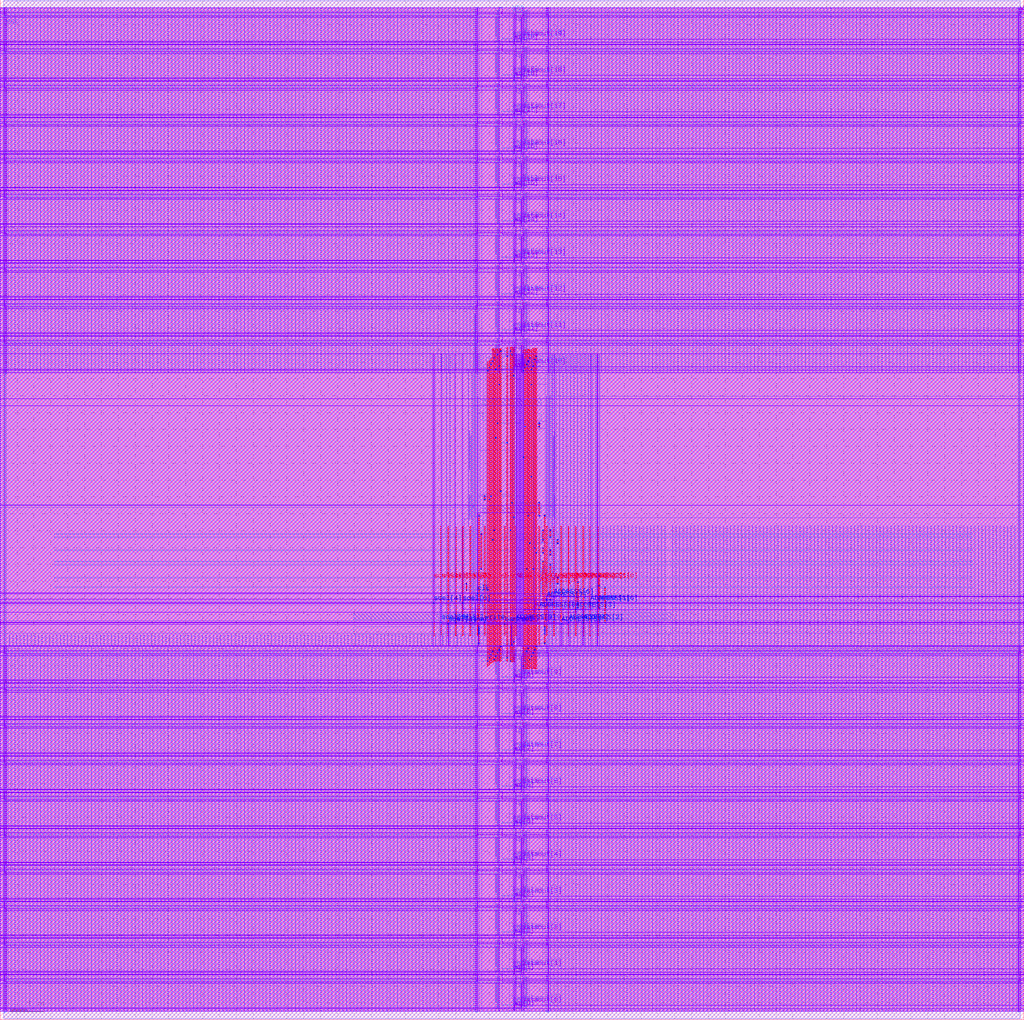
<source format=lef>
VERSION 5.8 ;
BUSBITCHARS "[]" ;
DIVIDERCHAR "/" ;

PROPERTYDEFINITIONS
  MACRO CatenaDesignType STRING ;
END PROPERTYDEFINITIONS

MACRO srambank_256x4x20_6t122
  CLASS BLOCK ;
  ORIGIN 0 0 ;
  FOREIGN srambank_256x4x20_6t122 0 0 ;
  SIZE 30.348 BY 30.240000000000002 ;
  SYMMETRY X Y ;
  SITE coreSite ;
  PIN VDD
    DIRECTION INOUT ;
    USE POWER ;
    PORT
      LAYER M4  ;
        RECT 0.1040 1.1720 30.2580 1.2200 ;
        RECT 0.1040 2.2520 30.2580 2.3000 ;
        RECT 0.1040 3.3320 30.2580 3.3800 ;
        RECT 0.1040 4.4120 30.2580 4.4600 ;
        RECT 0.1040 5.4920 30.2580 5.5400 ;
        RECT 0.1040 6.5720 30.2580 6.6200 ;
        RECT 0.1040 7.6520 30.2580 7.7000 ;
        RECT 0.1040 8.7320 30.2580 8.7800 ;
        RECT 0.1040 9.8120 30.2580 9.8600 ;
        RECT 0.1040 10.8920 30.2580 10.9400 ;
        RECT 0.1040 20.0990 30.2580 20.1470 ;
        RECT 0.1040 21.1790 30.2580 21.2270 ;
        RECT 0.1040 22.2590 30.2580 22.3070 ;
        RECT 0.1040 23.3390 30.2580 23.3870 ;
        RECT 0.1040 24.4190 30.2580 24.4670 ;
        RECT 0.1040 25.4990 30.2580 25.5470 ;
        RECT 0.1040 26.5790 30.2580 26.6270 ;
        RECT 0.1040 27.6590 30.2580 27.7070 ;
        RECT 0.1040 28.7390 30.2580 28.7870 ;
        RECT 0.1040 29.8190 30.2580 29.8670 ;
      LAYER M3  ;
        RECT 30.2180 0.2165 30.2360 1.3765 ;
        RECT 16.1960 0.2170 16.2140 1.3760 ;
        RECT 14.7920 0.2530 14.8820 1.3685 ;
        RECT 14.1440 0.2170 14.1620 1.3760 ;
        RECT 0.1220 0.2165 0.1400 1.3765 ;
        RECT 30.2180 1.2965 30.2360 2.4565 ;
        RECT 16.1960 1.2970 16.2140 2.4560 ;
        RECT 14.7920 1.3330 14.8820 2.4485 ;
        RECT 14.1440 1.2970 14.1620 2.4560 ;
        RECT 0.1220 1.2965 0.1400 2.4565 ;
        RECT 30.2180 2.3765 30.2360 3.5365 ;
        RECT 16.1960 2.3770 16.2140 3.5360 ;
        RECT 14.7920 2.4130 14.8820 3.5285 ;
        RECT 14.1440 2.3770 14.1620 3.5360 ;
        RECT 0.1220 2.3765 0.1400 3.5365 ;
        RECT 30.2180 3.4565 30.2360 4.6165 ;
        RECT 16.1960 3.4570 16.2140 4.6160 ;
        RECT 14.7920 3.4930 14.8820 4.6085 ;
        RECT 14.1440 3.4570 14.1620 4.6160 ;
        RECT 0.1220 3.4565 0.1400 4.6165 ;
        RECT 30.2180 4.5365 30.2360 5.6965 ;
        RECT 16.1960 4.5370 16.2140 5.6960 ;
        RECT 14.7920 4.5730 14.8820 5.6885 ;
        RECT 14.1440 4.5370 14.1620 5.6960 ;
        RECT 0.1220 4.5365 0.1400 5.6965 ;
        RECT 30.2180 5.6165 30.2360 6.7765 ;
        RECT 16.1960 5.6170 16.2140 6.7760 ;
        RECT 14.7920 5.6530 14.8820 6.7685 ;
        RECT 14.1440 5.6170 14.1620 6.7760 ;
        RECT 0.1220 5.6165 0.1400 6.7765 ;
        RECT 30.2180 6.6965 30.2360 7.8565 ;
        RECT 16.1960 6.6970 16.2140 7.8560 ;
        RECT 14.7920 6.7330 14.8820 7.8485 ;
        RECT 14.1440 6.6970 14.1620 7.8560 ;
        RECT 0.1220 6.6965 0.1400 7.8565 ;
        RECT 30.2180 7.7765 30.2360 8.9365 ;
        RECT 16.1960 7.7770 16.2140 8.9360 ;
        RECT 14.7920 7.8130 14.8820 8.9285 ;
        RECT 14.1440 7.7770 14.1620 8.9360 ;
        RECT 0.1220 7.7765 0.1400 8.9365 ;
        RECT 30.2180 8.8565 30.2360 10.0165 ;
        RECT 16.1960 8.8570 16.2140 10.0160 ;
        RECT 14.7920 8.8930 14.8820 10.0085 ;
        RECT 14.1440 8.8570 14.1620 10.0160 ;
        RECT 0.1220 8.8565 0.1400 10.0165 ;
        RECT 30.2180 9.9365 30.2360 11.0965 ;
        RECT 16.1960 9.9370 16.2140 11.0960 ;
        RECT 14.7920 9.9730 14.8820 11.0885 ;
        RECT 14.1440 9.9370 14.1620 11.0960 ;
        RECT 0.1220 9.9365 0.1400 11.0965 ;
        RECT 14.0490 14.8850 14.0670 20.9485 ;
        RECT 30.2180 19.1435 30.2360 20.3035 ;
        RECT 16.1960 19.1440 16.2140 20.3030 ;
        RECT 14.7920 19.1800 14.8820 20.2955 ;
        RECT 14.1440 19.1440 14.1620 20.3030 ;
        RECT 0.1220 19.1435 0.1400 20.3035 ;
        RECT 30.2180 20.2235 30.2360 21.3835 ;
        RECT 16.1960 20.2240 16.2140 21.3830 ;
        RECT 14.7920 20.2600 14.8820 21.3755 ;
        RECT 14.1440 20.2240 14.1620 21.3830 ;
        RECT 0.1220 20.2235 0.1400 21.3835 ;
        RECT 30.2180 21.3035 30.2360 22.4635 ;
        RECT 16.1960 21.3040 16.2140 22.4630 ;
        RECT 14.7920 21.3400 14.8820 22.4555 ;
        RECT 14.1440 21.3040 14.1620 22.4630 ;
        RECT 0.1220 21.3035 0.1400 22.4635 ;
        RECT 30.2180 22.3835 30.2360 23.5435 ;
        RECT 16.1960 22.3840 16.2140 23.5430 ;
        RECT 14.7920 22.4200 14.8820 23.5355 ;
        RECT 14.1440 22.3840 14.1620 23.5430 ;
        RECT 0.1220 22.3835 0.1400 23.5435 ;
        RECT 30.2180 23.4635 30.2360 24.6235 ;
        RECT 16.1960 23.4640 16.2140 24.6230 ;
        RECT 14.7920 23.5000 14.8820 24.6155 ;
        RECT 14.1440 23.4640 14.1620 24.6230 ;
        RECT 0.1220 23.4635 0.1400 24.6235 ;
        RECT 30.2180 24.5435 30.2360 25.7035 ;
        RECT 16.1960 24.5440 16.2140 25.7030 ;
        RECT 14.7920 24.5800 14.8820 25.6955 ;
        RECT 14.1440 24.5440 14.1620 25.7030 ;
        RECT 0.1220 24.5435 0.1400 25.7035 ;
        RECT 30.2180 25.6235 30.2360 26.7835 ;
        RECT 16.1960 25.6240 16.2140 26.7830 ;
        RECT 14.7920 25.6600 14.8820 26.7755 ;
        RECT 14.1440 25.6240 14.1620 26.7830 ;
        RECT 0.1220 25.6235 0.1400 26.7835 ;
        RECT 30.2180 26.7035 30.2360 27.8635 ;
        RECT 16.1960 26.7040 16.2140 27.8630 ;
        RECT 14.7920 26.7400 14.8820 27.8555 ;
        RECT 14.1440 26.7040 14.1620 27.8630 ;
        RECT 0.1220 26.7035 0.1400 27.8635 ;
        RECT 30.2180 27.7835 30.2360 28.9435 ;
        RECT 16.1960 27.7840 16.2140 28.9430 ;
        RECT 14.7920 27.8200 14.8820 28.9355 ;
        RECT 14.1440 27.7840 14.1620 28.9430 ;
        RECT 0.1220 27.7835 0.1400 28.9435 ;
        RECT 30.2180 28.8635 30.2360 30.0235 ;
        RECT 16.1960 28.8640 16.2140 30.0230 ;
        RECT 14.7920 28.9000 14.8820 30.0155 ;
        RECT 14.1440 28.8640 14.1620 30.0230 ;
        RECT 0.1220 28.8635 0.1400 30.0235 ;
      LAYER V3  ;
        RECT 0.1220 1.1720 0.1400 1.2200 ;
        RECT 14.1440 1.1720 14.1620 1.2200 ;
        RECT 14.7920 1.1720 14.8820 1.2200 ;
        RECT 16.1960 1.1720 16.2140 1.2200 ;
        RECT 30.2180 1.1720 30.2360 1.2200 ;
        RECT 0.1220 2.2520 0.1400 2.3000 ;
        RECT 14.1440 2.2520 14.1620 2.3000 ;
        RECT 14.7920 2.2520 14.8820 2.3000 ;
        RECT 16.1960 2.2520 16.2140 2.3000 ;
        RECT 30.2180 2.2520 30.2360 2.3000 ;
        RECT 0.1220 3.3320 0.1400 3.3800 ;
        RECT 14.1440 3.3320 14.1620 3.3800 ;
        RECT 14.7920 3.3320 14.8820 3.3800 ;
        RECT 16.1960 3.3320 16.2140 3.3800 ;
        RECT 30.2180 3.3320 30.2360 3.3800 ;
        RECT 0.1220 4.4120 0.1400 4.4600 ;
        RECT 14.1440 4.4120 14.1620 4.4600 ;
        RECT 14.7920 4.4120 14.8820 4.4600 ;
        RECT 16.1960 4.4120 16.2140 4.4600 ;
        RECT 30.2180 4.4120 30.2360 4.4600 ;
        RECT 0.1220 5.4920 0.1400 5.5400 ;
        RECT 14.1440 5.4920 14.1620 5.5400 ;
        RECT 14.7920 5.4920 14.8820 5.5400 ;
        RECT 16.1960 5.4920 16.2140 5.5400 ;
        RECT 30.2180 5.4920 30.2360 5.5400 ;
        RECT 0.1220 6.5720 0.1400 6.6200 ;
        RECT 14.1440 6.5720 14.1620 6.6200 ;
        RECT 14.7920 6.5720 14.8820 6.6200 ;
        RECT 16.1960 6.5720 16.2140 6.6200 ;
        RECT 30.2180 6.5720 30.2360 6.6200 ;
        RECT 0.1220 7.6520 0.1400 7.7000 ;
        RECT 14.1440 7.6520 14.1620 7.7000 ;
        RECT 14.7920 7.6520 14.8820 7.7000 ;
        RECT 16.1960 7.6520 16.2140 7.7000 ;
        RECT 30.2180 7.6520 30.2360 7.7000 ;
        RECT 0.1220 8.7320 0.1400 8.7800 ;
        RECT 14.1440 8.7320 14.1620 8.7800 ;
        RECT 14.7920 8.7320 14.8820 8.7800 ;
        RECT 16.1960 8.7320 16.2140 8.7800 ;
        RECT 30.2180 8.7320 30.2360 8.7800 ;
        RECT 0.1220 9.8120 0.1400 9.8600 ;
        RECT 14.1440 9.8120 14.1620 9.8600 ;
        RECT 14.7920 9.8120 14.8820 9.8600 ;
        RECT 16.1960 9.8120 16.2140 9.8600 ;
        RECT 30.2180 9.8120 30.2360 9.8600 ;
        RECT 0.1220 10.8920 0.1400 10.9400 ;
        RECT 14.1440 10.8920 14.1620 10.9400 ;
        RECT 14.7920 10.8920 14.8820 10.9400 ;
        RECT 16.1960 10.8920 16.2140 10.9400 ;
        RECT 30.2180 10.8920 30.2360 10.9400 ;
        RECT 0.1220 20.0990 0.1400 20.1470 ;
        RECT 14.1440 20.0990 14.1620 20.1470 ;
        RECT 14.7920 20.0990 14.8820 20.1470 ;
        RECT 16.1960 20.0990 16.2140 20.1470 ;
        RECT 30.2180 20.0990 30.2360 20.1470 ;
        RECT 0.1220 21.1790 0.1400 21.2270 ;
        RECT 14.1440 21.1790 14.1620 21.2270 ;
        RECT 14.7920 21.1790 14.8820 21.2270 ;
        RECT 16.1960 21.1790 16.2140 21.2270 ;
        RECT 30.2180 21.1790 30.2360 21.2270 ;
        RECT 0.1220 22.2590 0.1400 22.3070 ;
        RECT 14.1440 22.2590 14.1620 22.3070 ;
        RECT 14.7920 22.2590 14.8820 22.3070 ;
        RECT 16.1960 22.2590 16.2140 22.3070 ;
        RECT 30.2180 22.2590 30.2360 22.3070 ;
        RECT 0.1220 23.3390 0.1400 23.3870 ;
        RECT 14.1440 23.3390 14.1620 23.3870 ;
        RECT 14.7920 23.3390 14.8820 23.3870 ;
        RECT 16.1960 23.3390 16.2140 23.3870 ;
        RECT 30.2180 23.3390 30.2360 23.3870 ;
        RECT 0.1220 24.4190 0.1400 24.4670 ;
        RECT 14.1440 24.4190 14.1620 24.4670 ;
        RECT 14.7920 24.4190 14.8820 24.4670 ;
        RECT 16.1960 24.4190 16.2140 24.4670 ;
        RECT 30.2180 24.4190 30.2360 24.4670 ;
        RECT 0.1220 25.4990 0.1400 25.5470 ;
        RECT 14.1440 25.4990 14.1620 25.5470 ;
        RECT 14.7920 25.4990 14.8820 25.5470 ;
        RECT 16.1960 25.4990 16.2140 25.5470 ;
        RECT 30.2180 25.4990 30.2360 25.5470 ;
        RECT 0.1220 26.5790 0.1400 26.6270 ;
        RECT 14.1440 26.5790 14.1620 26.6270 ;
        RECT 14.7920 26.5790 14.8820 26.6270 ;
        RECT 16.1960 26.5790 16.2140 26.6270 ;
        RECT 30.2180 26.5790 30.2360 26.6270 ;
        RECT 0.1220 27.6590 0.1400 27.7070 ;
        RECT 14.1440 27.6590 14.1620 27.7070 ;
        RECT 14.7920 27.6590 14.8820 27.7070 ;
        RECT 16.1960 27.6590 16.2140 27.7070 ;
        RECT 30.2180 27.6590 30.2360 27.7070 ;
        RECT 0.1220 28.7390 0.1400 28.7870 ;
        RECT 14.1440 28.7390 14.1620 28.7870 ;
        RECT 14.7920 28.7390 14.8820 28.7870 ;
        RECT 16.1960 28.7390 16.2140 28.7870 ;
        RECT 30.2180 28.7390 30.2360 28.7870 ;
        RECT 0.1220 29.8190 0.1400 29.8670 ;
        RECT 14.1440 29.8190 14.1620 29.8670 ;
        RECT 14.7920 29.8190 14.8820 29.8670 ;
        RECT 16.1960 29.8190 16.2140 29.8670 ;
        RECT 30.2180 29.8190 30.2360 29.8670 ;
    END
  END VDD
  PIN VSS
    DIRECTION INOUT ;
    USE POWER ;
    PORT
      LAYER M4  ;
        RECT 0.1040 1.0760 30.2580 1.1240 ;
        RECT 0.1040 2.1560 30.2580 2.2040 ;
        RECT 0.1040 3.2360 30.2580 3.2840 ;
        RECT 0.1040 4.3160 30.2580 4.3640 ;
        RECT 0.1040 5.3960 30.2580 5.4440 ;
        RECT 0.1040 6.4760 30.2580 6.5240 ;
        RECT 0.1040 7.5560 30.2580 7.6040 ;
        RECT 0.1040 8.6360 30.2580 8.6840 ;
        RECT 0.1040 9.7160 30.2580 9.7640 ;
        RECT 0.1040 10.7960 30.2580 10.8440 ;
        RECT 10.4760 11.8615 19.8720 12.0775 ;
        RECT 14.3100 15.0295 16.0380 15.2455 ;
        RECT 14.3100 18.1975 16.0380 18.4135 ;
        RECT 0.1040 20.0030 30.2580 20.0510 ;
        RECT 0.1040 21.0830 30.2580 21.1310 ;
        RECT 0.1040 22.1630 30.2580 22.2110 ;
        RECT 0.1040 23.2430 30.2580 23.2910 ;
        RECT 0.1040 24.3230 30.2580 24.3710 ;
        RECT 0.1040 25.4030 30.2580 25.4510 ;
        RECT 0.1040 26.4830 30.2580 26.5310 ;
        RECT 0.1040 27.5630 30.2580 27.6110 ;
        RECT 0.1040 28.6430 30.2580 28.6910 ;
        RECT 0.1040 29.7230 30.2580 29.7710 ;
      LAYER M3  ;
        RECT 30.1820 0.2165 30.2000 1.3765 ;
        RECT 16.2500 0.2165 16.2680 1.3765 ;
        RECT 15.4850 0.2530 15.5210 1.3675 ;
        RECT 15.2600 0.2530 15.2870 1.3675 ;
        RECT 14.0900 0.2165 14.1080 1.3765 ;
        RECT 0.1580 0.2165 0.1760 1.3765 ;
        RECT 30.1820 1.2965 30.2000 2.4565 ;
        RECT 16.2500 1.2965 16.2680 2.4565 ;
        RECT 15.4850 1.3330 15.5210 2.4475 ;
        RECT 15.2600 1.3330 15.2870 2.4475 ;
        RECT 14.0900 1.2965 14.1080 2.4565 ;
        RECT 0.1580 1.2965 0.1760 2.4565 ;
        RECT 30.1820 2.3765 30.2000 3.5365 ;
        RECT 16.2500 2.3765 16.2680 3.5365 ;
        RECT 15.4850 2.4130 15.5210 3.5275 ;
        RECT 15.2600 2.4130 15.2870 3.5275 ;
        RECT 14.0900 2.3765 14.1080 3.5365 ;
        RECT 0.1580 2.3765 0.1760 3.5365 ;
        RECT 30.1820 3.4565 30.2000 4.6165 ;
        RECT 16.2500 3.4565 16.2680 4.6165 ;
        RECT 15.4850 3.4930 15.5210 4.6075 ;
        RECT 15.2600 3.4930 15.2870 4.6075 ;
        RECT 14.0900 3.4565 14.1080 4.6165 ;
        RECT 0.1580 3.4565 0.1760 4.6165 ;
        RECT 30.1820 4.5365 30.2000 5.6965 ;
        RECT 16.2500 4.5365 16.2680 5.6965 ;
        RECT 15.4850 4.5730 15.5210 5.6875 ;
        RECT 15.2600 4.5730 15.2870 5.6875 ;
        RECT 14.0900 4.5365 14.1080 5.6965 ;
        RECT 0.1580 4.5365 0.1760 5.6965 ;
        RECT 30.1820 5.6165 30.2000 6.7765 ;
        RECT 16.2500 5.6165 16.2680 6.7765 ;
        RECT 15.4850 5.6530 15.5210 6.7675 ;
        RECT 15.2600 5.6530 15.2870 6.7675 ;
        RECT 14.0900 5.6165 14.1080 6.7765 ;
        RECT 0.1580 5.6165 0.1760 6.7765 ;
        RECT 30.1820 6.6965 30.2000 7.8565 ;
        RECT 16.2500 6.6965 16.2680 7.8565 ;
        RECT 15.4850 6.7330 15.5210 7.8475 ;
        RECT 15.2600 6.7330 15.2870 7.8475 ;
        RECT 14.0900 6.6965 14.1080 7.8565 ;
        RECT 0.1580 6.6965 0.1760 7.8565 ;
        RECT 30.1820 7.7765 30.2000 8.9365 ;
        RECT 16.2500 7.7765 16.2680 8.9365 ;
        RECT 15.4850 7.8130 15.5210 8.9275 ;
        RECT 15.2600 7.8130 15.2870 8.9275 ;
        RECT 14.0900 7.7765 14.1080 8.9365 ;
        RECT 0.1580 7.7765 0.1760 8.9365 ;
        RECT 30.1820 8.8565 30.2000 10.0165 ;
        RECT 16.2500 8.8565 16.2680 10.0165 ;
        RECT 15.4850 8.8930 15.5210 10.0075 ;
        RECT 15.2600 8.8930 15.2870 10.0075 ;
        RECT 14.0900 8.8565 14.1080 10.0165 ;
        RECT 0.1580 8.8565 0.1760 10.0165 ;
        RECT 30.1820 9.9365 30.2000 11.0965 ;
        RECT 16.2500 9.9365 16.2680 11.0965 ;
        RECT 15.4850 9.9730 15.5210 11.0875 ;
        RECT 15.2600 9.9730 15.2870 11.0875 ;
        RECT 14.0900 9.9365 14.1080 11.0965 ;
        RECT 0.1580 9.9365 0.1760 11.0965 ;
        RECT 16.2450 11.0670 16.2630 19.2740 ;
        RECT 15.2910 11.2905 15.5250 18.9735 ;
        RECT 14.0850 11.0670 14.1030 20.9485 ;
        RECT 30.1820 19.1435 30.2000 20.3035 ;
        RECT 16.2500 19.1435 16.2680 20.3035 ;
        RECT 15.4850 19.1800 15.5210 20.2945 ;
        RECT 15.2600 19.1800 15.2870 20.2945 ;
        RECT 14.0900 19.1435 14.1080 20.3035 ;
        RECT 0.1580 19.1435 0.1760 20.3035 ;
        RECT 30.1820 20.2235 30.2000 21.3835 ;
        RECT 16.2500 20.2235 16.2680 21.3835 ;
        RECT 15.4850 20.2600 15.5210 21.3745 ;
        RECT 15.2600 20.2600 15.2870 21.3745 ;
        RECT 14.0900 20.2235 14.1080 21.3835 ;
        RECT 0.1580 20.2235 0.1760 21.3835 ;
        RECT 30.1820 21.3035 30.2000 22.4635 ;
        RECT 16.2500 21.3035 16.2680 22.4635 ;
        RECT 15.4850 21.3400 15.5210 22.4545 ;
        RECT 15.2600 21.3400 15.2870 22.4545 ;
        RECT 14.0900 21.3035 14.1080 22.4635 ;
        RECT 0.1580 21.3035 0.1760 22.4635 ;
        RECT 30.1820 22.3835 30.2000 23.5435 ;
        RECT 16.2500 22.3835 16.2680 23.5435 ;
        RECT 15.4850 22.4200 15.5210 23.5345 ;
        RECT 15.2600 22.4200 15.2870 23.5345 ;
        RECT 14.0900 22.3835 14.1080 23.5435 ;
        RECT 0.1580 22.3835 0.1760 23.5435 ;
        RECT 30.1820 23.4635 30.2000 24.6235 ;
        RECT 16.2500 23.4635 16.2680 24.6235 ;
        RECT 15.4850 23.5000 15.5210 24.6145 ;
        RECT 15.2600 23.5000 15.2870 24.6145 ;
        RECT 14.0900 23.4635 14.1080 24.6235 ;
        RECT 0.1580 23.4635 0.1760 24.6235 ;
        RECT 30.1820 24.5435 30.2000 25.7035 ;
        RECT 16.2500 24.5435 16.2680 25.7035 ;
        RECT 15.4850 24.5800 15.5210 25.6945 ;
        RECT 15.2600 24.5800 15.2870 25.6945 ;
        RECT 14.0900 24.5435 14.1080 25.7035 ;
        RECT 0.1580 24.5435 0.1760 25.7035 ;
        RECT 30.1820 25.6235 30.2000 26.7835 ;
        RECT 16.2500 25.6235 16.2680 26.7835 ;
        RECT 15.4850 25.6600 15.5210 26.7745 ;
        RECT 15.2600 25.6600 15.2870 26.7745 ;
        RECT 14.0900 25.6235 14.1080 26.7835 ;
        RECT 0.1580 25.6235 0.1760 26.7835 ;
        RECT 30.1820 26.7035 30.2000 27.8635 ;
        RECT 16.2500 26.7035 16.2680 27.8635 ;
        RECT 15.4850 26.7400 15.5210 27.8545 ;
        RECT 15.2600 26.7400 15.2870 27.8545 ;
        RECT 14.0900 26.7035 14.1080 27.8635 ;
        RECT 0.1580 26.7035 0.1760 27.8635 ;
        RECT 30.1820 27.7835 30.2000 28.9435 ;
        RECT 16.2500 27.7835 16.2680 28.9435 ;
        RECT 15.4850 27.8200 15.5210 28.9345 ;
        RECT 15.2600 27.8200 15.2870 28.9345 ;
        RECT 14.0900 27.7835 14.1080 28.9435 ;
        RECT 0.1580 27.7835 0.1760 28.9435 ;
        RECT 30.1820 28.8635 30.2000 30.0235 ;
        RECT 16.2500 28.8635 16.2680 30.0235 ;
        RECT 15.4850 28.9000 15.5210 30.0145 ;
        RECT 15.2600 28.9000 15.2870 30.0145 ;
        RECT 14.0900 28.8635 14.1080 30.0235 ;
        RECT 0.1580 28.8635 0.1760 30.0235 ;
      LAYER V3  ;
        RECT 0.1580 1.0760 0.1760 1.1240 ;
        RECT 14.0900 1.0760 14.1080 1.1240 ;
        RECT 15.2600 1.0760 15.2870 1.1240 ;
        RECT 15.4850 1.0760 15.5210 1.1240 ;
        RECT 16.2500 1.0760 16.2680 1.1240 ;
        RECT 30.1820 1.0760 30.2000 1.1240 ;
        RECT 0.1580 2.1560 0.1760 2.2040 ;
        RECT 14.0900 2.1560 14.1080 2.2040 ;
        RECT 15.2600 2.1560 15.2870 2.2040 ;
        RECT 15.4850 2.1560 15.5210 2.2040 ;
        RECT 16.2500 2.1560 16.2680 2.2040 ;
        RECT 30.1820 2.1560 30.2000 2.2040 ;
        RECT 0.1580 3.2360 0.1760 3.2840 ;
        RECT 14.0900 3.2360 14.1080 3.2840 ;
        RECT 15.2600 3.2360 15.2870 3.2840 ;
        RECT 15.4850 3.2360 15.5210 3.2840 ;
        RECT 16.2500 3.2360 16.2680 3.2840 ;
        RECT 30.1820 3.2360 30.2000 3.2840 ;
        RECT 0.1580 4.3160 0.1760 4.3640 ;
        RECT 14.0900 4.3160 14.1080 4.3640 ;
        RECT 15.2600 4.3160 15.2870 4.3640 ;
        RECT 15.4850 4.3160 15.5210 4.3640 ;
        RECT 16.2500 4.3160 16.2680 4.3640 ;
        RECT 30.1820 4.3160 30.2000 4.3640 ;
        RECT 0.1580 5.3960 0.1760 5.4440 ;
        RECT 14.0900 5.3960 14.1080 5.4440 ;
        RECT 15.2600 5.3960 15.2870 5.4440 ;
        RECT 15.4850 5.3960 15.5210 5.4440 ;
        RECT 16.2500 5.3960 16.2680 5.4440 ;
        RECT 30.1820 5.3960 30.2000 5.4440 ;
        RECT 0.1580 6.4760 0.1760 6.5240 ;
        RECT 14.0900 6.4760 14.1080 6.5240 ;
        RECT 15.2600 6.4760 15.2870 6.5240 ;
        RECT 15.4850 6.4760 15.5210 6.5240 ;
        RECT 16.2500 6.4760 16.2680 6.5240 ;
        RECT 30.1820 6.4760 30.2000 6.5240 ;
        RECT 0.1580 7.5560 0.1760 7.6040 ;
        RECT 14.0900 7.5560 14.1080 7.6040 ;
        RECT 15.2600 7.5560 15.2870 7.6040 ;
        RECT 15.4850 7.5560 15.5210 7.6040 ;
        RECT 16.2500 7.5560 16.2680 7.6040 ;
        RECT 30.1820 7.5560 30.2000 7.6040 ;
        RECT 0.1580 8.6360 0.1760 8.6840 ;
        RECT 14.0900 8.6360 14.1080 8.6840 ;
        RECT 15.2600 8.6360 15.2870 8.6840 ;
        RECT 15.4850 8.6360 15.5210 8.6840 ;
        RECT 16.2500 8.6360 16.2680 8.6840 ;
        RECT 30.1820 8.6360 30.2000 8.6840 ;
        RECT 0.1580 9.7160 0.1760 9.7640 ;
        RECT 14.0900 9.7160 14.1080 9.7640 ;
        RECT 15.2600 9.7160 15.2870 9.7640 ;
        RECT 15.4850 9.7160 15.5210 9.7640 ;
        RECT 16.2500 9.7160 16.2680 9.7640 ;
        RECT 30.1820 9.7160 30.2000 9.7640 ;
        RECT 0.1580 10.7960 0.1760 10.8440 ;
        RECT 14.0900 10.7960 14.1080 10.8440 ;
        RECT 15.2600 10.7960 15.2870 10.8440 ;
        RECT 15.4850 10.7960 15.5210 10.8440 ;
        RECT 16.2500 10.7960 16.2680 10.8440 ;
        RECT 30.1820 10.7960 30.2000 10.8440 ;
        RECT 14.0850 11.8615 14.1030 12.0775 ;
        RECT 15.2950 18.1975 15.3130 18.4135 ;
        RECT 15.2950 15.0295 15.3130 15.2455 ;
        RECT 15.2950 11.8615 15.3130 12.0775 ;
        RECT 15.3470 18.1975 15.3650 18.4135 ;
        RECT 15.3470 15.0295 15.3650 15.2455 ;
        RECT 15.3470 11.8615 15.3650 12.0775 ;
        RECT 15.3990 18.1975 15.4170 18.4135 ;
        RECT 15.3990 15.0295 15.4170 15.2455 ;
        RECT 15.3990 11.8615 15.4170 12.0775 ;
        RECT 15.4510 18.1975 15.4690 18.4135 ;
        RECT 15.4510 15.0295 15.4690 15.2455 ;
        RECT 15.4510 11.8615 15.4690 12.0775 ;
        RECT 15.5030 18.1975 15.5210 18.4135 ;
        RECT 15.5030 15.0295 15.5210 15.2455 ;
        RECT 15.5030 11.8615 15.5210 12.0775 ;
        RECT 16.2450 11.8615 16.2630 12.0775 ;
        RECT 0.1580 20.0030 0.1760 20.0510 ;
        RECT 14.0900 20.0030 14.1080 20.0510 ;
        RECT 15.2600 20.0030 15.2870 20.0510 ;
        RECT 15.4850 20.0030 15.5210 20.0510 ;
        RECT 16.2500 20.0030 16.2680 20.0510 ;
        RECT 30.1820 20.0030 30.2000 20.0510 ;
        RECT 0.1580 21.0830 0.1760 21.1310 ;
        RECT 14.0900 21.0830 14.1080 21.1310 ;
        RECT 15.2600 21.0830 15.2870 21.1310 ;
        RECT 15.4850 21.0830 15.5210 21.1310 ;
        RECT 16.2500 21.0830 16.2680 21.1310 ;
        RECT 30.1820 21.0830 30.2000 21.1310 ;
        RECT 0.1580 22.1630 0.1760 22.2110 ;
        RECT 14.0900 22.1630 14.1080 22.2110 ;
        RECT 15.2600 22.1630 15.2870 22.2110 ;
        RECT 15.4850 22.1630 15.5210 22.2110 ;
        RECT 16.2500 22.1630 16.2680 22.2110 ;
        RECT 30.1820 22.1630 30.2000 22.2110 ;
        RECT 0.1580 23.2430 0.1760 23.2910 ;
        RECT 14.0900 23.2430 14.1080 23.2910 ;
        RECT 15.2600 23.2430 15.2870 23.2910 ;
        RECT 15.4850 23.2430 15.5210 23.2910 ;
        RECT 16.2500 23.2430 16.2680 23.2910 ;
        RECT 30.1820 23.2430 30.2000 23.2910 ;
        RECT 0.1580 24.3230 0.1760 24.3710 ;
        RECT 14.0900 24.3230 14.1080 24.3710 ;
        RECT 15.2600 24.3230 15.2870 24.3710 ;
        RECT 15.4850 24.3230 15.5210 24.3710 ;
        RECT 16.2500 24.3230 16.2680 24.3710 ;
        RECT 30.1820 24.3230 30.2000 24.3710 ;
        RECT 0.1580 25.4030 0.1760 25.4510 ;
        RECT 14.0900 25.4030 14.1080 25.4510 ;
        RECT 15.2600 25.4030 15.2870 25.4510 ;
        RECT 15.4850 25.4030 15.5210 25.4510 ;
        RECT 16.2500 25.4030 16.2680 25.4510 ;
        RECT 30.1820 25.4030 30.2000 25.4510 ;
        RECT 0.1580 26.4830 0.1760 26.5310 ;
        RECT 14.0900 26.4830 14.1080 26.5310 ;
        RECT 15.2600 26.4830 15.2870 26.5310 ;
        RECT 15.4850 26.4830 15.5210 26.5310 ;
        RECT 16.2500 26.4830 16.2680 26.5310 ;
        RECT 30.1820 26.4830 30.2000 26.5310 ;
        RECT 0.1580 27.5630 0.1760 27.6110 ;
        RECT 14.0900 27.5630 14.1080 27.6110 ;
        RECT 15.2600 27.5630 15.2870 27.6110 ;
        RECT 15.4850 27.5630 15.5210 27.6110 ;
        RECT 16.2500 27.5630 16.2680 27.6110 ;
        RECT 30.1820 27.5630 30.2000 27.6110 ;
        RECT 0.1580 28.6430 0.1760 28.6910 ;
        RECT 14.0900 28.6430 14.1080 28.6910 ;
        RECT 15.2600 28.6430 15.2870 28.6910 ;
        RECT 15.4850 28.6430 15.5210 28.6910 ;
        RECT 16.2500 28.6430 16.2680 28.6910 ;
        RECT 30.1820 28.6430 30.2000 28.6910 ;
        RECT 0.1580 29.7230 0.1760 29.7710 ;
        RECT 14.0900 29.7230 14.1080 29.7710 ;
        RECT 15.2600 29.7230 15.2870 29.7710 ;
        RECT 15.4850 29.7230 15.5210 29.7710 ;
        RECT 16.2500 29.7230 16.2680 29.7710 ;
        RECT 30.1820 29.7230 30.2000 29.7710 ;
    END
  END VSS
  PIN ADDRESS[0]
    DIRECTION INPUT ;
    USE SIGNAL ;
    PORT
      LAYER M3  ;
        RECT 17.7030 12.3335 17.7210 12.3705 ;
      LAYER M4  ;
        RECT 17.6510 12.3415 17.7350 12.3655 ;
      LAYER M5  ;
        RECT 17.7000 11.3905 17.7240 14.6305 ;
      LAYER V3  ;
        RECT 17.7030 12.3415 17.7210 12.3655 ;
      LAYER V4  ;
        RECT 17.7000 12.3415 17.7240 12.3655 ;
    END
  END ADDRESS[0]
  PIN ADDRESS[1]
    DIRECTION INPUT ;
    USE SIGNAL ;
    PORT
      LAYER M3  ;
        RECT 17.4870 12.3365 17.5050 12.3735 ;
      LAYER M4  ;
        RECT 17.4350 12.3415 17.5190 12.3655 ;
      LAYER M5  ;
        RECT 17.4840 11.3905 17.5080 14.6305 ;
      LAYER V3  ;
        RECT 17.4870 12.3415 17.5050 12.3655 ;
      LAYER V4  ;
        RECT 17.4840 12.3415 17.5080 12.3655 ;
    END
  END ADDRESS[1]
  PIN ADDRESS[2]
    DIRECTION INPUT ;
    USE SIGNAL ;
    PORT
      LAYER M3  ;
        RECT 17.2710 11.7575 17.2890 11.7945 ;
      LAYER M4  ;
        RECT 17.2190 11.7655 17.3030 11.7895 ;
      LAYER M5  ;
        RECT 17.2680 11.3905 17.2920 14.6305 ;
      LAYER V3  ;
        RECT 17.2710 11.7655 17.2890 11.7895 ;
      LAYER V4  ;
        RECT 17.2680 11.7655 17.2920 11.7895 ;
    END
  END ADDRESS[2]
  PIN ADDRESS[3]
    DIRECTION INPUT ;
    USE SIGNAL ;
    PORT
      LAYER M3  ;
        RECT 17.0550 11.9975 17.0730 12.1785 ;
      LAYER M4  ;
        RECT 17.0030 12.1495 17.0870 12.1735 ;
      LAYER M5  ;
        RECT 17.0520 11.3905 17.0760 14.6305 ;
      LAYER V3  ;
        RECT 17.0550 12.1495 17.0730 12.1735 ;
      LAYER V4  ;
        RECT 17.0520 12.1495 17.0760 12.1735 ;
    END
  END ADDRESS[3]
  PIN ADDRESS[4]
    DIRECTION INPUT ;
    USE SIGNAL ;
    PORT
      LAYER M3  ;
        RECT 16.8390 11.7605 16.8570 11.8275 ;
      LAYER M4  ;
        RECT 16.7870 11.7655 16.8710 11.7895 ;
      LAYER M5  ;
        RECT 16.8360 11.3905 16.8600 14.6305 ;
      LAYER V3  ;
        RECT 16.8390 11.7655 16.8570 11.7895 ;
      LAYER V4  ;
        RECT 16.8360 11.7655 16.8600 11.7895 ;
    END
  END ADDRESS[4]
  PIN ADDRESS[5]
    DIRECTION INPUT ;
    USE SIGNAL ;
    PORT
      LAYER M3  ;
        RECT 16.6230 11.4935 16.6410 11.7465 ;
      LAYER M4  ;
        RECT 16.5710 11.7175 16.6550 11.7415 ;
      LAYER M5  ;
        RECT 16.6200 11.3905 16.6440 14.6305 ;
      LAYER V3  ;
        RECT 16.6230 11.7175 16.6410 11.7415 ;
      LAYER V4  ;
        RECT 16.6200 11.7175 16.6440 11.7415 ;
    END
  END ADDRESS[5]
  PIN ADDRESS[6]
    DIRECTION INPUT ;
    USE SIGNAL ;
    PORT
      LAYER M3  ;
        RECT 16.4070 12.5285 16.4250 12.5655 ;
      LAYER M4  ;
        RECT 16.3550 12.5335 16.4390 12.5575 ;
      LAYER M5  ;
        RECT 16.4040 11.3905 16.4280 14.6305 ;
      LAYER V3  ;
        RECT 16.4070 12.5335 16.4250 12.5575 ;
      LAYER V4  ;
        RECT 16.4040 12.5335 16.4280 12.5575 ;
    END
  END ADDRESS[6]
  PIN ADDRESS[7]
    DIRECTION INPUT ;
    USE SIGNAL ;
    PORT
      LAYER M3  ;
        RECT 16.1910 12.3755 16.2090 12.4665 ;
      LAYER M4  ;
        RECT 16.1390 12.4375 16.2230 12.4615 ;
      LAYER M5  ;
        RECT 16.1880 11.3905 16.2120 14.6305 ;
      LAYER V3  ;
        RECT 16.1910 12.4375 16.2090 12.4615 ;
      LAYER V4  ;
        RECT 16.1880 12.4375 16.2120 12.4615 ;
    END
  END ADDRESS[7]
  PIN ADDRESS[8]
    DIRECTION INPUT ;
    USE SIGNAL ;
    PORT
      LAYER M3  ;
        RECT 15.8310 12.0335 15.8490 12.1785 ;
      LAYER M4  ;
        RECT 15.8200 12.1495 16.0070 12.1735 ;
      LAYER M5  ;
        RECT 15.9720 11.1315 15.9960 14.6305 ;
      LAYER V3  ;
        RECT 15.8310 12.1495 15.8490 12.1735 ;
      LAYER V4  ;
        RECT 15.9720 12.1495 15.9960 12.1735 ;
    END
  END ADDRESS[8]
  PIN ADDRESS[9]
    DIRECTION INPUT ;
    USE SIGNAL ;
    PORT
      LAYER M3  ;
        RECT 15.5430 11.7605 15.5610 11.8275 ;
      LAYER M4  ;
        RECT 15.2590 11.7655 15.5720 11.7895 ;
      LAYER M5  ;
        RECT 15.2700 11.3905 15.2940 14.6305 ;
      LAYER V3  ;
        RECT 15.5430 11.7655 15.5610 11.7895 ;
      LAYER V4  ;
        RECT 15.2700 11.7655 15.2940 11.7895 ;
    END
  END ADDRESS[9]
  PIN banksel
    DIRECTION INPUT ;
    USE SIGNAL ;
    PORT
      LAYER M3  ;
        RECT 15.1470 11.4935 15.1650 11.7465 ;
      LAYER M4  ;
        RECT 14.9350 11.7175 15.1760 11.7415 ;
      LAYER M5  ;
        RECT 14.9460 11.3905 14.9700 14.6305 ;
      LAYER V3  ;
        RECT 15.1470 11.7175 15.1650 11.7415 ;
      LAYER V4  ;
        RECT 14.9460 11.7175 14.9700 11.7415 ;
    END
  END banksel
  PIN clk
    DIRECTION INPUT ;
    USE SIGNAL ;
    PORT
      LAYER M3  ;
        RECT 14.1390 12.6245 14.1570 12.6735 ;
      LAYER M4  ;
        RECT 14.0870 12.6295 14.1710 12.6535 ;
      LAYER M5  ;
        RECT 14.1360 11.3905 14.1600 14.6305 ;
      LAYER V3  ;
        RECT 14.1390 12.6295 14.1570 12.6535 ;
      LAYER V4  ;
        RECT 14.1360 12.6295 14.1600 12.6535 ;
    END
  END clk
  PIN write
    DIRECTION INPUT ;
    USE SIGNAL ;
    PORT
      LAYER M3  ;
        RECT 14.3550 11.7605 14.3730 11.8275 ;
      LAYER M4  ;
        RECT 14.3030 11.7655 14.3870 11.7895 ;
      LAYER M5  ;
        RECT 14.3520 11.3905 14.3760 14.6305 ;
      LAYER V3  ;
        RECT 14.3550 11.7655 14.3730 11.7895 ;
      LAYER V4  ;
        RECT 14.3520 11.7655 14.3760 11.7895 ;
    END
  END write
  PIN read
    DIRECTION INPUT ;
    USE SIGNAL ;
    PORT
      LAYER M3  ;
        RECT 14.1750 11.4935 14.1930 11.7465 ;
      LAYER M4  ;
        RECT 13.9090 11.7175 14.2040 11.7415 ;
      LAYER M5  ;
        RECT 13.9200 11.3905 13.9440 14.6305 ;
      LAYER V3  ;
        RECT 14.1750 11.7175 14.1930 11.7415 ;
      LAYER V4  ;
        RECT 13.9200 11.7175 13.9440 11.7415 ;
    END
  END read
  PIN sdel[0]
    DIRECTION INPUT ;
    USE SIGNAL ;
    PORT
      LAYER M3  ;
        RECT 13.7070 12.3335 13.7250 12.3705 ;
      LAYER M4  ;
        RECT 13.6550 12.3415 13.7390 12.3655 ;
      LAYER M5  ;
        RECT 13.7040 11.3905 13.7280 14.6305 ;
      LAYER V3  ;
        RECT 13.7070 12.3415 13.7250 12.3655 ;
      LAYER V4  ;
        RECT 13.7040 12.3415 13.7280 12.3655 ;
    END
  END sdel[0]
  PIN sdel[1]
    DIRECTION INPUT ;
    USE SIGNAL ;
    PORT
      LAYER M3  ;
        RECT 13.4910 11.7605 13.5090 11.9895 ;
      LAYER M4  ;
        RECT 13.4390 11.7655 13.5230 11.7895 ;
      LAYER M5  ;
        RECT 13.4880 11.3905 13.5120 14.6305 ;
      LAYER V3  ;
        RECT 13.4910 11.7655 13.5090 11.7895 ;
      LAYER V4  ;
        RECT 13.4880 11.7655 13.5120 11.7895 ;
    END
  END sdel[1]
  PIN sdel[2]
    DIRECTION INPUT ;
    USE SIGNAL ;
    PORT
      LAYER M3  ;
        RECT 13.2750 11.4935 13.2930 11.7465 ;
      LAYER M4  ;
        RECT 13.2230 11.7175 13.3070 11.7415 ;
      LAYER M5  ;
        RECT 13.2720 11.3905 13.2960 14.6305 ;
      LAYER V3  ;
        RECT 13.2750 11.7175 13.2930 11.7415 ;
      LAYER V4  ;
        RECT 13.2720 11.7175 13.2960 11.7415 ;
    END
  END sdel[2]
  PIN sdel[3]
    DIRECTION INPUT ;
    USE SIGNAL ;
    PORT
      LAYER M3  ;
        RECT 13.0590 11.7575 13.0770 11.7945 ;
      LAYER M4  ;
        RECT 13.0070 11.7655 13.0910 11.7895 ;
      LAYER M5  ;
        RECT 13.0560 11.3905 13.0800 14.6305 ;
      LAYER V3  ;
        RECT 13.0590 11.7655 13.0770 11.7895 ;
      LAYER V4  ;
        RECT 13.0560 11.7655 13.0800 11.7895 ;
    END
  END sdel[3]
  PIN sdel[4]
    DIRECTION INPUT ;
    USE SIGNAL ;
    PORT
      LAYER M3  ;
        RECT 12.8430 12.3335 12.8610 12.3705 ;
      LAYER M4  ;
        RECT 12.7910 12.3415 12.8750 12.3655 ;
      LAYER M5  ;
        RECT 12.8400 11.3905 12.8640 14.6305 ;
      LAYER V3  ;
        RECT 12.8430 12.3415 12.8610 12.3655 ;
      LAYER V4  ;
        RECT 12.8400 12.3415 12.8640 12.3655 ;
    END
  END sdel[4]
  PIN dataout[14]
    DIRECTION OUTPUT ;
    USE SIGNAL ;
    PORT
      LAYER M3  ;
        RECT 15.4490 23.6245 15.4670 23.8640 ;
      LAYER M4  ;
        RECT 14.8610 23.6750 15.5090 23.6990 ;
      LAYER V3  ;
        RECT 15.4490 23.6750 15.4670 23.6990 ;
    END
  END dataout[14]
  PIN dataout[13]
    DIRECTION OUTPUT ;
    USE SIGNAL ;
    PORT
      LAYER M3  ;
        RECT 15.4490 22.5445 15.4670 22.7840 ;
      LAYER M4  ;
        RECT 14.8610 22.5950 15.5090 22.6190 ;
      LAYER V3  ;
        RECT 15.4490 22.5950 15.4670 22.6190 ;
    END
  END dataout[13]
  PIN dataout[12]
    DIRECTION OUTPUT ;
    USE SIGNAL ;
    PORT
      LAYER M3  ;
        RECT 15.4490 21.4645 15.4670 21.7040 ;
      LAYER M4  ;
        RECT 14.8610 21.5150 15.5090 21.5390 ;
      LAYER V3  ;
        RECT 15.4490 21.5150 15.4670 21.5390 ;
    END
  END dataout[12]
  PIN dataout[11]
    DIRECTION OUTPUT ;
    USE SIGNAL ;
    PORT
      LAYER M3  ;
        RECT 15.4490 20.3845 15.4670 20.6240 ;
      LAYER M4  ;
        RECT 14.8610 20.4350 15.5090 20.4590 ;
      LAYER V3  ;
        RECT 15.4490 20.4350 15.4670 20.4590 ;
    END
  END dataout[11]
  PIN dataout[10]
    DIRECTION OUTPUT ;
    USE SIGNAL ;
    PORT
      LAYER M3  ;
        RECT 15.4490 19.3045 15.4670 19.5440 ;
      LAYER M4  ;
        RECT 14.8610 19.3550 15.5090 19.3790 ;
      LAYER V3  ;
        RECT 15.4490 19.3550 15.4670 19.3790 ;
    END
  END dataout[10]
  PIN dataout[0]
    DIRECTION OUTPUT ;
    USE SIGNAL ;
    PORT
      LAYER M3  ;
        RECT 15.4490 0.3775 15.4670 0.6170 ;
      LAYER M4  ;
        RECT 14.8610 0.4280 15.5090 0.4520 ;
      LAYER V3  ;
        RECT 15.4490 0.4280 15.4670 0.4520 ;
    END
  END dataout[0]
  PIN dataout[15]
    DIRECTION OUTPUT ;
    USE SIGNAL ;
    PORT
      LAYER M3  ;
        RECT 15.4490 24.7045 15.4670 24.9440 ;
      LAYER M4  ;
        RECT 14.8610 24.7550 15.5090 24.7790 ;
      LAYER V3  ;
        RECT 15.4490 24.7550 15.4670 24.7790 ;
    END
  END dataout[15]
  PIN dataout[16]
    DIRECTION OUTPUT ;
    USE SIGNAL ;
    PORT
      LAYER M3  ;
        RECT 15.4490 25.7845 15.4670 26.0240 ;
      LAYER M4  ;
        RECT 14.8610 25.8350 15.5090 25.8590 ;
      LAYER V3  ;
        RECT 15.4490 25.8350 15.4670 25.8590 ;
    END
  END dataout[16]
  PIN dataout[17]
    DIRECTION OUTPUT ;
    USE SIGNAL ;
    PORT
      LAYER M3  ;
        RECT 15.4490 26.8645 15.4670 27.1040 ;
      LAYER M4  ;
        RECT 14.8610 26.9150 15.5090 26.9390 ;
      LAYER V3  ;
        RECT 15.4490 26.9150 15.4670 26.9390 ;
    END
  END dataout[17]
  PIN dataout[18]
    DIRECTION OUTPUT ;
    USE SIGNAL ;
    PORT
      LAYER M3  ;
        RECT 15.4490 27.9445 15.4670 28.1840 ;
      LAYER M4  ;
        RECT 14.8610 27.9950 15.5090 28.0190 ;
      LAYER V3  ;
        RECT 15.4490 27.9950 15.4670 28.0190 ;
    END
  END dataout[18]
  PIN dataout[19]
    DIRECTION OUTPUT ;
    USE SIGNAL ;
    PORT
      LAYER M3  ;
        RECT 15.4490 29.0245 15.4670 29.2640 ;
      LAYER M4  ;
        RECT 14.8610 29.0750 15.5090 29.0990 ;
      LAYER V3  ;
        RECT 15.4490 29.0750 15.4670 29.0990 ;
    END
  END dataout[19]
  PIN dataout[1]
    DIRECTION OUTPUT ;
    USE SIGNAL ;
    PORT
      LAYER M3  ;
        RECT 15.4490 1.4575 15.4670 1.6970 ;
      LAYER M4  ;
        RECT 14.8610 1.5080 15.5090 1.5320 ;
      LAYER V3  ;
        RECT 15.4490 1.5080 15.4670 1.5320 ;
    END
  END dataout[1]
  PIN dataout[20]
    DIRECTION OUTPUT ;
    USE SIGNAL ;
    PORT
      LAYER M3  ;
    END
  END dataout[20]
  PIN dataout[21]
    DIRECTION OUTPUT ;
    USE SIGNAL ;
    PORT
      LAYER M3  ;
    END
  END dataout[21]
  PIN dataout[22]
    DIRECTION OUTPUT ;
    USE SIGNAL ;
    PORT
      LAYER M3  ;
    END
  END dataout[22]
  PIN dataout[23]
    DIRECTION OUTPUT ;
    USE SIGNAL ;
    PORT
      LAYER M3  ;
    END
  END dataout[23]
  PIN dataout[24]
    DIRECTION OUTPUT ;
    USE SIGNAL ;
    PORT
      LAYER M3  ;
    END
  END dataout[24]
  PIN dataout[25]
    DIRECTION OUTPUT ;
    USE SIGNAL ;
    PORT
      LAYER M3  ;
    END
  END dataout[25]
  PIN dataout[26]
    DIRECTION OUTPUT ;
    USE SIGNAL ;
    PORT
      LAYER M3  ;
    END
  END dataout[26]
  PIN dataout[27]
    DIRECTION OUTPUT ;
    USE SIGNAL ;
    PORT
      LAYER M3  ;
    END
  END dataout[27]
  PIN dataout[28]
    DIRECTION OUTPUT ;
    USE SIGNAL ;
    PORT
      LAYER M3  ;
    END
  END dataout[28]
  PIN dataout[29]
    DIRECTION OUTPUT ;
    USE SIGNAL ;
    PORT
      LAYER M3  ;
    END
  END dataout[29]
  PIN dataout[2]
    DIRECTION OUTPUT ;
    USE SIGNAL ;
    PORT
      LAYER M3  ;
        RECT 15.4490 2.5375 15.4670 2.7770 ;
      LAYER M4  ;
        RECT 14.8610 2.5880 15.5090 2.6120 ;
      LAYER V3  ;
        RECT 15.4490 2.5880 15.4670 2.6120 ;
    END
  END dataout[2]
  PIN dataout[30]
    DIRECTION OUTPUT ;
    USE SIGNAL ;
    PORT
      LAYER M3  ;
    END
  END dataout[30]
  PIN dataout[31]
    DIRECTION OUTPUT ;
    USE SIGNAL ;
    PORT
      LAYER M3  ;
    END
  END dataout[31]
  PIN dataout[32]
    DIRECTION OUTPUT ;
    USE SIGNAL ;
    PORT
      LAYER M3  ;
    END
  END dataout[32]
  PIN dataout[33]
    DIRECTION OUTPUT ;
    USE SIGNAL ;
    PORT
      LAYER M3  ;
    END
  END dataout[33]
  PIN dataout[34]
    DIRECTION OUTPUT ;
    USE SIGNAL ;
    PORT
      LAYER M3  ;
    END
  END dataout[34]
  PIN dataout[35]
    DIRECTION OUTPUT ;
    USE SIGNAL ;
    PORT
      LAYER M3  ;
    END
  END dataout[35]
  PIN dataout[36]
    DIRECTION OUTPUT ;
    USE SIGNAL ;
    PORT
      LAYER M3  ;
    END
  END dataout[36]
  PIN dataout[37]
    DIRECTION OUTPUT ;
    USE SIGNAL ;
    PORT
      LAYER M3  ;
    END
  END dataout[37]
  PIN dataout[38]
    DIRECTION OUTPUT ;
    USE SIGNAL ;
    PORT
      LAYER M3  ;
    END
  END dataout[38]
  PIN dataout[39]
    DIRECTION OUTPUT ;
    USE SIGNAL ;
    PORT
      LAYER M3  ;
    END
  END dataout[39]
  PIN dataout[3]
    DIRECTION OUTPUT ;
    USE SIGNAL ;
    PORT
      LAYER M3  ;
        RECT 15.4490 3.6175 15.4670 3.8570 ;
      LAYER M4  ;
        RECT 14.8610 3.6680 15.5090 3.6920 ;
      LAYER V3  ;
        RECT 15.4490 3.6680 15.4670 3.6920 ;
    END
  END dataout[3]
  PIN dataout[40]
    DIRECTION OUTPUT ;
    USE SIGNAL ;
    PORT
      LAYER M3  ;
    END
  END dataout[40]
  PIN dataout[41]
    DIRECTION OUTPUT ;
    USE SIGNAL ;
    PORT
      LAYER M3  ;
    END
  END dataout[41]
  PIN dataout[42]
    DIRECTION OUTPUT ;
    USE SIGNAL ;
    PORT
      LAYER M3  ;
    END
  END dataout[42]
  PIN dataout[43]
    DIRECTION OUTPUT ;
    USE SIGNAL ;
    PORT
      LAYER M3  ;
    END
  END dataout[43]
  PIN dataout[44]
    DIRECTION OUTPUT ;
    USE SIGNAL ;
    PORT
      LAYER M3  ;
    END
  END dataout[44]
  PIN dataout[45]
    DIRECTION OUTPUT ;
    USE SIGNAL ;
    PORT
      LAYER M3  ;
    END
  END dataout[45]
  PIN dataout[46]
    DIRECTION OUTPUT ;
    USE SIGNAL ;
    PORT
      LAYER M3  ;
    END
  END dataout[46]
  PIN dataout[47]
    DIRECTION OUTPUT ;
    USE SIGNAL ;
    PORT
      LAYER M3  ;
    END
  END dataout[47]
  PIN dataout[48]
    DIRECTION OUTPUT ;
    USE SIGNAL ;
    PORT
      LAYER M3  ;
    END
  END dataout[48]
  PIN dataout[49]
    DIRECTION OUTPUT ;
    USE SIGNAL ;
    PORT
      LAYER M3  ;
    END
  END dataout[49]
  PIN dataout[4]
    DIRECTION OUTPUT ;
    USE SIGNAL ;
    PORT
      LAYER M3  ;
        RECT 15.4490 4.6975 15.4670 4.9370 ;
      LAYER M4  ;
        RECT 14.8610 4.7480 15.5090 4.7720 ;
      LAYER V3  ;
        RECT 15.4490 4.7480 15.4670 4.7720 ;
    END
  END dataout[4]
  PIN dataout[50]
    DIRECTION OUTPUT ;
    USE SIGNAL ;
    PORT
      LAYER M3  ;
    END
  END dataout[50]
  PIN dataout[51]
    DIRECTION OUTPUT ;
    USE SIGNAL ;
    PORT
      LAYER M3  ;
    END
  END dataout[51]
  PIN dataout[52]
    DIRECTION OUTPUT ;
    USE SIGNAL ;
    PORT
      LAYER M3  ;
    END
  END dataout[52]
  PIN dataout[53]
    DIRECTION OUTPUT ;
    USE SIGNAL ;
    PORT
      LAYER M3  ;
    END
  END dataout[53]
  PIN dataout[54]
    DIRECTION OUTPUT ;
    USE SIGNAL ;
    PORT
      LAYER M3  ;
    END
  END dataout[54]
  PIN dataout[55]
    DIRECTION OUTPUT ;
    USE SIGNAL ;
    PORT
      LAYER M3  ;
    END
  END dataout[55]
  PIN dataout[56]
    DIRECTION OUTPUT ;
    USE SIGNAL ;
    PORT
      LAYER M3  ;
    END
  END dataout[56]
  PIN dataout[57]
    DIRECTION OUTPUT ;
    USE SIGNAL ;
    PORT
      LAYER M3  ;
    END
  END dataout[57]
  PIN dataout[58]
    DIRECTION OUTPUT ;
    USE SIGNAL ;
    PORT
      LAYER M3  ;
    END
  END dataout[58]
  PIN dataout[59]
    DIRECTION OUTPUT ;
    USE SIGNAL ;
    PORT
      LAYER M3  ;
    END
  END dataout[59]
  PIN dataout[5]
    DIRECTION OUTPUT ;
    USE SIGNAL ;
    PORT
      LAYER M3  ;
        RECT 15.4490 5.7775 15.4670 6.0170 ;
      LAYER M4  ;
        RECT 14.8610 5.8280 15.5090 5.8520 ;
      LAYER V3  ;
        RECT 15.4490 5.8280 15.4670 5.8520 ;
    END
  END dataout[5]
  PIN dataout[60]
    DIRECTION OUTPUT ;
    USE SIGNAL ;
    PORT
      LAYER M3  ;
    END
  END dataout[60]
  PIN dataout[61]
    DIRECTION OUTPUT ;
    USE SIGNAL ;
    PORT
      LAYER M3  ;
    END
  END dataout[61]
  PIN dataout[62]
    DIRECTION OUTPUT ;
    USE SIGNAL ;
    PORT
      LAYER M3  ;
    END
  END dataout[62]
  PIN dataout[63]
    DIRECTION OUTPUT ;
    USE SIGNAL ;
    PORT
      LAYER M3  ;
    END
  END dataout[63]
  PIN dataout[6]
    DIRECTION OUTPUT ;
    USE SIGNAL ;
    PORT
      LAYER M3  ;
        RECT 15.4490 6.8575 15.4670 7.0970 ;
      LAYER M4  ;
        RECT 14.8610 6.9080 15.5090 6.9320 ;
      LAYER V3  ;
        RECT 15.4490 6.9080 15.4670 6.9320 ;
    END
  END dataout[6]
  PIN dataout[7]
    DIRECTION OUTPUT ;
    USE SIGNAL ;
    PORT
      LAYER M3  ;
        RECT 15.4490 7.9375 15.4670 8.1770 ;
      LAYER M4  ;
        RECT 14.8610 7.9880 15.5090 8.0120 ;
      LAYER V3  ;
        RECT 15.4490 7.9880 15.4670 8.0120 ;
    END
  END dataout[7]
  PIN dataout[8]
    DIRECTION OUTPUT ;
    USE SIGNAL ;
    PORT
      LAYER M3  ;
        RECT 15.4490 9.0175 15.4670 9.2570 ;
      LAYER M4  ;
        RECT 14.8610 9.0680 15.5090 9.0920 ;
      LAYER V3  ;
        RECT 15.4490 9.0680 15.4670 9.0920 ;
    END
  END dataout[8]
  PIN dataout[9]
    DIRECTION OUTPUT ;
    USE SIGNAL ;
    PORT
      LAYER M3  ;
        RECT 15.4490 10.0975 15.4670 10.3370 ;
      LAYER M4  ;
        RECT 14.8610 10.1480 15.5090 10.1720 ;
      LAYER V3  ;
        RECT 15.4490 10.1480 15.4670 10.1720 ;
    END
  END dataout[9]
  PIN wd[0]
    DIRECTION INPUT ;
    USE SIGNAL ;
    PORT
      LAYER M3  ;
        RECT 15.2240 0.2700 15.2420 0.6750 ;
      LAYER M4  ;
        RECT 14.8610 0.3320 15.4970 0.3560 ;
      LAYER V3  ;
        RECT 15.2240 0.3320 15.2420 0.3560 ;
    END
  END wd[0]
  PIN wd[10]
    DIRECTION INPUT ;
    USE SIGNAL ;
    PORT
      LAYER M3  ;
        RECT 15.2240 19.1970 15.2420 19.6020 ;
      LAYER M4  ;
        RECT 14.8610 19.2590 15.4970 19.2830 ;
      LAYER V3  ;
        RECT 15.2240 19.2590 15.2420 19.2830 ;
    END
  END wd[10]
  PIN wd[11]
    DIRECTION INPUT ;
    USE SIGNAL ;
    PORT
      LAYER M3  ;
        RECT 15.2240 20.2770 15.2420 20.6820 ;
      LAYER M4  ;
        RECT 14.8610 20.3390 15.4970 20.3630 ;
      LAYER V3  ;
        RECT 15.2240 20.3390 15.2420 20.3630 ;
    END
  END wd[11]
  PIN wd[12]
    DIRECTION INPUT ;
    USE SIGNAL ;
    PORT
      LAYER M3  ;
        RECT 15.2240 21.3570 15.2420 21.7620 ;
      LAYER M4  ;
        RECT 14.8610 21.4190 15.4970 21.4430 ;
      LAYER V3  ;
        RECT 15.2240 21.4190 15.2420 21.4430 ;
    END
  END wd[12]
  PIN wd[13]
    DIRECTION INPUT ;
    USE SIGNAL ;
    PORT
      LAYER M3  ;
        RECT 15.2240 22.4370 15.2420 22.8420 ;
      LAYER M4  ;
        RECT 14.8610 22.4990 15.4970 22.5230 ;
      LAYER V3  ;
        RECT 15.2240 22.4990 15.2420 22.5230 ;
    END
  END wd[13]
  PIN wd[14]
    DIRECTION INPUT ;
    USE SIGNAL ;
    PORT
      LAYER M3  ;
        RECT 15.2240 23.5170 15.2420 23.9220 ;
      LAYER M4  ;
        RECT 14.8610 23.5790 15.4970 23.6030 ;
      LAYER V3  ;
        RECT 15.2240 23.5790 15.2420 23.6030 ;
    END
  END wd[14]
  PIN wd[15]
    DIRECTION INPUT ;
    USE SIGNAL ;
    PORT
      LAYER M3  ;
        RECT 15.2240 24.5970 15.2420 25.0020 ;
      LAYER M4  ;
        RECT 14.8610 24.6590 15.4970 24.6830 ;
      LAYER V3  ;
        RECT 15.2240 24.6590 15.2420 24.6830 ;
    END
  END wd[15]
  PIN wd[16]
    DIRECTION INPUT ;
    USE SIGNAL ;
    PORT
      LAYER M3  ;
        RECT 15.2240 25.6770 15.2420 26.0820 ;
      LAYER M4  ;
        RECT 14.8610 25.7390 15.4970 25.7630 ;
      LAYER V3  ;
        RECT 15.2240 25.7390 15.2420 25.7630 ;
    END
  END wd[16]
  PIN wd[17]
    DIRECTION INPUT ;
    USE SIGNAL ;
    PORT
      LAYER M3  ;
        RECT 15.2240 26.7570 15.2420 27.1620 ;
      LAYER M4  ;
        RECT 14.8610 26.8190 15.4970 26.8430 ;
      LAYER V3  ;
        RECT 15.2240 26.8190 15.2420 26.8430 ;
    END
  END wd[17]
  PIN wd[18]
    DIRECTION INPUT ;
    USE SIGNAL ;
    PORT
      LAYER M3  ;
        RECT 15.2240 27.8370 15.2420 28.2420 ;
      LAYER M4  ;
        RECT 14.8610 27.8990 15.4970 27.9230 ;
      LAYER V3  ;
        RECT 15.2240 27.8990 15.2420 27.9230 ;
    END
  END wd[18]
  PIN wd[19]
    DIRECTION INPUT ;
    USE SIGNAL ;
    PORT
      LAYER M3  ;
        RECT 15.2240 28.9170 15.2420 29.3220 ;
      LAYER M4  ;
        RECT 14.8610 28.9790 15.4970 29.0030 ;
      LAYER V3  ;
        RECT 15.2240 28.9790 15.2420 29.0030 ;
    END
  END wd[19]
  PIN wd[1]
    DIRECTION INPUT ;
    USE SIGNAL ;
    PORT
      LAYER M3  ;
        RECT 15.2240 1.3500 15.2420 1.7550 ;
      LAYER M4  ;
        RECT 14.8610 1.4120 15.4970 1.4360 ;
      LAYER V3  ;
        RECT 15.2240 1.4120 15.2420 1.4360 ;
    END
  END wd[1]
  PIN wd[20]
    DIRECTION INPUT ;
    USE SIGNAL ;
    PORT
      LAYER M3  ;
    END
  END wd[20]
  PIN wd[21]
    DIRECTION INPUT ;
    USE SIGNAL ;
    PORT
      LAYER M3  ;
    END
  END wd[21]
  PIN wd[22]
    DIRECTION INPUT ;
    USE SIGNAL ;
    PORT
      LAYER M3  ;
    END
  END wd[22]
  PIN wd[23]
    DIRECTION INPUT ;
    USE SIGNAL ;
    PORT
      LAYER M3  ;
    END
  END wd[23]
  PIN wd[24]
    DIRECTION INPUT ;
    USE SIGNAL ;
    PORT
      LAYER M3  ;
    END
  END wd[24]
  PIN wd[25]
    DIRECTION INPUT ;
    USE SIGNAL ;
    PORT
      LAYER M3  ;
    END
  END wd[25]
  PIN wd[26]
    DIRECTION INPUT ;
    USE SIGNAL ;
    PORT
      LAYER M3  ;
    END
  END wd[26]
  PIN wd[27]
    DIRECTION INPUT ;
    USE SIGNAL ;
    PORT
      LAYER M3  ;
    END
  END wd[27]
  PIN wd[28]
    DIRECTION INPUT ;
    USE SIGNAL ;
    PORT
      LAYER M3  ;
    END
  END wd[28]
  PIN wd[29]
    DIRECTION INPUT ;
    USE SIGNAL ;
    PORT
      LAYER M3  ;
    END
  END wd[29]
  PIN wd[2]
    DIRECTION INPUT ;
    USE SIGNAL ;
    PORT
      LAYER M3  ;
        RECT 15.2240 2.4300 15.2420 2.8350 ;
      LAYER M4  ;
        RECT 14.8610 2.4920 15.4970 2.5160 ;
      LAYER V3  ;
        RECT 15.2240 2.4920 15.2420 2.5160 ;
    END
  END wd[2]
  PIN wd[30]
    DIRECTION INPUT ;
    USE SIGNAL ;
    PORT
      LAYER M3  ;
    END
  END wd[30]
  PIN wd[31]
    DIRECTION INPUT ;
    USE SIGNAL ;
    PORT
      LAYER M3  ;
    END
  END wd[31]
  PIN wd[32]
    DIRECTION INPUT ;
    USE SIGNAL ;
    PORT
      LAYER M3  ;
    END
  END wd[32]
  PIN wd[33]
    DIRECTION INPUT ;
    USE SIGNAL ;
    PORT
      LAYER M3  ;
    END
  END wd[33]
  PIN wd[34]
    DIRECTION INPUT ;
    USE SIGNAL ;
    PORT
      LAYER M3  ;
    END
  END wd[34]
  PIN wd[35]
    DIRECTION INPUT ;
    USE SIGNAL ;
    PORT
      LAYER M3  ;
    END
  END wd[35]
  PIN wd[36]
    DIRECTION INPUT ;
    USE SIGNAL ;
    PORT
      LAYER M3  ;
    END
  END wd[36]
  PIN wd[37]
    DIRECTION INPUT ;
    USE SIGNAL ;
    PORT
      LAYER M3  ;
    END
  END wd[37]
  PIN wd[38]
    DIRECTION INPUT ;
    USE SIGNAL ;
    PORT
      LAYER M3  ;
    END
  END wd[38]
  PIN wd[39]
    DIRECTION INPUT ;
    USE SIGNAL ;
    PORT
      LAYER M3  ;
    END
  END wd[39]
  PIN wd[3]
    DIRECTION INPUT ;
    USE SIGNAL ;
    PORT
      LAYER M3  ;
        RECT 15.2240 3.5100 15.2420 3.9150 ;
      LAYER M4  ;
        RECT 14.8610 3.5720 15.4970 3.5960 ;
      LAYER V3  ;
        RECT 15.2240 3.5720 15.2420 3.5960 ;
    END
  END wd[3]
  PIN wd[40]
    DIRECTION INPUT ;
    USE SIGNAL ;
    PORT
      LAYER M3  ;
    END
  END wd[40]
  PIN wd[41]
    DIRECTION INPUT ;
    USE SIGNAL ;
    PORT
      LAYER M3  ;
    END
  END wd[41]
  PIN wd[42]
    DIRECTION INPUT ;
    USE SIGNAL ;
    PORT
      LAYER M3  ;
    END
  END wd[42]
  PIN wd[43]
    DIRECTION INPUT ;
    USE SIGNAL ;
    PORT
      LAYER M3  ;
    END
  END wd[43]
  PIN wd[44]
    DIRECTION INPUT ;
    USE SIGNAL ;
    PORT
      LAYER M3  ;
    END
  END wd[44]
  PIN wd[45]
    DIRECTION INPUT ;
    USE SIGNAL ;
    PORT
      LAYER M3  ;
    END
  END wd[45]
  PIN wd[46]
    DIRECTION INPUT ;
    USE SIGNAL ;
    PORT
      LAYER M3  ;
    END
  END wd[46]
  PIN wd[47]
    DIRECTION INPUT ;
    USE SIGNAL ;
    PORT
      LAYER M3  ;
    END
  END wd[47]
  PIN wd[48]
    DIRECTION INPUT ;
    USE SIGNAL ;
    PORT
      LAYER M3  ;
    END
  END wd[48]
  PIN wd[49]
    DIRECTION INPUT ;
    USE SIGNAL ;
    PORT
      LAYER M3  ;
    END
  END wd[49]
  PIN wd[4]
    DIRECTION INPUT ;
    USE SIGNAL ;
    PORT
      LAYER M3  ;
        RECT 15.2240 4.5900 15.2420 4.9950 ;
      LAYER M4  ;
        RECT 14.8610 4.6520 15.4970 4.6760 ;
      LAYER V3  ;
        RECT 15.2240 4.6520 15.2420 4.6760 ;
    END
  END wd[4]
  PIN wd[50]
    DIRECTION INPUT ;
    USE SIGNAL ;
    PORT
      LAYER M3  ;
    END
  END wd[50]
  PIN wd[51]
    DIRECTION INPUT ;
    USE SIGNAL ;
    PORT
      LAYER M3  ;
    END
  END wd[51]
  PIN wd[52]
    DIRECTION INPUT ;
    USE SIGNAL ;
    PORT
      LAYER M3  ;
    END
  END wd[52]
  PIN wd[53]
    DIRECTION INPUT ;
    USE SIGNAL ;
    PORT
      LAYER M3  ;
    END
  END wd[53]
  PIN wd[54]
    DIRECTION INPUT ;
    USE SIGNAL ;
    PORT
      LAYER M3  ;
    END
  END wd[54]
  PIN wd[55]
    DIRECTION INPUT ;
    USE SIGNAL ;
    PORT
      LAYER M3  ;
    END
  END wd[55]
  PIN wd[56]
    DIRECTION INPUT ;
    USE SIGNAL ;
    PORT
      LAYER M3  ;
    END
  END wd[56]
  PIN wd[57]
    DIRECTION INPUT ;
    USE SIGNAL ;
    PORT
      LAYER M3  ;
    END
  END wd[57]
  PIN wd[58]
    DIRECTION INPUT ;
    USE SIGNAL ;
    PORT
      LAYER M3  ;
    END
  END wd[58]
  PIN wd[59]
    DIRECTION INPUT ;
    USE SIGNAL ;
    PORT
      LAYER M3  ;
    END
  END wd[59]
  PIN wd[5]
    DIRECTION INPUT ;
    USE SIGNAL ;
    PORT
      LAYER M3  ;
        RECT 15.2240 5.6700 15.2420 6.0750 ;
      LAYER M4  ;
        RECT 14.8610 5.7320 15.4970 5.7560 ;
      LAYER V3  ;
        RECT 15.2240 5.7320 15.2420 5.7560 ;
    END
  END wd[5]
  PIN wd[60]
    DIRECTION INPUT ;
    USE SIGNAL ;
    PORT
      LAYER M3  ;
    END
  END wd[60]
  PIN wd[61]
    DIRECTION INPUT ;
    USE SIGNAL ;
    PORT
      LAYER M3  ;
    END
  END wd[61]
  PIN wd[62]
    DIRECTION INPUT ;
    USE SIGNAL ;
    PORT
      LAYER M3  ;
    END
  END wd[62]
  PIN wd[63]
    DIRECTION INPUT ;
    USE SIGNAL ;
    PORT
      LAYER M3  ;
    END
  END wd[63]
  PIN wd[6]
    DIRECTION INPUT ;
    USE SIGNAL ;
    PORT
      LAYER M3  ;
        RECT 15.2240 6.7500 15.2420 7.1550 ;
      LAYER M4  ;
        RECT 14.8610 6.8120 15.4970 6.8360 ;
      LAYER V3  ;
        RECT 15.2240 6.8120 15.2420 6.8360 ;
    END
  END wd[6]
  PIN wd[7]
    DIRECTION INPUT ;
    USE SIGNAL ;
    PORT
      LAYER M3  ;
        RECT 15.2240 7.8300 15.2420 8.2350 ;
      LAYER M4  ;
        RECT 14.8610 7.8920 15.4970 7.9160 ;
      LAYER V3  ;
        RECT 15.2240 7.8920 15.2420 7.9160 ;
    END
  END wd[7]
  PIN wd[8]
    DIRECTION INPUT ;
    USE SIGNAL ;
    PORT
      LAYER M3  ;
        RECT 15.2240 8.9100 15.2420 9.3150 ;
      LAYER M4  ;
        RECT 14.8610 8.9720 15.4970 8.9960 ;
      LAYER V3  ;
        RECT 15.2240 8.9720 15.2420 8.9960 ;
    END
  END wd[8]
  PIN wd[9]
    DIRECTION INPUT ;
    USE SIGNAL ;
    PORT
      LAYER M3  ;
        RECT 15.2240 9.9900 15.2420 10.3950 ;
      LAYER M4  ;
        RECT 14.8610 10.0520 15.4970 10.0760 ;
      LAYER V3  ;
        RECT 15.2240 10.0520 15.2420 10.0760 ;
    END
  END wd[9]
OBS
  LAYER M1 SPACING 0.018  ;
      RECT 0.0050 0.2565 30.3530 1.3500 ;
      RECT 0.0050 1.3365 30.3530 2.4300 ;
      RECT 0.0050 2.4165 30.3530 3.5100 ;
      RECT 0.0050 3.4965 30.3530 4.5900 ;
      RECT 0.0050 4.5765 30.3530 5.6700 ;
      RECT 0.0050 5.6565 30.3530 6.7500 ;
      RECT 0.0050 6.7365 30.3530 7.8300 ;
      RECT 0.0050 7.8165 30.3530 8.9100 ;
      RECT 0.0050 8.8965 30.3530 9.9900 ;
      RECT 0.0050 9.9765 30.3530 11.0700 ;
      RECT 0.0000 11.0935 30.3480 19.7470 ;
        RECT 0.0050 19.1835 30.3530 20.2770 ;
        RECT 0.0050 20.2635 30.3530 21.3570 ;
        RECT 0.0050 21.3435 30.3530 22.4370 ;
        RECT 0.0050 22.4235 30.3530 23.5170 ;
        RECT 0.0050 23.5035 30.3530 24.5970 ;
        RECT 0.0050 24.5835 30.3530 25.6770 ;
        RECT 0.0050 25.6635 30.3530 26.7570 ;
        RECT 0.0050 26.7435 30.3530 27.8370 ;
        RECT 0.0050 27.8235 30.3530 28.9170 ;
        RECT 0.0050 28.9035 30.3530 29.9970 ;
  LAYER M2 SPACING 0.018  ;
      RECT 0.0050 0.2565 30.3530 1.3500 ;
      RECT 0.0050 1.3365 30.3530 2.4300 ;
      RECT 0.0050 2.4165 30.3530 3.5100 ;
      RECT 0.0050 3.4965 30.3530 4.5900 ;
      RECT 0.0050 4.5765 30.3530 5.6700 ;
      RECT 0.0050 5.6565 30.3530 6.7500 ;
      RECT 0.0050 6.7365 30.3530 7.8300 ;
      RECT 0.0050 7.8165 30.3530 8.9100 ;
      RECT 0.0050 8.8965 30.3530 9.9900 ;
      RECT 0.0050 9.9765 30.3530 11.0700 ;
      RECT 0.0000 11.0935 30.3480 19.7470 ;
        RECT 0.0050 19.1835 30.3530 20.2770 ;
        RECT 0.0050 20.2635 30.3530 21.3570 ;
        RECT 0.0050 21.3435 30.3530 22.4370 ;
        RECT 0.0050 22.4235 30.3530 23.5170 ;
        RECT 0.0050 23.5035 30.3530 24.5970 ;
        RECT 0.0050 24.5835 30.3530 25.6770 ;
        RECT 0.0050 25.6635 30.3530 26.7570 ;
        RECT 0.0050 26.7435 30.3530 27.8370 ;
        RECT 0.0050 27.8235 30.3530 28.9170 ;
        RECT 0.0050 28.9035 30.3530 29.9970 ;
  LAYER V1 SPACING 0.018  ;
      RECT 0.0050 0.2565 30.3530 1.3500 ;
      RECT 0.0050 1.3365 30.3530 2.4300 ;
      RECT 0.0050 2.4165 30.3530 3.5100 ;
      RECT 0.0050 3.4965 30.3530 4.5900 ;
      RECT 0.0050 4.5765 30.3530 5.6700 ;
      RECT 0.0050 5.6565 30.3530 6.7500 ;
      RECT 0.0050 6.7365 30.3530 7.8300 ;
      RECT 0.0050 7.8165 30.3530 8.9100 ;
      RECT 0.0050 8.8965 30.3530 9.9900 ;
      RECT 0.0050 9.9765 30.3530 11.0700 ;
      RECT 0.0000 11.0935 30.3480 19.7470 ;
        RECT 0.0050 19.1835 30.3530 20.2770 ;
        RECT 0.0050 20.2635 30.3530 21.3570 ;
        RECT 0.0050 21.3435 30.3530 22.4370 ;
        RECT 0.0050 22.4235 30.3530 23.5170 ;
        RECT 0.0050 23.5035 30.3530 24.5970 ;
        RECT 0.0050 24.5835 30.3530 25.6770 ;
        RECT 0.0050 25.6635 30.3530 26.7570 ;
        RECT 0.0050 26.7435 30.3530 27.8370 ;
        RECT 0.0050 27.8235 30.3530 28.9170 ;
        RECT 0.0050 28.9035 30.3530 29.9970 ;
  LAYER V2 SPACING 0.018  ;
      RECT 0.0050 0.2565 30.3530 1.3500 ;
      RECT 0.0050 1.3365 30.3530 2.4300 ;
      RECT 0.0050 2.4165 30.3530 3.5100 ;
      RECT 0.0050 3.4965 30.3530 4.5900 ;
      RECT 0.0050 4.5765 30.3530 5.6700 ;
      RECT 0.0050 5.6565 30.3530 6.7500 ;
      RECT 0.0050 6.7365 30.3530 7.8300 ;
      RECT 0.0050 7.8165 30.3530 8.9100 ;
      RECT 0.0050 8.8965 30.3530 9.9900 ;
      RECT 0.0050 9.9765 30.3530 11.0700 ;
      RECT 0.0000 11.0935 30.3480 19.7470 ;
        RECT 0.0050 19.1835 30.3530 20.2770 ;
        RECT 0.0050 20.2635 30.3530 21.3570 ;
        RECT 0.0050 21.3435 30.3530 22.4370 ;
        RECT 0.0050 22.4235 30.3530 23.5170 ;
        RECT 0.0050 23.5035 30.3530 24.5970 ;
        RECT 0.0050 24.5835 30.3530 25.6770 ;
        RECT 0.0050 25.6635 30.3530 26.7570 ;
        RECT 0.0050 26.7435 30.3530 27.8370 ;
        RECT 0.0050 27.8235 30.3530 28.9170 ;
        RECT 0.0050 28.9035 30.3530 29.9970 ;
  LAYER M3  ;
      RECT 15.6110 0.3450 15.6290 1.2805 ;
      RECT 15.5750 0.3450 15.5930 1.2805 ;
      RECT 15.5390 0.9220 15.5570 1.2445 ;
      RECT 15.4220 1.1190 15.4400 1.2285 ;
      RECT 15.4130 0.3775 15.4310 0.6170 ;
      RECT 15.3770 0.9585 15.3950 1.1120 ;
      RECT 15.2960 0.9840 15.3140 1.2420 ;
      RECT 14.7560 0.3450 14.7740 1.2805 ;
      RECT 14.7200 0.3450 14.7380 1.2805 ;
      RECT 14.6840 0.5260 14.7020 1.0940 ;
      RECT 15.6110 1.4250 15.6290 2.3605 ;
      RECT 15.5750 1.4250 15.5930 2.3605 ;
      RECT 15.5390 2.0020 15.5570 2.3245 ;
      RECT 15.4220 2.1990 15.4400 2.3085 ;
      RECT 15.4130 1.4575 15.4310 1.6970 ;
      RECT 15.3770 2.0385 15.3950 2.1920 ;
      RECT 15.2960 2.0640 15.3140 2.3220 ;
      RECT 14.7560 1.4250 14.7740 2.3605 ;
      RECT 14.7200 1.4250 14.7380 2.3605 ;
      RECT 14.6840 1.6060 14.7020 2.1740 ;
      RECT 15.6110 2.5050 15.6290 3.4405 ;
      RECT 15.5750 2.5050 15.5930 3.4405 ;
      RECT 15.5390 3.0820 15.5570 3.4045 ;
      RECT 15.4220 3.2790 15.4400 3.3885 ;
      RECT 15.4130 2.5375 15.4310 2.7770 ;
      RECT 15.3770 3.1185 15.3950 3.2720 ;
      RECT 15.2960 3.1440 15.3140 3.4020 ;
      RECT 14.7560 2.5050 14.7740 3.4405 ;
      RECT 14.7200 2.5050 14.7380 3.4405 ;
      RECT 14.6840 2.6860 14.7020 3.2540 ;
      RECT 15.6110 3.5850 15.6290 4.5205 ;
      RECT 15.5750 3.5850 15.5930 4.5205 ;
      RECT 15.5390 4.1620 15.5570 4.4845 ;
      RECT 15.4220 4.3590 15.4400 4.4685 ;
      RECT 15.4130 3.6175 15.4310 3.8570 ;
      RECT 15.3770 4.1985 15.3950 4.3520 ;
      RECT 15.2960 4.2240 15.3140 4.4820 ;
      RECT 14.7560 3.5850 14.7740 4.5205 ;
      RECT 14.7200 3.5850 14.7380 4.5205 ;
      RECT 14.6840 3.7660 14.7020 4.3340 ;
      RECT 15.6110 4.6650 15.6290 5.6005 ;
      RECT 15.5750 4.6650 15.5930 5.6005 ;
      RECT 15.5390 5.2420 15.5570 5.5645 ;
      RECT 15.4220 5.4390 15.4400 5.5485 ;
      RECT 15.4130 4.6975 15.4310 4.9370 ;
      RECT 15.3770 5.2785 15.3950 5.4320 ;
      RECT 15.2960 5.3040 15.3140 5.5620 ;
      RECT 14.7560 4.6650 14.7740 5.6005 ;
      RECT 14.7200 4.6650 14.7380 5.6005 ;
      RECT 14.6840 4.8460 14.7020 5.4140 ;
      RECT 15.6110 5.7450 15.6290 6.6805 ;
      RECT 15.5750 5.7450 15.5930 6.6805 ;
      RECT 15.5390 6.3220 15.5570 6.6445 ;
      RECT 15.4220 6.5190 15.4400 6.6285 ;
      RECT 15.4130 5.7775 15.4310 6.0170 ;
      RECT 15.3770 6.3585 15.3950 6.5120 ;
      RECT 15.2960 6.3840 15.3140 6.6420 ;
      RECT 14.7560 5.7450 14.7740 6.6805 ;
      RECT 14.7200 5.7450 14.7380 6.6805 ;
      RECT 14.6840 5.9260 14.7020 6.4940 ;
      RECT 15.6110 6.8250 15.6290 7.7605 ;
      RECT 15.5750 6.8250 15.5930 7.7605 ;
      RECT 15.5390 7.4020 15.5570 7.7245 ;
      RECT 15.4220 7.5990 15.4400 7.7085 ;
      RECT 15.4130 6.8575 15.4310 7.0970 ;
      RECT 15.3770 7.4385 15.3950 7.5920 ;
      RECT 15.2960 7.4640 15.3140 7.7220 ;
      RECT 14.7560 6.8250 14.7740 7.7605 ;
      RECT 14.7200 6.8250 14.7380 7.7605 ;
      RECT 14.6840 7.0060 14.7020 7.5740 ;
      RECT 15.6110 7.9050 15.6290 8.8405 ;
      RECT 15.5750 7.9050 15.5930 8.8405 ;
      RECT 15.5390 8.4820 15.5570 8.8045 ;
      RECT 15.4220 8.6790 15.4400 8.7885 ;
      RECT 15.4130 7.9375 15.4310 8.1770 ;
      RECT 15.3770 8.5185 15.3950 8.6720 ;
      RECT 15.2960 8.5440 15.3140 8.8020 ;
      RECT 14.7560 7.9050 14.7740 8.8405 ;
      RECT 14.7200 7.9050 14.7380 8.8405 ;
      RECT 14.6840 8.0860 14.7020 8.6540 ;
      RECT 15.6110 8.9850 15.6290 9.9205 ;
      RECT 15.5750 8.9850 15.5930 9.9205 ;
      RECT 15.5390 9.5620 15.5570 9.8845 ;
      RECT 15.4220 9.7590 15.4400 9.8685 ;
      RECT 15.4130 9.0175 15.4310 9.2570 ;
      RECT 15.3770 9.5985 15.3950 9.7520 ;
      RECT 15.2960 9.6240 15.3140 9.8820 ;
      RECT 14.7560 8.9850 14.7740 9.9205 ;
      RECT 14.7200 8.9850 14.7380 9.9205 ;
      RECT 14.6840 9.1660 14.7020 9.7340 ;
      RECT 15.6110 10.0650 15.6290 11.0005 ;
      RECT 15.5750 10.0650 15.5930 11.0005 ;
      RECT 15.5390 10.6420 15.5570 10.9645 ;
      RECT 15.4220 10.8390 15.4400 10.9485 ;
      RECT 15.4130 10.0975 15.4310 10.3370 ;
      RECT 15.3770 10.6785 15.3950 10.8320 ;
      RECT 15.2960 10.7040 15.3140 10.9620 ;
      RECT 14.7560 10.0650 14.7740 11.0005 ;
      RECT 14.7200 10.0650 14.7380 11.0005 ;
      RECT 14.6840 10.2460 14.7020 10.8140 ;
      RECT 30.2130 10.9035 30.2310 19.2740 ;
      RECT 30.1770 10.9035 30.1950 19.2740 ;
      RECT 30.0690 10.9035 30.0870 14.6445 ;
      RECT 29.9610 10.9035 29.9790 14.6445 ;
      RECT 29.8530 10.9035 29.8710 14.6445 ;
      RECT 29.7450 10.9035 29.7630 14.6445 ;
      RECT 29.6370 10.9035 29.6550 14.6445 ;
      RECT 29.5290 10.9035 29.5470 14.6445 ;
      RECT 29.4210 10.9035 29.4390 14.6445 ;
      RECT 29.3130 10.9035 29.3310 14.6445 ;
      RECT 29.2050 10.9035 29.2230 14.6445 ;
      RECT 29.0970 10.9035 29.1150 14.6445 ;
      RECT 28.9890 10.9035 29.0070 14.6445 ;
      RECT 28.8810 10.9035 28.8990 14.6445 ;
      RECT 28.7730 10.9035 28.7910 14.6445 ;
      RECT 28.6650 10.9035 28.6830 14.6445 ;
      RECT 28.5570 10.9035 28.5750 14.6445 ;
      RECT 28.4490 10.9035 28.4670 14.6445 ;
      RECT 28.3410 10.9035 28.3590 14.6445 ;
      RECT 28.2330 10.9035 28.2510 14.6445 ;
      RECT 28.1250 10.9035 28.1430 14.6445 ;
      RECT 28.0170 10.9035 28.0350 14.6445 ;
      RECT 27.9090 10.9035 27.9270 14.6445 ;
      RECT 27.8010 10.9035 27.8190 14.6445 ;
      RECT 27.6930 10.9035 27.7110 14.6445 ;
      RECT 27.5850 10.9035 27.6030 14.6445 ;
      RECT 27.4770 10.9035 27.4950 14.6445 ;
      RECT 27.3690 10.9035 27.3870 14.6445 ;
      RECT 27.2610 10.9035 27.2790 14.6445 ;
      RECT 27.1530 10.9035 27.1710 14.6445 ;
      RECT 27.0450 10.9035 27.0630 14.6445 ;
      RECT 26.9370 10.9035 26.9550 14.6445 ;
      RECT 26.8290 10.9035 26.8470 14.6445 ;
      RECT 26.7210 10.9035 26.7390 14.6445 ;
      RECT 26.6130 10.9035 26.6310 14.6445 ;
      RECT 26.5050 10.9035 26.5230 14.6445 ;
      RECT 26.3970 10.9035 26.4150 14.6445 ;
      RECT 26.2890 10.9035 26.3070 14.6445 ;
      RECT 26.1810 10.9035 26.1990 14.6445 ;
      RECT 26.0730 10.9035 26.0910 14.6445 ;
      RECT 25.9650 10.9035 25.9830 14.6445 ;
      RECT 25.8570 10.9035 25.8750 14.6445 ;
      RECT 25.7490 10.9035 25.7670 14.6445 ;
      RECT 25.6410 10.9035 25.6590 14.6445 ;
      RECT 25.5330 10.9035 25.5510 14.6445 ;
      RECT 25.4250 10.9035 25.4430 14.6445 ;
      RECT 25.3170 10.9035 25.3350 14.6445 ;
      RECT 25.2090 10.9035 25.2270 14.6445 ;
      RECT 25.1010 10.9035 25.1190 14.6445 ;
      RECT 24.9930 10.9035 25.0110 14.6445 ;
      RECT 24.8850 10.9035 24.9030 14.6445 ;
      RECT 24.7770 10.9035 24.7950 14.6445 ;
      RECT 24.6690 10.9035 24.6870 14.6445 ;
      RECT 24.5610 10.9035 24.5790 14.6445 ;
      RECT 24.4530 10.9035 24.4710 14.6445 ;
      RECT 24.3450 10.9035 24.3630 14.6445 ;
      RECT 24.2370 10.9035 24.2550 14.6445 ;
      RECT 24.1290 10.9035 24.1470 14.6445 ;
      RECT 24.0210 10.9035 24.0390 14.6445 ;
      RECT 23.9130 10.9035 23.9310 14.6445 ;
      RECT 23.8050 10.9035 23.8230 14.6445 ;
      RECT 23.6970 10.9035 23.7150 14.6445 ;
      RECT 23.5890 10.9035 23.6070 14.6445 ;
      RECT 23.4810 10.9035 23.4990 14.6445 ;
      RECT 23.3730 10.9035 23.3910 14.6445 ;
      RECT 23.2650 10.9035 23.2830 14.6445 ;
      RECT 23.1570 10.9035 23.1750 14.6445 ;
      RECT 23.0490 10.9035 23.0670 14.6445 ;
      RECT 22.9410 10.9035 22.9590 14.6445 ;
      RECT 22.8330 10.9035 22.8510 14.6445 ;
      RECT 22.7250 10.9035 22.7430 14.6445 ;
      RECT 22.6170 10.9035 22.6350 14.6445 ;
      RECT 22.5090 10.9035 22.5270 14.6445 ;
      RECT 22.4010 10.9035 22.4190 14.6445 ;
      RECT 22.2930 10.9035 22.3110 14.6445 ;
      RECT 22.1850 10.9035 22.2030 14.6445 ;
      RECT 22.0770 10.9035 22.0950 14.6445 ;
      RECT 21.9690 10.9035 21.9870 14.6445 ;
      RECT 21.8610 10.9035 21.8790 14.6445 ;
      RECT 21.7530 10.9035 21.7710 14.6445 ;
      RECT 21.6450 10.9035 21.6630 14.6445 ;
      RECT 21.5370 10.9035 21.5550 14.6445 ;
      RECT 21.4290 10.9035 21.4470 14.6445 ;
      RECT 21.3210 10.9035 21.3390 14.6445 ;
      RECT 21.2130 10.9035 21.2310 14.6445 ;
      RECT 21.1050 10.9035 21.1230 14.6445 ;
      RECT 20.9970 10.9035 21.0150 14.6445 ;
      RECT 20.8890 10.9035 20.9070 14.6445 ;
      RECT 20.7810 10.9035 20.7990 14.6445 ;
      RECT 20.6730 10.9035 20.6910 14.6445 ;
      RECT 20.5650 10.9035 20.5830 14.6445 ;
      RECT 20.4570 10.9035 20.4750 14.6445 ;
      RECT 20.3490 10.9035 20.3670 14.6445 ;
      RECT 20.2410 10.9035 20.2590 14.6445 ;
      RECT 20.1330 10.9035 20.1510 14.6445 ;
      RECT 20.0250 10.9035 20.0430 14.6445 ;
      RECT 19.9170 10.9035 19.9350 14.6445 ;
      RECT 19.8090 11.0670 19.8270 11.4170 ;
      RECT 19.7010 10.9035 19.7190 14.6445 ;
      RECT 19.5930 10.9035 19.6110 14.6445 ;
      RECT 19.4850 10.9035 19.5030 14.6445 ;
      RECT 19.3770 10.9035 19.3950 14.6445 ;
      RECT 19.2690 10.9035 19.2870 14.6445 ;
      RECT 19.1610 10.9035 19.1790 14.6445 ;
      RECT 19.0530 10.9035 19.0710 14.6445 ;
      RECT 18.9450 10.9035 18.9630 14.6445 ;
      RECT 18.8370 10.9035 18.8550 14.6445 ;
      RECT 18.7290 10.9035 18.7470 14.6445 ;
      RECT 18.6210 10.9035 18.6390 14.6445 ;
      RECT 18.5130 10.9035 18.5310 14.6445 ;
      RECT 18.4050 10.9035 18.4230 14.6445 ;
      RECT 18.2970 10.9035 18.3150 14.6445 ;
      RECT 18.1890 10.9035 18.2070 14.6445 ;
      RECT 18.0810 10.9035 18.0990 14.6445 ;
      RECT 17.9730 10.9035 17.9910 14.6445 ;
      RECT 17.8650 10.9035 17.8830 14.6445 ;
      RECT 17.7570 10.9035 17.7750 14.6445 ;
      RECT 17.6490 10.9035 17.6670 14.6445 ;
      RECT 17.5410 10.9035 17.5590 14.6445 ;
      RECT 17.4330 10.9035 17.4510 14.6445 ;
      RECT 17.3250 10.9035 17.3430 14.6445 ;
      RECT 17.2170 10.9035 17.2350 14.6445 ;
      RECT 17.1090 10.9035 17.1270 14.6445 ;
      RECT 17.0010 10.9035 17.0190 14.6445 ;
      RECT 16.8930 10.9035 16.9110 14.6445 ;
      RECT 16.7850 10.9035 16.8030 14.6445 ;
      RECT 16.6770 10.9035 16.6950 14.6445 ;
      RECT 16.5690 10.9035 16.5870 14.6445 ;
      RECT 16.4610 10.9035 16.4790 14.6445 ;
      RECT 16.4250 14.8555 16.4430 15.5602 ;
      RECT 16.4250 16.2985 16.4430 17.4595 ;
      RECT 16.4070 11.7275 16.4250 12.4035 ;
      RECT 16.4070 13.1495 16.4250 13.4475 ;
      RECT 16.4070 14.2655 16.4250 14.5275 ;
      RECT 16.3890 14.9190 16.4070 15.6090 ;
      RECT 16.3890 15.6600 16.4070 16.6455 ;
      RECT 16.3890 16.6865 16.4070 17.3035 ;
      RECT 16.3530 10.9035 16.3710 19.2740 ;
      RECT 16.3170 15.1915 16.3350 15.2745 ;
      RECT 16.2990 11.8355 16.3170 12.4665 ;
      RECT 16.2990 12.8795 16.3170 13.0695 ;
      RECT 16.2990 13.7615 16.3170 13.8105 ;
      RECT 16.2990 14.4935 16.3170 14.5305 ;
      RECT 16.2810 14.8865 16.2990 18.4795 ;
      RECT 16.1910 11.1000 16.2090 11.2380 ;
      RECT 16.1910 11.4575 16.2090 12.2595 ;
      RECT 16.1910 12.8075 16.2090 13.3755 ;
      RECT 16.1910 14.8865 16.2090 18.4795 ;
      RECT 16.1550 12.8795 16.1730 13.2495 ;
      RECT 16.1190 12.2315 16.1370 12.3675 ;
      RECT 16.1190 13.2215 16.1370 13.4475 ;
      RECT 16.1190 14.4635 16.1370 14.5275 ;
      RECT 16.0830 12.3335 16.1010 12.3705 ;
      RECT 16.0830 13.9595 16.1010 14.0025 ;
      RECT 16.0830 14.4935 16.1010 14.5305 ;
      RECT 16.0470 12.6455 16.0650 13.1415 ;
      RECT 16.0470 13.1855 16.0650 13.3755 ;
      RECT 16.0470 14.1455 16.0650 14.4555 ;
      RECT 16.0110 12.5375 16.0290 13.7845 ;
      RECT 15.0390 11.0935 15.0570 11.2475 ;
      RECT 15.0030 11.0935 15.0210 11.1435 ;
      RECT 14.9310 11.0935 14.9490 11.1650 ;
      RECT 14.2830 12.2315 14.3010 12.6375 ;
      RECT 14.2470 13.3415 14.2650 13.3785 ;
      RECT 14.2110 12.2675 14.2290 12.8715 ;
      RECT 14.1750 12.1055 14.1930 12.1695 ;
      RECT 14.1390 11.1465 14.1570 11.1975 ;
      RECT 14.1390 14.2655 14.1570 14.4555 ;
      RECT 14.1390 14.8865 14.1570 18.4795 ;
      RECT 14.0310 11.5655 14.0490 11.7555 ;
      RECT 14.0310 12.3395 14.0490 14.5995 ;
      RECT 14.0130 15.1915 14.0310 15.2745 ;
      RECT 13.9770 11.0670 13.9950 19.2740 ;
      RECT 13.9410 14.9190 13.9590 15.6090 ;
      RECT 13.9410 15.6600 13.9590 16.6455 ;
      RECT 13.9410 16.6865 13.9590 17.3035 ;
      RECT 13.9230 11.5655 13.9410 12.0615 ;
      RECT 13.9230 12.8435 13.9410 13.4115 ;
      RECT 13.9230 13.7255 13.9410 14.4555 ;
      RECT 13.9050 14.8555 13.9230 15.5602 ;
      RECT 13.9050 16.2985 13.9230 17.4595 ;
      RECT 13.8690 11.0670 13.8870 11.4170 ;
      RECT 13.8690 14.6110 13.8870 19.2740 ;
      RECT 13.7610 11.0670 13.7790 11.4170 ;
      RECT 13.6530 11.0670 13.6710 11.4170 ;
      RECT 13.5450 11.0670 13.5630 11.4170 ;
      RECT 13.4370 11.0670 13.4550 11.4170 ;
      RECT 13.3290 11.0670 13.3470 11.4170 ;
      RECT 13.2210 11.0670 13.2390 11.4170 ;
      RECT 13.1130 11.0670 13.1310 11.4170 ;
      RECT 13.0050 11.0670 13.0230 11.4170 ;
      RECT 12.8970 11.0670 12.9150 11.4170 ;
      RECT 12.7890 11.0670 12.8070 11.4170 ;
      RECT 12.6810 11.0670 12.6990 11.4170 ;
      RECT 12.5730 11.0670 12.5910 11.4170 ;
      RECT 12.4650 11.0670 12.4830 11.4170 ;
      RECT 12.3570 11.0670 12.3750 11.4170 ;
      RECT 12.2490 11.0670 12.2670 11.4170 ;
      RECT 12.1410 11.0670 12.1590 11.4170 ;
      RECT 12.0330 11.0670 12.0510 11.4170 ;
      RECT 11.9250 11.0670 11.9430 11.4170 ;
      RECT 11.8170 11.0670 11.8350 11.4170 ;
      RECT 11.7090 11.0670 11.7270 11.4170 ;
      RECT 11.6010 11.0670 11.6190 11.4170 ;
      RECT 11.4930 11.0670 11.5110 11.4170 ;
      RECT 11.3850 11.0670 11.4030 11.4170 ;
      RECT 11.2770 11.0670 11.2950 11.4170 ;
      RECT 11.1690 11.0670 11.1870 11.4170 ;
      RECT 11.0610 11.0670 11.0790 11.4170 ;
      RECT 10.9530 11.0670 10.9710 11.4170 ;
      RECT 10.8450 11.0670 10.8630 11.4170 ;
      RECT 10.7370 11.0670 10.7550 11.4170 ;
      RECT 10.6290 11.0670 10.6470 11.4170 ;
      RECT 10.5210 11.0670 10.5390 11.4170 ;
      RECT 10.4130 11.0670 10.4310 11.4170 ;
      RECT 10.3050 11.0670 10.3230 11.4170 ;
      RECT 10.1970 11.0670 10.2150 11.4170 ;
      RECT 10.0890 11.0670 10.1070 11.4170 ;
      RECT 9.9810 11.0670 9.9990 11.4170 ;
      RECT 9.8730 11.0670 9.8910 11.4170 ;
      RECT 9.7650 11.0670 9.7830 11.4170 ;
      RECT 9.6570 11.0670 9.6750 11.4170 ;
      RECT 9.5490 11.0670 9.5670 11.4170 ;
      RECT 9.4410 11.0670 9.4590 11.4170 ;
      RECT 9.3330 11.0670 9.3510 11.4170 ;
      RECT 9.2250 11.0670 9.2430 11.4170 ;
      RECT 9.1170 11.0670 9.1350 11.4170 ;
      RECT 9.0090 11.0670 9.0270 11.4170 ;
      RECT 8.9010 11.0670 8.9190 11.4170 ;
      RECT 8.7930 11.0670 8.8110 11.4170 ;
      RECT 8.6850 11.0670 8.7030 11.4170 ;
      RECT 8.5770 11.0670 8.5950 11.4170 ;
      RECT 8.4690 11.0670 8.4870 11.4170 ;
      RECT 8.3610 11.0670 8.3790 11.4170 ;
      RECT 8.2530 11.0670 8.2710 11.4170 ;
      RECT 8.1450 11.0670 8.1630 11.4170 ;
      RECT 8.0370 11.0670 8.0550 11.4170 ;
      RECT 7.9290 11.0670 7.9470 11.4170 ;
      RECT 7.8210 11.0670 7.8390 11.4170 ;
      RECT 7.7130 11.0670 7.7310 11.4170 ;
      RECT 7.6050 11.0670 7.6230 11.4170 ;
      RECT 7.4970 11.0670 7.5150 11.4170 ;
      RECT 7.3890 11.0670 7.4070 11.4170 ;
      RECT 7.2810 11.0670 7.2990 11.4170 ;
      RECT 7.1730 11.0670 7.1910 11.4170 ;
      RECT 7.0650 11.0670 7.0830 11.4170 ;
      RECT 6.9570 11.0670 6.9750 11.4170 ;
      RECT 6.8490 11.0670 6.8670 11.4170 ;
      RECT 6.7410 11.0670 6.7590 11.4170 ;
      RECT 6.6330 11.0670 6.6510 11.4170 ;
      RECT 6.5250 11.0670 6.5430 11.4170 ;
      RECT 6.4170 11.0670 6.4350 11.4170 ;
      RECT 6.3090 11.0670 6.3270 11.4170 ;
      RECT 6.2010 11.0670 6.2190 11.4170 ;
      RECT 6.0930 11.0670 6.1110 11.4170 ;
      RECT 5.9850 11.0670 6.0030 11.4170 ;
      RECT 5.8770 11.0670 5.8950 11.4170 ;
      RECT 5.7690 11.0670 5.7870 11.4170 ;
      RECT 5.6610 11.0670 5.6790 11.4170 ;
      RECT 5.5530 11.0670 5.5710 11.4170 ;
      RECT 5.4450 11.0670 5.4630 11.4170 ;
      RECT 5.3370 11.0670 5.3550 11.4170 ;
      RECT 5.2290 11.0670 5.2470 11.4170 ;
      RECT 5.1210 11.0670 5.1390 11.4170 ;
      RECT 5.0130 11.0670 5.0310 11.4170 ;
      RECT 4.9050 11.0670 4.9230 11.4170 ;
      RECT 4.7970 11.0670 4.8150 11.4170 ;
      RECT 4.6890 11.0670 4.7070 11.4170 ;
      RECT 4.5810 11.0670 4.5990 11.4170 ;
      RECT 4.4730 11.0670 4.4910 11.4170 ;
      RECT 4.3650 11.0670 4.3830 11.4170 ;
      RECT 4.2570 11.0670 4.2750 11.4170 ;
      RECT 4.1490 11.0670 4.1670 11.4170 ;
      RECT 4.0410 11.0670 4.0590 11.4170 ;
      RECT 3.9330 11.0670 3.9510 11.4170 ;
      RECT 3.8250 11.0670 3.8430 11.4170 ;
      RECT 3.7170 11.0670 3.7350 11.4170 ;
      RECT 3.6090 11.0670 3.6270 11.4170 ;
      RECT 3.5010 11.0670 3.5190 11.4170 ;
      RECT 3.3930 11.0670 3.4110 11.4170 ;
      RECT 3.2850 11.0670 3.3030 11.4170 ;
      RECT 3.1770 11.0670 3.1950 11.4170 ;
      RECT 3.0690 11.0670 3.0870 11.4170 ;
      RECT 2.9610 11.0670 2.9790 11.4170 ;
      RECT 2.8530 11.0670 2.8710 11.4170 ;
      RECT 2.7450 11.0670 2.7630 11.4170 ;
      RECT 2.6370 11.0670 2.6550 11.4170 ;
      RECT 2.5290 11.0670 2.5470 11.4170 ;
      RECT 2.4210 11.0670 2.4390 11.4170 ;
      RECT 2.3130 11.0670 2.3310 11.4170 ;
      RECT 2.2050 11.0670 2.2230 11.4170 ;
      RECT 2.0970 11.0670 2.1150 11.4170 ;
      RECT 1.9890 11.0670 2.0070 11.4170 ;
      RECT 1.8810 11.0670 1.8990 11.4170 ;
      RECT 1.7730 11.0670 1.7910 11.4170 ;
      RECT 1.6650 11.0670 1.6830 11.4170 ;
      RECT 1.5570 11.0670 1.5750 11.4170 ;
      RECT 1.4490 11.0670 1.4670 11.4170 ;
      RECT 1.3410 11.0670 1.3590 11.4170 ;
      RECT 1.2330 11.0670 1.2510 11.4170 ;
      RECT 1.1250 11.0670 1.1430 11.4170 ;
      RECT 1.0170 11.0670 1.0350 11.4170 ;
      RECT 0.9090 11.0670 0.9270 11.4170 ;
      RECT 0.8010 11.0670 0.8190 11.4170 ;
      RECT 0.6930 11.0670 0.7110 11.4170 ;
      RECT 0.5850 11.0670 0.6030 11.4170 ;
      RECT 0.4770 11.0670 0.4950 11.4170 ;
      RECT 0.3690 11.0670 0.3870 11.4170 ;
      RECT 0.2610 11.0670 0.2790 11.4170 ;
      RECT 0.1530 11.0670 0.1710 19.2740 ;
      RECT 0.1170 11.0670 0.1350 19.2740 ;
        RECT 15.6110 19.2720 15.6290 20.2075 ;
        RECT 15.5750 19.2720 15.5930 20.2075 ;
        RECT 15.5390 19.8490 15.5570 20.1715 ;
        RECT 15.4220 20.0460 15.4400 20.1555 ;
        RECT 15.4130 19.3045 15.4310 19.5440 ;
        RECT 15.3770 19.8855 15.3950 20.0390 ;
        RECT 15.2960 19.9110 15.3140 20.1690 ;
        RECT 14.7560 19.2720 14.7740 20.2075 ;
        RECT 14.7200 19.2720 14.7380 20.2075 ;
        RECT 14.6840 19.4530 14.7020 20.0210 ;
        RECT 15.6110 20.3520 15.6290 21.2875 ;
        RECT 15.5750 20.3520 15.5930 21.2875 ;
        RECT 15.5390 20.9290 15.5570 21.2515 ;
        RECT 15.4220 21.1260 15.4400 21.2355 ;
        RECT 15.4130 20.3845 15.4310 20.6240 ;
        RECT 15.3770 20.9655 15.3950 21.1190 ;
        RECT 15.2960 20.9910 15.3140 21.2490 ;
        RECT 14.7560 20.3520 14.7740 21.2875 ;
        RECT 14.7200 20.3520 14.7380 21.2875 ;
        RECT 14.6840 20.5330 14.7020 21.1010 ;
        RECT 15.6110 21.4320 15.6290 22.3675 ;
        RECT 15.5750 21.4320 15.5930 22.3675 ;
        RECT 15.5390 22.0090 15.5570 22.3315 ;
        RECT 15.4220 22.2060 15.4400 22.3155 ;
        RECT 15.4130 21.4645 15.4310 21.7040 ;
        RECT 15.3770 22.0455 15.3950 22.1990 ;
        RECT 15.2960 22.0710 15.3140 22.3290 ;
        RECT 14.7560 21.4320 14.7740 22.3675 ;
        RECT 14.7200 21.4320 14.7380 22.3675 ;
        RECT 14.6840 21.6130 14.7020 22.1810 ;
        RECT 15.6110 22.5120 15.6290 23.4475 ;
        RECT 15.5750 22.5120 15.5930 23.4475 ;
        RECT 15.5390 23.0890 15.5570 23.4115 ;
        RECT 15.4220 23.2860 15.4400 23.3955 ;
        RECT 15.4130 22.5445 15.4310 22.7840 ;
        RECT 15.3770 23.1255 15.3950 23.2790 ;
        RECT 15.2960 23.1510 15.3140 23.4090 ;
        RECT 14.7560 22.5120 14.7740 23.4475 ;
        RECT 14.7200 22.5120 14.7380 23.4475 ;
        RECT 14.6840 22.6930 14.7020 23.2610 ;
        RECT 15.6110 23.5920 15.6290 24.5275 ;
        RECT 15.5750 23.5920 15.5930 24.5275 ;
        RECT 15.5390 24.1690 15.5570 24.4915 ;
        RECT 15.4220 24.3660 15.4400 24.4755 ;
        RECT 15.4130 23.6245 15.4310 23.8640 ;
        RECT 15.3770 24.2055 15.3950 24.3590 ;
        RECT 15.2960 24.2310 15.3140 24.4890 ;
        RECT 14.7560 23.5920 14.7740 24.5275 ;
        RECT 14.7200 23.5920 14.7380 24.5275 ;
        RECT 14.6840 23.7730 14.7020 24.3410 ;
        RECT 15.6110 24.6720 15.6290 25.6075 ;
        RECT 15.5750 24.6720 15.5930 25.6075 ;
        RECT 15.5390 25.2490 15.5570 25.5715 ;
        RECT 15.4220 25.4460 15.4400 25.5555 ;
        RECT 15.4130 24.7045 15.4310 24.9440 ;
        RECT 15.3770 25.2855 15.3950 25.4390 ;
        RECT 15.2960 25.3110 15.3140 25.5690 ;
        RECT 14.7560 24.6720 14.7740 25.6075 ;
        RECT 14.7200 24.6720 14.7380 25.6075 ;
        RECT 14.6840 24.8530 14.7020 25.4210 ;
        RECT 15.6110 25.7520 15.6290 26.6875 ;
        RECT 15.5750 25.7520 15.5930 26.6875 ;
        RECT 15.5390 26.3290 15.5570 26.6515 ;
        RECT 15.4220 26.5260 15.4400 26.6355 ;
        RECT 15.4130 25.7845 15.4310 26.0240 ;
        RECT 15.3770 26.3655 15.3950 26.5190 ;
        RECT 15.2960 26.3910 15.3140 26.6490 ;
        RECT 14.7560 25.7520 14.7740 26.6875 ;
        RECT 14.7200 25.7520 14.7380 26.6875 ;
        RECT 14.6840 25.9330 14.7020 26.5010 ;
        RECT 15.6110 26.8320 15.6290 27.7675 ;
        RECT 15.5750 26.8320 15.5930 27.7675 ;
        RECT 15.5390 27.4090 15.5570 27.7315 ;
        RECT 15.4220 27.6060 15.4400 27.7155 ;
        RECT 15.4130 26.8645 15.4310 27.1040 ;
        RECT 15.3770 27.4455 15.3950 27.5990 ;
        RECT 15.2960 27.4710 15.3140 27.7290 ;
        RECT 14.7560 26.8320 14.7740 27.7675 ;
        RECT 14.7200 26.8320 14.7380 27.7675 ;
        RECT 14.6840 27.0130 14.7020 27.5810 ;
        RECT 15.6110 27.9120 15.6290 28.8475 ;
        RECT 15.5750 27.9120 15.5930 28.8475 ;
        RECT 15.5390 28.4890 15.5570 28.8115 ;
        RECT 15.4220 28.6860 15.4400 28.7955 ;
        RECT 15.4130 27.9445 15.4310 28.1840 ;
        RECT 15.3770 28.5255 15.3950 28.6790 ;
        RECT 15.2960 28.5510 15.3140 28.8090 ;
        RECT 14.7560 27.9120 14.7740 28.8475 ;
        RECT 14.7200 27.9120 14.7380 28.8475 ;
        RECT 14.6840 28.0930 14.7020 28.6610 ;
        RECT 15.6110 28.9920 15.6290 29.9275 ;
        RECT 15.5750 28.9920 15.5930 29.9275 ;
        RECT 15.5390 29.5690 15.5570 29.8915 ;
        RECT 15.4220 29.7660 15.4400 29.8755 ;
        RECT 15.4130 29.0245 15.4310 29.2640 ;
        RECT 15.3770 29.6055 15.3950 29.7590 ;
        RECT 15.2960 29.6310 15.3140 29.8890 ;
        RECT 14.7560 28.9920 14.7740 29.9275 ;
        RECT 14.7200 28.9920 14.7380 29.9275 ;
        RECT 14.6840 29.1730 14.7020 29.7410 ;
  LAYER M3 SPACING 0.018  ;
      RECT 15.5530 0.2565 15.6810 1.3500 ;
      RECT 15.5390 0.9220 15.6810 1.2445 ;
      RECT 15.3190 0.6490 15.4530 1.3500 ;
      RECT 15.2960 0.9840 15.4530 1.2420 ;
      RECT 15.3190 0.2565 15.4170 1.3500 ;
      RECT 15.3190 0.3775 15.4310 0.6170 ;
      RECT 15.3190 0.2565 15.4530 0.3455 ;
      RECT 15.0940 0.7070 15.2280 1.3500 ;
      RECT 15.0940 0.2565 15.1920 1.3500 ;
      RECT 14.6770 0.2565 14.7600 1.3500 ;
      RECT 14.6770 0.3450 14.7740 1.2805 ;
      RECT 30.2680 0.2565 30.3530 1.3500 ;
      RECT 30.1240 0.2565 30.1500 1.3500 ;
      RECT 30.0160 0.2565 30.0420 1.3500 ;
      RECT 29.9080 0.2565 29.9340 1.3500 ;
      RECT 29.8000 0.2565 29.8260 1.3500 ;
      RECT 29.6920 0.2565 29.7180 1.3500 ;
      RECT 29.5840 0.2565 29.6100 1.3500 ;
      RECT 29.4760 0.2565 29.5020 1.3500 ;
      RECT 29.3680 0.2565 29.3940 1.3500 ;
      RECT 29.2600 0.2565 29.2860 1.3500 ;
      RECT 29.1520 0.2565 29.1780 1.3500 ;
      RECT 29.0440 0.2565 29.0700 1.3500 ;
      RECT 28.9360 0.2565 28.9620 1.3500 ;
      RECT 28.8280 0.2565 28.8540 1.3500 ;
      RECT 28.7200 0.2565 28.7460 1.3500 ;
      RECT 28.6120 0.2565 28.6380 1.3500 ;
      RECT 28.5040 0.2565 28.5300 1.3500 ;
      RECT 28.3960 0.2565 28.4220 1.3500 ;
      RECT 28.2880 0.2565 28.3140 1.3500 ;
      RECT 28.1800 0.2565 28.2060 1.3500 ;
      RECT 28.0720 0.2565 28.0980 1.3500 ;
      RECT 27.9640 0.2565 27.9900 1.3500 ;
      RECT 27.8560 0.2565 27.8820 1.3500 ;
      RECT 27.7480 0.2565 27.7740 1.3500 ;
      RECT 27.6400 0.2565 27.6660 1.3500 ;
      RECT 27.5320 0.2565 27.5580 1.3500 ;
      RECT 27.4240 0.2565 27.4500 1.3500 ;
      RECT 27.3160 0.2565 27.3420 1.3500 ;
      RECT 27.2080 0.2565 27.2340 1.3500 ;
      RECT 27.1000 0.2565 27.1260 1.3500 ;
      RECT 26.9920 0.2565 27.0180 1.3500 ;
      RECT 26.8840 0.2565 26.9100 1.3500 ;
      RECT 26.7760 0.2565 26.8020 1.3500 ;
      RECT 26.6680 0.2565 26.6940 1.3500 ;
      RECT 26.5600 0.2565 26.5860 1.3500 ;
      RECT 26.4520 0.2565 26.4780 1.3500 ;
      RECT 26.3440 0.2565 26.3700 1.3500 ;
      RECT 26.2360 0.2565 26.2620 1.3500 ;
      RECT 26.1280 0.2565 26.1540 1.3500 ;
      RECT 26.0200 0.2565 26.0460 1.3500 ;
      RECT 25.9120 0.2565 25.9380 1.3500 ;
      RECT 25.8040 0.2565 25.8300 1.3500 ;
      RECT 25.6960 0.2565 25.7220 1.3500 ;
      RECT 25.5880 0.2565 25.6140 1.3500 ;
      RECT 25.4800 0.2565 25.5060 1.3500 ;
      RECT 25.3720 0.2565 25.3980 1.3500 ;
      RECT 25.2640 0.2565 25.2900 1.3500 ;
      RECT 25.1560 0.2565 25.1820 1.3500 ;
      RECT 25.0480 0.2565 25.0740 1.3500 ;
      RECT 24.9400 0.2565 24.9660 1.3500 ;
      RECT 24.8320 0.2565 24.8580 1.3500 ;
      RECT 24.7240 0.2565 24.7500 1.3500 ;
      RECT 24.6160 0.2565 24.6420 1.3500 ;
      RECT 24.5080 0.2565 24.5340 1.3500 ;
      RECT 24.4000 0.2565 24.4260 1.3500 ;
      RECT 24.2920 0.2565 24.3180 1.3500 ;
      RECT 24.1840 0.2565 24.2100 1.3500 ;
      RECT 24.0760 0.2565 24.1020 1.3500 ;
      RECT 23.9680 0.2565 23.9940 1.3500 ;
      RECT 23.8600 0.2565 23.8860 1.3500 ;
      RECT 23.7520 0.2565 23.7780 1.3500 ;
      RECT 23.6440 0.2565 23.6700 1.3500 ;
      RECT 23.5360 0.2565 23.5620 1.3500 ;
      RECT 23.4280 0.2565 23.4540 1.3500 ;
      RECT 23.3200 0.2565 23.3460 1.3500 ;
      RECT 23.2120 0.2565 23.2380 1.3500 ;
      RECT 23.1040 0.2565 23.1300 1.3500 ;
      RECT 22.9960 0.2565 23.0220 1.3500 ;
      RECT 22.8880 0.2565 22.9140 1.3500 ;
      RECT 22.7800 0.2565 22.8060 1.3500 ;
      RECT 22.6720 0.2565 22.6980 1.3500 ;
      RECT 22.5640 0.2565 22.5900 1.3500 ;
      RECT 22.4560 0.2565 22.4820 1.3500 ;
      RECT 22.3480 0.2565 22.3740 1.3500 ;
      RECT 22.2400 0.2565 22.2660 1.3500 ;
      RECT 22.1320 0.2565 22.1580 1.3500 ;
      RECT 22.0240 0.2565 22.0500 1.3500 ;
      RECT 21.9160 0.2565 21.9420 1.3500 ;
      RECT 21.8080 0.2565 21.8340 1.3500 ;
      RECT 21.7000 0.2565 21.7260 1.3500 ;
      RECT 21.5920 0.2565 21.6180 1.3500 ;
      RECT 21.4840 0.2565 21.5100 1.3500 ;
      RECT 21.3760 0.2565 21.4020 1.3500 ;
      RECT 21.2680 0.2565 21.2940 1.3500 ;
      RECT 21.1600 0.2565 21.1860 1.3500 ;
      RECT 21.0520 0.2565 21.0780 1.3500 ;
      RECT 20.9440 0.2565 20.9700 1.3500 ;
      RECT 20.8360 0.2565 20.8620 1.3500 ;
      RECT 20.7280 0.2565 20.7540 1.3500 ;
      RECT 20.6200 0.2565 20.6460 1.3500 ;
      RECT 20.5120 0.2565 20.5380 1.3500 ;
      RECT 20.4040 0.2565 20.4300 1.3500 ;
      RECT 20.2960 0.2565 20.3220 1.3500 ;
      RECT 20.1880 0.2565 20.2140 1.3500 ;
      RECT 20.0800 0.2565 20.1060 1.3500 ;
      RECT 19.9720 0.2565 19.9980 1.3500 ;
      RECT 19.8640 0.2565 19.8900 1.3500 ;
      RECT 19.7560 0.2565 19.7820 1.3500 ;
      RECT 19.6480 0.2565 19.6740 1.3500 ;
      RECT 19.5400 0.2565 19.5660 1.3500 ;
      RECT 19.4320 0.2565 19.4580 1.3500 ;
      RECT 19.3240 0.2565 19.3500 1.3500 ;
      RECT 19.2160 0.2565 19.2420 1.3500 ;
      RECT 19.1080 0.2565 19.1340 1.3500 ;
      RECT 19.0000 0.2565 19.0260 1.3500 ;
      RECT 18.8920 0.2565 18.9180 1.3500 ;
      RECT 18.7840 0.2565 18.8100 1.3500 ;
      RECT 18.6760 0.2565 18.7020 1.3500 ;
      RECT 18.5680 0.2565 18.5940 1.3500 ;
      RECT 18.4600 0.2565 18.4860 1.3500 ;
      RECT 18.3520 0.2565 18.3780 1.3500 ;
      RECT 18.2440 0.2565 18.2700 1.3500 ;
      RECT 18.1360 0.2565 18.1620 1.3500 ;
      RECT 18.0280 0.2565 18.0540 1.3500 ;
      RECT 17.9200 0.2565 17.9460 1.3500 ;
      RECT 17.8120 0.2565 17.8380 1.3500 ;
      RECT 17.7040 0.2565 17.7300 1.3500 ;
      RECT 17.5960 0.2565 17.6220 1.3500 ;
      RECT 17.4880 0.2565 17.5140 1.3500 ;
      RECT 17.3800 0.2565 17.4060 1.3500 ;
      RECT 17.2720 0.2565 17.2980 1.3500 ;
      RECT 17.1640 0.2565 17.1900 1.3500 ;
      RECT 17.0560 0.2565 17.0820 1.3500 ;
      RECT 16.9480 0.2565 16.9740 1.3500 ;
      RECT 16.8400 0.2565 16.8660 1.3500 ;
      RECT 16.7320 0.2565 16.7580 1.3500 ;
      RECT 16.6240 0.2565 16.6500 1.3500 ;
      RECT 16.5160 0.2565 16.5420 1.3500 ;
      RECT 16.4080 0.2565 16.4340 1.3500 ;
      RECT 16.3000 0.2565 16.3260 1.3500 ;
      RECT 16.0870 0.2565 16.1640 1.3500 ;
      RECT 14.1940 0.2565 14.2710 1.3500 ;
      RECT 14.0320 0.2565 14.0580 1.3500 ;
      RECT 13.9240 0.2565 13.9500 1.3500 ;
      RECT 13.8160 0.2565 13.8420 1.3500 ;
      RECT 13.7080 0.2565 13.7340 1.3500 ;
      RECT 13.6000 0.2565 13.6260 1.3500 ;
      RECT 13.4920 0.2565 13.5180 1.3500 ;
      RECT 13.3840 0.2565 13.4100 1.3500 ;
      RECT 13.2760 0.2565 13.3020 1.3500 ;
      RECT 13.1680 0.2565 13.1940 1.3500 ;
      RECT 13.0600 0.2565 13.0860 1.3500 ;
      RECT 12.9520 0.2565 12.9780 1.3500 ;
      RECT 12.8440 0.2565 12.8700 1.3500 ;
      RECT 12.7360 0.2565 12.7620 1.3500 ;
      RECT 12.6280 0.2565 12.6540 1.3500 ;
      RECT 12.5200 0.2565 12.5460 1.3500 ;
      RECT 12.4120 0.2565 12.4380 1.3500 ;
      RECT 12.3040 0.2565 12.3300 1.3500 ;
      RECT 12.1960 0.2565 12.2220 1.3500 ;
      RECT 12.0880 0.2565 12.1140 1.3500 ;
      RECT 11.9800 0.2565 12.0060 1.3500 ;
      RECT 11.8720 0.2565 11.8980 1.3500 ;
      RECT 11.7640 0.2565 11.7900 1.3500 ;
      RECT 11.6560 0.2565 11.6820 1.3500 ;
      RECT 11.5480 0.2565 11.5740 1.3500 ;
      RECT 11.4400 0.2565 11.4660 1.3500 ;
      RECT 11.3320 0.2565 11.3580 1.3500 ;
      RECT 11.2240 0.2565 11.2500 1.3500 ;
      RECT 11.1160 0.2565 11.1420 1.3500 ;
      RECT 11.0080 0.2565 11.0340 1.3500 ;
      RECT 10.9000 0.2565 10.9260 1.3500 ;
      RECT 10.7920 0.2565 10.8180 1.3500 ;
      RECT 10.6840 0.2565 10.7100 1.3500 ;
      RECT 10.5760 0.2565 10.6020 1.3500 ;
      RECT 10.4680 0.2565 10.4940 1.3500 ;
      RECT 10.3600 0.2565 10.3860 1.3500 ;
      RECT 10.2520 0.2565 10.2780 1.3500 ;
      RECT 10.1440 0.2565 10.1700 1.3500 ;
      RECT 10.0360 0.2565 10.0620 1.3500 ;
      RECT 9.9280 0.2565 9.9540 1.3500 ;
      RECT 9.8200 0.2565 9.8460 1.3500 ;
      RECT 9.7120 0.2565 9.7380 1.3500 ;
      RECT 9.6040 0.2565 9.6300 1.3500 ;
      RECT 9.4960 0.2565 9.5220 1.3500 ;
      RECT 9.3880 0.2565 9.4140 1.3500 ;
      RECT 9.2800 0.2565 9.3060 1.3500 ;
      RECT 9.1720 0.2565 9.1980 1.3500 ;
      RECT 9.0640 0.2565 9.0900 1.3500 ;
      RECT 8.9560 0.2565 8.9820 1.3500 ;
      RECT 8.8480 0.2565 8.8740 1.3500 ;
      RECT 8.7400 0.2565 8.7660 1.3500 ;
      RECT 8.6320 0.2565 8.6580 1.3500 ;
      RECT 8.5240 0.2565 8.5500 1.3500 ;
      RECT 8.4160 0.2565 8.4420 1.3500 ;
      RECT 8.3080 0.2565 8.3340 1.3500 ;
      RECT 8.2000 0.2565 8.2260 1.3500 ;
      RECT 8.0920 0.2565 8.1180 1.3500 ;
      RECT 7.9840 0.2565 8.0100 1.3500 ;
      RECT 7.8760 0.2565 7.9020 1.3500 ;
      RECT 7.7680 0.2565 7.7940 1.3500 ;
      RECT 7.6600 0.2565 7.6860 1.3500 ;
      RECT 7.5520 0.2565 7.5780 1.3500 ;
      RECT 7.4440 0.2565 7.4700 1.3500 ;
      RECT 7.3360 0.2565 7.3620 1.3500 ;
      RECT 7.2280 0.2565 7.2540 1.3500 ;
      RECT 7.1200 0.2565 7.1460 1.3500 ;
      RECT 7.0120 0.2565 7.0380 1.3500 ;
      RECT 6.9040 0.2565 6.9300 1.3500 ;
      RECT 6.7960 0.2565 6.8220 1.3500 ;
      RECT 6.6880 0.2565 6.7140 1.3500 ;
      RECT 6.5800 0.2565 6.6060 1.3500 ;
      RECT 6.4720 0.2565 6.4980 1.3500 ;
      RECT 6.3640 0.2565 6.3900 1.3500 ;
      RECT 6.2560 0.2565 6.2820 1.3500 ;
      RECT 6.1480 0.2565 6.1740 1.3500 ;
      RECT 6.0400 0.2565 6.0660 1.3500 ;
      RECT 5.9320 0.2565 5.9580 1.3500 ;
      RECT 5.8240 0.2565 5.8500 1.3500 ;
      RECT 5.7160 0.2565 5.7420 1.3500 ;
      RECT 5.6080 0.2565 5.6340 1.3500 ;
      RECT 5.5000 0.2565 5.5260 1.3500 ;
      RECT 5.3920 0.2565 5.4180 1.3500 ;
      RECT 5.2840 0.2565 5.3100 1.3500 ;
      RECT 5.1760 0.2565 5.2020 1.3500 ;
      RECT 5.0680 0.2565 5.0940 1.3500 ;
      RECT 4.9600 0.2565 4.9860 1.3500 ;
      RECT 4.8520 0.2565 4.8780 1.3500 ;
      RECT 4.7440 0.2565 4.7700 1.3500 ;
      RECT 4.6360 0.2565 4.6620 1.3500 ;
      RECT 4.5280 0.2565 4.5540 1.3500 ;
      RECT 4.4200 0.2565 4.4460 1.3500 ;
      RECT 4.3120 0.2565 4.3380 1.3500 ;
      RECT 4.2040 0.2565 4.2300 1.3500 ;
      RECT 4.0960 0.2565 4.1220 1.3500 ;
      RECT 3.9880 0.2565 4.0140 1.3500 ;
      RECT 3.8800 0.2565 3.9060 1.3500 ;
      RECT 3.7720 0.2565 3.7980 1.3500 ;
      RECT 3.6640 0.2565 3.6900 1.3500 ;
      RECT 3.5560 0.2565 3.5820 1.3500 ;
      RECT 3.4480 0.2565 3.4740 1.3500 ;
      RECT 3.3400 0.2565 3.3660 1.3500 ;
      RECT 3.2320 0.2565 3.2580 1.3500 ;
      RECT 3.1240 0.2565 3.1500 1.3500 ;
      RECT 3.0160 0.2565 3.0420 1.3500 ;
      RECT 2.9080 0.2565 2.9340 1.3500 ;
      RECT 2.8000 0.2565 2.8260 1.3500 ;
      RECT 2.6920 0.2565 2.7180 1.3500 ;
      RECT 2.5840 0.2565 2.6100 1.3500 ;
      RECT 2.4760 0.2565 2.5020 1.3500 ;
      RECT 2.3680 0.2565 2.3940 1.3500 ;
      RECT 2.2600 0.2565 2.2860 1.3500 ;
      RECT 2.1520 0.2565 2.1780 1.3500 ;
      RECT 2.0440 0.2565 2.0700 1.3500 ;
      RECT 1.9360 0.2565 1.9620 1.3500 ;
      RECT 1.8280 0.2565 1.8540 1.3500 ;
      RECT 1.7200 0.2565 1.7460 1.3500 ;
      RECT 1.6120 0.2565 1.6380 1.3500 ;
      RECT 1.5040 0.2565 1.5300 1.3500 ;
      RECT 1.3960 0.2565 1.4220 1.3500 ;
      RECT 1.2880 0.2565 1.3140 1.3500 ;
      RECT 1.1800 0.2565 1.2060 1.3500 ;
      RECT 1.0720 0.2565 1.0980 1.3500 ;
      RECT 0.9640 0.2565 0.9900 1.3500 ;
      RECT 0.8560 0.2565 0.8820 1.3500 ;
      RECT 0.7480 0.2565 0.7740 1.3500 ;
      RECT 0.6400 0.2565 0.6660 1.3500 ;
      RECT 0.5320 0.2565 0.5580 1.3500 ;
      RECT 0.4240 0.2565 0.4500 1.3500 ;
      RECT 0.3160 0.2565 0.3420 1.3500 ;
      RECT 0.2080 0.2565 0.2340 1.3500 ;
      RECT 0.0050 0.2565 0.0900 1.3500 ;
      RECT 15.5530 1.3365 15.6810 2.4300 ;
      RECT 15.5390 2.0020 15.6810 2.3245 ;
      RECT 15.3190 1.7290 15.4530 2.4300 ;
      RECT 15.2960 2.0640 15.4530 2.3220 ;
      RECT 15.3190 1.3365 15.4170 2.4300 ;
      RECT 15.3190 1.4575 15.4310 1.6970 ;
      RECT 15.3190 1.3365 15.4530 1.4255 ;
      RECT 15.0940 1.7870 15.2280 2.4300 ;
      RECT 15.0940 1.3365 15.1920 2.4300 ;
      RECT 14.6770 1.3365 14.7600 2.4300 ;
      RECT 14.6770 1.4250 14.7740 2.3605 ;
      RECT 30.2680 1.3365 30.3530 2.4300 ;
      RECT 30.1240 1.3365 30.1500 2.4300 ;
      RECT 30.0160 1.3365 30.0420 2.4300 ;
      RECT 29.9080 1.3365 29.9340 2.4300 ;
      RECT 29.8000 1.3365 29.8260 2.4300 ;
      RECT 29.6920 1.3365 29.7180 2.4300 ;
      RECT 29.5840 1.3365 29.6100 2.4300 ;
      RECT 29.4760 1.3365 29.5020 2.4300 ;
      RECT 29.3680 1.3365 29.3940 2.4300 ;
      RECT 29.2600 1.3365 29.2860 2.4300 ;
      RECT 29.1520 1.3365 29.1780 2.4300 ;
      RECT 29.0440 1.3365 29.0700 2.4300 ;
      RECT 28.9360 1.3365 28.9620 2.4300 ;
      RECT 28.8280 1.3365 28.8540 2.4300 ;
      RECT 28.7200 1.3365 28.7460 2.4300 ;
      RECT 28.6120 1.3365 28.6380 2.4300 ;
      RECT 28.5040 1.3365 28.5300 2.4300 ;
      RECT 28.3960 1.3365 28.4220 2.4300 ;
      RECT 28.2880 1.3365 28.3140 2.4300 ;
      RECT 28.1800 1.3365 28.2060 2.4300 ;
      RECT 28.0720 1.3365 28.0980 2.4300 ;
      RECT 27.9640 1.3365 27.9900 2.4300 ;
      RECT 27.8560 1.3365 27.8820 2.4300 ;
      RECT 27.7480 1.3365 27.7740 2.4300 ;
      RECT 27.6400 1.3365 27.6660 2.4300 ;
      RECT 27.5320 1.3365 27.5580 2.4300 ;
      RECT 27.4240 1.3365 27.4500 2.4300 ;
      RECT 27.3160 1.3365 27.3420 2.4300 ;
      RECT 27.2080 1.3365 27.2340 2.4300 ;
      RECT 27.1000 1.3365 27.1260 2.4300 ;
      RECT 26.9920 1.3365 27.0180 2.4300 ;
      RECT 26.8840 1.3365 26.9100 2.4300 ;
      RECT 26.7760 1.3365 26.8020 2.4300 ;
      RECT 26.6680 1.3365 26.6940 2.4300 ;
      RECT 26.5600 1.3365 26.5860 2.4300 ;
      RECT 26.4520 1.3365 26.4780 2.4300 ;
      RECT 26.3440 1.3365 26.3700 2.4300 ;
      RECT 26.2360 1.3365 26.2620 2.4300 ;
      RECT 26.1280 1.3365 26.1540 2.4300 ;
      RECT 26.0200 1.3365 26.0460 2.4300 ;
      RECT 25.9120 1.3365 25.9380 2.4300 ;
      RECT 25.8040 1.3365 25.8300 2.4300 ;
      RECT 25.6960 1.3365 25.7220 2.4300 ;
      RECT 25.5880 1.3365 25.6140 2.4300 ;
      RECT 25.4800 1.3365 25.5060 2.4300 ;
      RECT 25.3720 1.3365 25.3980 2.4300 ;
      RECT 25.2640 1.3365 25.2900 2.4300 ;
      RECT 25.1560 1.3365 25.1820 2.4300 ;
      RECT 25.0480 1.3365 25.0740 2.4300 ;
      RECT 24.9400 1.3365 24.9660 2.4300 ;
      RECT 24.8320 1.3365 24.8580 2.4300 ;
      RECT 24.7240 1.3365 24.7500 2.4300 ;
      RECT 24.6160 1.3365 24.6420 2.4300 ;
      RECT 24.5080 1.3365 24.5340 2.4300 ;
      RECT 24.4000 1.3365 24.4260 2.4300 ;
      RECT 24.2920 1.3365 24.3180 2.4300 ;
      RECT 24.1840 1.3365 24.2100 2.4300 ;
      RECT 24.0760 1.3365 24.1020 2.4300 ;
      RECT 23.9680 1.3365 23.9940 2.4300 ;
      RECT 23.8600 1.3365 23.8860 2.4300 ;
      RECT 23.7520 1.3365 23.7780 2.4300 ;
      RECT 23.6440 1.3365 23.6700 2.4300 ;
      RECT 23.5360 1.3365 23.5620 2.4300 ;
      RECT 23.4280 1.3365 23.4540 2.4300 ;
      RECT 23.3200 1.3365 23.3460 2.4300 ;
      RECT 23.2120 1.3365 23.2380 2.4300 ;
      RECT 23.1040 1.3365 23.1300 2.4300 ;
      RECT 22.9960 1.3365 23.0220 2.4300 ;
      RECT 22.8880 1.3365 22.9140 2.4300 ;
      RECT 22.7800 1.3365 22.8060 2.4300 ;
      RECT 22.6720 1.3365 22.6980 2.4300 ;
      RECT 22.5640 1.3365 22.5900 2.4300 ;
      RECT 22.4560 1.3365 22.4820 2.4300 ;
      RECT 22.3480 1.3365 22.3740 2.4300 ;
      RECT 22.2400 1.3365 22.2660 2.4300 ;
      RECT 22.1320 1.3365 22.1580 2.4300 ;
      RECT 22.0240 1.3365 22.0500 2.4300 ;
      RECT 21.9160 1.3365 21.9420 2.4300 ;
      RECT 21.8080 1.3365 21.8340 2.4300 ;
      RECT 21.7000 1.3365 21.7260 2.4300 ;
      RECT 21.5920 1.3365 21.6180 2.4300 ;
      RECT 21.4840 1.3365 21.5100 2.4300 ;
      RECT 21.3760 1.3365 21.4020 2.4300 ;
      RECT 21.2680 1.3365 21.2940 2.4300 ;
      RECT 21.1600 1.3365 21.1860 2.4300 ;
      RECT 21.0520 1.3365 21.0780 2.4300 ;
      RECT 20.9440 1.3365 20.9700 2.4300 ;
      RECT 20.8360 1.3365 20.8620 2.4300 ;
      RECT 20.7280 1.3365 20.7540 2.4300 ;
      RECT 20.6200 1.3365 20.6460 2.4300 ;
      RECT 20.5120 1.3365 20.5380 2.4300 ;
      RECT 20.4040 1.3365 20.4300 2.4300 ;
      RECT 20.2960 1.3365 20.3220 2.4300 ;
      RECT 20.1880 1.3365 20.2140 2.4300 ;
      RECT 20.0800 1.3365 20.1060 2.4300 ;
      RECT 19.9720 1.3365 19.9980 2.4300 ;
      RECT 19.8640 1.3365 19.8900 2.4300 ;
      RECT 19.7560 1.3365 19.7820 2.4300 ;
      RECT 19.6480 1.3365 19.6740 2.4300 ;
      RECT 19.5400 1.3365 19.5660 2.4300 ;
      RECT 19.4320 1.3365 19.4580 2.4300 ;
      RECT 19.3240 1.3365 19.3500 2.4300 ;
      RECT 19.2160 1.3365 19.2420 2.4300 ;
      RECT 19.1080 1.3365 19.1340 2.4300 ;
      RECT 19.0000 1.3365 19.0260 2.4300 ;
      RECT 18.8920 1.3365 18.9180 2.4300 ;
      RECT 18.7840 1.3365 18.8100 2.4300 ;
      RECT 18.6760 1.3365 18.7020 2.4300 ;
      RECT 18.5680 1.3365 18.5940 2.4300 ;
      RECT 18.4600 1.3365 18.4860 2.4300 ;
      RECT 18.3520 1.3365 18.3780 2.4300 ;
      RECT 18.2440 1.3365 18.2700 2.4300 ;
      RECT 18.1360 1.3365 18.1620 2.4300 ;
      RECT 18.0280 1.3365 18.0540 2.4300 ;
      RECT 17.9200 1.3365 17.9460 2.4300 ;
      RECT 17.8120 1.3365 17.8380 2.4300 ;
      RECT 17.7040 1.3365 17.7300 2.4300 ;
      RECT 17.5960 1.3365 17.6220 2.4300 ;
      RECT 17.4880 1.3365 17.5140 2.4300 ;
      RECT 17.3800 1.3365 17.4060 2.4300 ;
      RECT 17.2720 1.3365 17.2980 2.4300 ;
      RECT 17.1640 1.3365 17.1900 2.4300 ;
      RECT 17.0560 1.3365 17.0820 2.4300 ;
      RECT 16.9480 1.3365 16.9740 2.4300 ;
      RECT 16.8400 1.3365 16.8660 2.4300 ;
      RECT 16.7320 1.3365 16.7580 2.4300 ;
      RECT 16.6240 1.3365 16.6500 2.4300 ;
      RECT 16.5160 1.3365 16.5420 2.4300 ;
      RECT 16.4080 1.3365 16.4340 2.4300 ;
      RECT 16.3000 1.3365 16.3260 2.4300 ;
      RECT 16.0870 1.3365 16.1640 2.4300 ;
      RECT 14.1940 1.3365 14.2710 2.4300 ;
      RECT 14.0320 1.3365 14.0580 2.4300 ;
      RECT 13.9240 1.3365 13.9500 2.4300 ;
      RECT 13.8160 1.3365 13.8420 2.4300 ;
      RECT 13.7080 1.3365 13.7340 2.4300 ;
      RECT 13.6000 1.3365 13.6260 2.4300 ;
      RECT 13.4920 1.3365 13.5180 2.4300 ;
      RECT 13.3840 1.3365 13.4100 2.4300 ;
      RECT 13.2760 1.3365 13.3020 2.4300 ;
      RECT 13.1680 1.3365 13.1940 2.4300 ;
      RECT 13.0600 1.3365 13.0860 2.4300 ;
      RECT 12.9520 1.3365 12.9780 2.4300 ;
      RECT 12.8440 1.3365 12.8700 2.4300 ;
      RECT 12.7360 1.3365 12.7620 2.4300 ;
      RECT 12.6280 1.3365 12.6540 2.4300 ;
      RECT 12.5200 1.3365 12.5460 2.4300 ;
      RECT 12.4120 1.3365 12.4380 2.4300 ;
      RECT 12.3040 1.3365 12.3300 2.4300 ;
      RECT 12.1960 1.3365 12.2220 2.4300 ;
      RECT 12.0880 1.3365 12.1140 2.4300 ;
      RECT 11.9800 1.3365 12.0060 2.4300 ;
      RECT 11.8720 1.3365 11.8980 2.4300 ;
      RECT 11.7640 1.3365 11.7900 2.4300 ;
      RECT 11.6560 1.3365 11.6820 2.4300 ;
      RECT 11.5480 1.3365 11.5740 2.4300 ;
      RECT 11.4400 1.3365 11.4660 2.4300 ;
      RECT 11.3320 1.3365 11.3580 2.4300 ;
      RECT 11.2240 1.3365 11.2500 2.4300 ;
      RECT 11.1160 1.3365 11.1420 2.4300 ;
      RECT 11.0080 1.3365 11.0340 2.4300 ;
      RECT 10.9000 1.3365 10.9260 2.4300 ;
      RECT 10.7920 1.3365 10.8180 2.4300 ;
      RECT 10.6840 1.3365 10.7100 2.4300 ;
      RECT 10.5760 1.3365 10.6020 2.4300 ;
      RECT 10.4680 1.3365 10.4940 2.4300 ;
      RECT 10.3600 1.3365 10.3860 2.4300 ;
      RECT 10.2520 1.3365 10.2780 2.4300 ;
      RECT 10.1440 1.3365 10.1700 2.4300 ;
      RECT 10.0360 1.3365 10.0620 2.4300 ;
      RECT 9.9280 1.3365 9.9540 2.4300 ;
      RECT 9.8200 1.3365 9.8460 2.4300 ;
      RECT 9.7120 1.3365 9.7380 2.4300 ;
      RECT 9.6040 1.3365 9.6300 2.4300 ;
      RECT 9.4960 1.3365 9.5220 2.4300 ;
      RECT 9.3880 1.3365 9.4140 2.4300 ;
      RECT 9.2800 1.3365 9.3060 2.4300 ;
      RECT 9.1720 1.3365 9.1980 2.4300 ;
      RECT 9.0640 1.3365 9.0900 2.4300 ;
      RECT 8.9560 1.3365 8.9820 2.4300 ;
      RECT 8.8480 1.3365 8.8740 2.4300 ;
      RECT 8.7400 1.3365 8.7660 2.4300 ;
      RECT 8.6320 1.3365 8.6580 2.4300 ;
      RECT 8.5240 1.3365 8.5500 2.4300 ;
      RECT 8.4160 1.3365 8.4420 2.4300 ;
      RECT 8.3080 1.3365 8.3340 2.4300 ;
      RECT 8.2000 1.3365 8.2260 2.4300 ;
      RECT 8.0920 1.3365 8.1180 2.4300 ;
      RECT 7.9840 1.3365 8.0100 2.4300 ;
      RECT 7.8760 1.3365 7.9020 2.4300 ;
      RECT 7.7680 1.3365 7.7940 2.4300 ;
      RECT 7.6600 1.3365 7.6860 2.4300 ;
      RECT 7.5520 1.3365 7.5780 2.4300 ;
      RECT 7.4440 1.3365 7.4700 2.4300 ;
      RECT 7.3360 1.3365 7.3620 2.4300 ;
      RECT 7.2280 1.3365 7.2540 2.4300 ;
      RECT 7.1200 1.3365 7.1460 2.4300 ;
      RECT 7.0120 1.3365 7.0380 2.4300 ;
      RECT 6.9040 1.3365 6.9300 2.4300 ;
      RECT 6.7960 1.3365 6.8220 2.4300 ;
      RECT 6.6880 1.3365 6.7140 2.4300 ;
      RECT 6.5800 1.3365 6.6060 2.4300 ;
      RECT 6.4720 1.3365 6.4980 2.4300 ;
      RECT 6.3640 1.3365 6.3900 2.4300 ;
      RECT 6.2560 1.3365 6.2820 2.4300 ;
      RECT 6.1480 1.3365 6.1740 2.4300 ;
      RECT 6.0400 1.3365 6.0660 2.4300 ;
      RECT 5.9320 1.3365 5.9580 2.4300 ;
      RECT 5.8240 1.3365 5.8500 2.4300 ;
      RECT 5.7160 1.3365 5.7420 2.4300 ;
      RECT 5.6080 1.3365 5.6340 2.4300 ;
      RECT 5.5000 1.3365 5.5260 2.4300 ;
      RECT 5.3920 1.3365 5.4180 2.4300 ;
      RECT 5.2840 1.3365 5.3100 2.4300 ;
      RECT 5.1760 1.3365 5.2020 2.4300 ;
      RECT 5.0680 1.3365 5.0940 2.4300 ;
      RECT 4.9600 1.3365 4.9860 2.4300 ;
      RECT 4.8520 1.3365 4.8780 2.4300 ;
      RECT 4.7440 1.3365 4.7700 2.4300 ;
      RECT 4.6360 1.3365 4.6620 2.4300 ;
      RECT 4.5280 1.3365 4.5540 2.4300 ;
      RECT 4.4200 1.3365 4.4460 2.4300 ;
      RECT 4.3120 1.3365 4.3380 2.4300 ;
      RECT 4.2040 1.3365 4.2300 2.4300 ;
      RECT 4.0960 1.3365 4.1220 2.4300 ;
      RECT 3.9880 1.3365 4.0140 2.4300 ;
      RECT 3.8800 1.3365 3.9060 2.4300 ;
      RECT 3.7720 1.3365 3.7980 2.4300 ;
      RECT 3.6640 1.3365 3.6900 2.4300 ;
      RECT 3.5560 1.3365 3.5820 2.4300 ;
      RECT 3.4480 1.3365 3.4740 2.4300 ;
      RECT 3.3400 1.3365 3.3660 2.4300 ;
      RECT 3.2320 1.3365 3.2580 2.4300 ;
      RECT 3.1240 1.3365 3.1500 2.4300 ;
      RECT 3.0160 1.3365 3.0420 2.4300 ;
      RECT 2.9080 1.3365 2.9340 2.4300 ;
      RECT 2.8000 1.3365 2.8260 2.4300 ;
      RECT 2.6920 1.3365 2.7180 2.4300 ;
      RECT 2.5840 1.3365 2.6100 2.4300 ;
      RECT 2.4760 1.3365 2.5020 2.4300 ;
      RECT 2.3680 1.3365 2.3940 2.4300 ;
      RECT 2.2600 1.3365 2.2860 2.4300 ;
      RECT 2.1520 1.3365 2.1780 2.4300 ;
      RECT 2.0440 1.3365 2.0700 2.4300 ;
      RECT 1.9360 1.3365 1.9620 2.4300 ;
      RECT 1.8280 1.3365 1.8540 2.4300 ;
      RECT 1.7200 1.3365 1.7460 2.4300 ;
      RECT 1.6120 1.3365 1.6380 2.4300 ;
      RECT 1.5040 1.3365 1.5300 2.4300 ;
      RECT 1.3960 1.3365 1.4220 2.4300 ;
      RECT 1.2880 1.3365 1.3140 2.4300 ;
      RECT 1.1800 1.3365 1.2060 2.4300 ;
      RECT 1.0720 1.3365 1.0980 2.4300 ;
      RECT 0.9640 1.3365 0.9900 2.4300 ;
      RECT 0.8560 1.3365 0.8820 2.4300 ;
      RECT 0.7480 1.3365 0.7740 2.4300 ;
      RECT 0.6400 1.3365 0.6660 2.4300 ;
      RECT 0.5320 1.3365 0.5580 2.4300 ;
      RECT 0.4240 1.3365 0.4500 2.4300 ;
      RECT 0.3160 1.3365 0.3420 2.4300 ;
      RECT 0.2080 1.3365 0.2340 2.4300 ;
      RECT 0.0050 1.3365 0.0900 2.4300 ;
      RECT 15.5530 2.4165 15.6810 3.5100 ;
      RECT 15.5390 3.0820 15.6810 3.4045 ;
      RECT 15.3190 2.8090 15.4530 3.5100 ;
      RECT 15.2960 3.1440 15.4530 3.4020 ;
      RECT 15.3190 2.4165 15.4170 3.5100 ;
      RECT 15.3190 2.5375 15.4310 2.7770 ;
      RECT 15.3190 2.4165 15.4530 2.5055 ;
      RECT 15.0940 2.8670 15.2280 3.5100 ;
      RECT 15.0940 2.4165 15.1920 3.5100 ;
      RECT 14.6770 2.4165 14.7600 3.5100 ;
      RECT 14.6770 2.5050 14.7740 3.4405 ;
      RECT 30.2680 2.4165 30.3530 3.5100 ;
      RECT 30.1240 2.4165 30.1500 3.5100 ;
      RECT 30.0160 2.4165 30.0420 3.5100 ;
      RECT 29.9080 2.4165 29.9340 3.5100 ;
      RECT 29.8000 2.4165 29.8260 3.5100 ;
      RECT 29.6920 2.4165 29.7180 3.5100 ;
      RECT 29.5840 2.4165 29.6100 3.5100 ;
      RECT 29.4760 2.4165 29.5020 3.5100 ;
      RECT 29.3680 2.4165 29.3940 3.5100 ;
      RECT 29.2600 2.4165 29.2860 3.5100 ;
      RECT 29.1520 2.4165 29.1780 3.5100 ;
      RECT 29.0440 2.4165 29.0700 3.5100 ;
      RECT 28.9360 2.4165 28.9620 3.5100 ;
      RECT 28.8280 2.4165 28.8540 3.5100 ;
      RECT 28.7200 2.4165 28.7460 3.5100 ;
      RECT 28.6120 2.4165 28.6380 3.5100 ;
      RECT 28.5040 2.4165 28.5300 3.5100 ;
      RECT 28.3960 2.4165 28.4220 3.5100 ;
      RECT 28.2880 2.4165 28.3140 3.5100 ;
      RECT 28.1800 2.4165 28.2060 3.5100 ;
      RECT 28.0720 2.4165 28.0980 3.5100 ;
      RECT 27.9640 2.4165 27.9900 3.5100 ;
      RECT 27.8560 2.4165 27.8820 3.5100 ;
      RECT 27.7480 2.4165 27.7740 3.5100 ;
      RECT 27.6400 2.4165 27.6660 3.5100 ;
      RECT 27.5320 2.4165 27.5580 3.5100 ;
      RECT 27.4240 2.4165 27.4500 3.5100 ;
      RECT 27.3160 2.4165 27.3420 3.5100 ;
      RECT 27.2080 2.4165 27.2340 3.5100 ;
      RECT 27.1000 2.4165 27.1260 3.5100 ;
      RECT 26.9920 2.4165 27.0180 3.5100 ;
      RECT 26.8840 2.4165 26.9100 3.5100 ;
      RECT 26.7760 2.4165 26.8020 3.5100 ;
      RECT 26.6680 2.4165 26.6940 3.5100 ;
      RECT 26.5600 2.4165 26.5860 3.5100 ;
      RECT 26.4520 2.4165 26.4780 3.5100 ;
      RECT 26.3440 2.4165 26.3700 3.5100 ;
      RECT 26.2360 2.4165 26.2620 3.5100 ;
      RECT 26.1280 2.4165 26.1540 3.5100 ;
      RECT 26.0200 2.4165 26.0460 3.5100 ;
      RECT 25.9120 2.4165 25.9380 3.5100 ;
      RECT 25.8040 2.4165 25.8300 3.5100 ;
      RECT 25.6960 2.4165 25.7220 3.5100 ;
      RECT 25.5880 2.4165 25.6140 3.5100 ;
      RECT 25.4800 2.4165 25.5060 3.5100 ;
      RECT 25.3720 2.4165 25.3980 3.5100 ;
      RECT 25.2640 2.4165 25.2900 3.5100 ;
      RECT 25.1560 2.4165 25.1820 3.5100 ;
      RECT 25.0480 2.4165 25.0740 3.5100 ;
      RECT 24.9400 2.4165 24.9660 3.5100 ;
      RECT 24.8320 2.4165 24.8580 3.5100 ;
      RECT 24.7240 2.4165 24.7500 3.5100 ;
      RECT 24.6160 2.4165 24.6420 3.5100 ;
      RECT 24.5080 2.4165 24.5340 3.5100 ;
      RECT 24.4000 2.4165 24.4260 3.5100 ;
      RECT 24.2920 2.4165 24.3180 3.5100 ;
      RECT 24.1840 2.4165 24.2100 3.5100 ;
      RECT 24.0760 2.4165 24.1020 3.5100 ;
      RECT 23.9680 2.4165 23.9940 3.5100 ;
      RECT 23.8600 2.4165 23.8860 3.5100 ;
      RECT 23.7520 2.4165 23.7780 3.5100 ;
      RECT 23.6440 2.4165 23.6700 3.5100 ;
      RECT 23.5360 2.4165 23.5620 3.5100 ;
      RECT 23.4280 2.4165 23.4540 3.5100 ;
      RECT 23.3200 2.4165 23.3460 3.5100 ;
      RECT 23.2120 2.4165 23.2380 3.5100 ;
      RECT 23.1040 2.4165 23.1300 3.5100 ;
      RECT 22.9960 2.4165 23.0220 3.5100 ;
      RECT 22.8880 2.4165 22.9140 3.5100 ;
      RECT 22.7800 2.4165 22.8060 3.5100 ;
      RECT 22.6720 2.4165 22.6980 3.5100 ;
      RECT 22.5640 2.4165 22.5900 3.5100 ;
      RECT 22.4560 2.4165 22.4820 3.5100 ;
      RECT 22.3480 2.4165 22.3740 3.5100 ;
      RECT 22.2400 2.4165 22.2660 3.5100 ;
      RECT 22.1320 2.4165 22.1580 3.5100 ;
      RECT 22.0240 2.4165 22.0500 3.5100 ;
      RECT 21.9160 2.4165 21.9420 3.5100 ;
      RECT 21.8080 2.4165 21.8340 3.5100 ;
      RECT 21.7000 2.4165 21.7260 3.5100 ;
      RECT 21.5920 2.4165 21.6180 3.5100 ;
      RECT 21.4840 2.4165 21.5100 3.5100 ;
      RECT 21.3760 2.4165 21.4020 3.5100 ;
      RECT 21.2680 2.4165 21.2940 3.5100 ;
      RECT 21.1600 2.4165 21.1860 3.5100 ;
      RECT 21.0520 2.4165 21.0780 3.5100 ;
      RECT 20.9440 2.4165 20.9700 3.5100 ;
      RECT 20.8360 2.4165 20.8620 3.5100 ;
      RECT 20.7280 2.4165 20.7540 3.5100 ;
      RECT 20.6200 2.4165 20.6460 3.5100 ;
      RECT 20.5120 2.4165 20.5380 3.5100 ;
      RECT 20.4040 2.4165 20.4300 3.5100 ;
      RECT 20.2960 2.4165 20.3220 3.5100 ;
      RECT 20.1880 2.4165 20.2140 3.5100 ;
      RECT 20.0800 2.4165 20.1060 3.5100 ;
      RECT 19.9720 2.4165 19.9980 3.5100 ;
      RECT 19.8640 2.4165 19.8900 3.5100 ;
      RECT 19.7560 2.4165 19.7820 3.5100 ;
      RECT 19.6480 2.4165 19.6740 3.5100 ;
      RECT 19.5400 2.4165 19.5660 3.5100 ;
      RECT 19.4320 2.4165 19.4580 3.5100 ;
      RECT 19.3240 2.4165 19.3500 3.5100 ;
      RECT 19.2160 2.4165 19.2420 3.5100 ;
      RECT 19.1080 2.4165 19.1340 3.5100 ;
      RECT 19.0000 2.4165 19.0260 3.5100 ;
      RECT 18.8920 2.4165 18.9180 3.5100 ;
      RECT 18.7840 2.4165 18.8100 3.5100 ;
      RECT 18.6760 2.4165 18.7020 3.5100 ;
      RECT 18.5680 2.4165 18.5940 3.5100 ;
      RECT 18.4600 2.4165 18.4860 3.5100 ;
      RECT 18.3520 2.4165 18.3780 3.5100 ;
      RECT 18.2440 2.4165 18.2700 3.5100 ;
      RECT 18.1360 2.4165 18.1620 3.5100 ;
      RECT 18.0280 2.4165 18.0540 3.5100 ;
      RECT 17.9200 2.4165 17.9460 3.5100 ;
      RECT 17.8120 2.4165 17.8380 3.5100 ;
      RECT 17.7040 2.4165 17.7300 3.5100 ;
      RECT 17.5960 2.4165 17.6220 3.5100 ;
      RECT 17.4880 2.4165 17.5140 3.5100 ;
      RECT 17.3800 2.4165 17.4060 3.5100 ;
      RECT 17.2720 2.4165 17.2980 3.5100 ;
      RECT 17.1640 2.4165 17.1900 3.5100 ;
      RECT 17.0560 2.4165 17.0820 3.5100 ;
      RECT 16.9480 2.4165 16.9740 3.5100 ;
      RECT 16.8400 2.4165 16.8660 3.5100 ;
      RECT 16.7320 2.4165 16.7580 3.5100 ;
      RECT 16.6240 2.4165 16.6500 3.5100 ;
      RECT 16.5160 2.4165 16.5420 3.5100 ;
      RECT 16.4080 2.4165 16.4340 3.5100 ;
      RECT 16.3000 2.4165 16.3260 3.5100 ;
      RECT 16.0870 2.4165 16.1640 3.5100 ;
      RECT 14.1940 2.4165 14.2710 3.5100 ;
      RECT 14.0320 2.4165 14.0580 3.5100 ;
      RECT 13.9240 2.4165 13.9500 3.5100 ;
      RECT 13.8160 2.4165 13.8420 3.5100 ;
      RECT 13.7080 2.4165 13.7340 3.5100 ;
      RECT 13.6000 2.4165 13.6260 3.5100 ;
      RECT 13.4920 2.4165 13.5180 3.5100 ;
      RECT 13.3840 2.4165 13.4100 3.5100 ;
      RECT 13.2760 2.4165 13.3020 3.5100 ;
      RECT 13.1680 2.4165 13.1940 3.5100 ;
      RECT 13.0600 2.4165 13.0860 3.5100 ;
      RECT 12.9520 2.4165 12.9780 3.5100 ;
      RECT 12.8440 2.4165 12.8700 3.5100 ;
      RECT 12.7360 2.4165 12.7620 3.5100 ;
      RECT 12.6280 2.4165 12.6540 3.5100 ;
      RECT 12.5200 2.4165 12.5460 3.5100 ;
      RECT 12.4120 2.4165 12.4380 3.5100 ;
      RECT 12.3040 2.4165 12.3300 3.5100 ;
      RECT 12.1960 2.4165 12.2220 3.5100 ;
      RECT 12.0880 2.4165 12.1140 3.5100 ;
      RECT 11.9800 2.4165 12.0060 3.5100 ;
      RECT 11.8720 2.4165 11.8980 3.5100 ;
      RECT 11.7640 2.4165 11.7900 3.5100 ;
      RECT 11.6560 2.4165 11.6820 3.5100 ;
      RECT 11.5480 2.4165 11.5740 3.5100 ;
      RECT 11.4400 2.4165 11.4660 3.5100 ;
      RECT 11.3320 2.4165 11.3580 3.5100 ;
      RECT 11.2240 2.4165 11.2500 3.5100 ;
      RECT 11.1160 2.4165 11.1420 3.5100 ;
      RECT 11.0080 2.4165 11.0340 3.5100 ;
      RECT 10.9000 2.4165 10.9260 3.5100 ;
      RECT 10.7920 2.4165 10.8180 3.5100 ;
      RECT 10.6840 2.4165 10.7100 3.5100 ;
      RECT 10.5760 2.4165 10.6020 3.5100 ;
      RECT 10.4680 2.4165 10.4940 3.5100 ;
      RECT 10.3600 2.4165 10.3860 3.5100 ;
      RECT 10.2520 2.4165 10.2780 3.5100 ;
      RECT 10.1440 2.4165 10.1700 3.5100 ;
      RECT 10.0360 2.4165 10.0620 3.5100 ;
      RECT 9.9280 2.4165 9.9540 3.5100 ;
      RECT 9.8200 2.4165 9.8460 3.5100 ;
      RECT 9.7120 2.4165 9.7380 3.5100 ;
      RECT 9.6040 2.4165 9.6300 3.5100 ;
      RECT 9.4960 2.4165 9.5220 3.5100 ;
      RECT 9.3880 2.4165 9.4140 3.5100 ;
      RECT 9.2800 2.4165 9.3060 3.5100 ;
      RECT 9.1720 2.4165 9.1980 3.5100 ;
      RECT 9.0640 2.4165 9.0900 3.5100 ;
      RECT 8.9560 2.4165 8.9820 3.5100 ;
      RECT 8.8480 2.4165 8.8740 3.5100 ;
      RECT 8.7400 2.4165 8.7660 3.5100 ;
      RECT 8.6320 2.4165 8.6580 3.5100 ;
      RECT 8.5240 2.4165 8.5500 3.5100 ;
      RECT 8.4160 2.4165 8.4420 3.5100 ;
      RECT 8.3080 2.4165 8.3340 3.5100 ;
      RECT 8.2000 2.4165 8.2260 3.5100 ;
      RECT 8.0920 2.4165 8.1180 3.5100 ;
      RECT 7.9840 2.4165 8.0100 3.5100 ;
      RECT 7.8760 2.4165 7.9020 3.5100 ;
      RECT 7.7680 2.4165 7.7940 3.5100 ;
      RECT 7.6600 2.4165 7.6860 3.5100 ;
      RECT 7.5520 2.4165 7.5780 3.5100 ;
      RECT 7.4440 2.4165 7.4700 3.5100 ;
      RECT 7.3360 2.4165 7.3620 3.5100 ;
      RECT 7.2280 2.4165 7.2540 3.5100 ;
      RECT 7.1200 2.4165 7.1460 3.5100 ;
      RECT 7.0120 2.4165 7.0380 3.5100 ;
      RECT 6.9040 2.4165 6.9300 3.5100 ;
      RECT 6.7960 2.4165 6.8220 3.5100 ;
      RECT 6.6880 2.4165 6.7140 3.5100 ;
      RECT 6.5800 2.4165 6.6060 3.5100 ;
      RECT 6.4720 2.4165 6.4980 3.5100 ;
      RECT 6.3640 2.4165 6.3900 3.5100 ;
      RECT 6.2560 2.4165 6.2820 3.5100 ;
      RECT 6.1480 2.4165 6.1740 3.5100 ;
      RECT 6.0400 2.4165 6.0660 3.5100 ;
      RECT 5.9320 2.4165 5.9580 3.5100 ;
      RECT 5.8240 2.4165 5.8500 3.5100 ;
      RECT 5.7160 2.4165 5.7420 3.5100 ;
      RECT 5.6080 2.4165 5.6340 3.5100 ;
      RECT 5.5000 2.4165 5.5260 3.5100 ;
      RECT 5.3920 2.4165 5.4180 3.5100 ;
      RECT 5.2840 2.4165 5.3100 3.5100 ;
      RECT 5.1760 2.4165 5.2020 3.5100 ;
      RECT 5.0680 2.4165 5.0940 3.5100 ;
      RECT 4.9600 2.4165 4.9860 3.5100 ;
      RECT 4.8520 2.4165 4.8780 3.5100 ;
      RECT 4.7440 2.4165 4.7700 3.5100 ;
      RECT 4.6360 2.4165 4.6620 3.5100 ;
      RECT 4.5280 2.4165 4.5540 3.5100 ;
      RECT 4.4200 2.4165 4.4460 3.5100 ;
      RECT 4.3120 2.4165 4.3380 3.5100 ;
      RECT 4.2040 2.4165 4.2300 3.5100 ;
      RECT 4.0960 2.4165 4.1220 3.5100 ;
      RECT 3.9880 2.4165 4.0140 3.5100 ;
      RECT 3.8800 2.4165 3.9060 3.5100 ;
      RECT 3.7720 2.4165 3.7980 3.5100 ;
      RECT 3.6640 2.4165 3.6900 3.5100 ;
      RECT 3.5560 2.4165 3.5820 3.5100 ;
      RECT 3.4480 2.4165 3.4740 3.5100 ;
      RECT 3.3400 2.4165 3.3660 3.5100 ;
      RECT 3.2320 2.4165 3.2580 3.5100 ;
      RECT 3.1240 2.4165 3.1500 3.5100 ;
      RECT 3.0160 2.4165 3.0420 3.5100 ;
      RECT 2.9080 2.4165 2.9340 3.5100 ;
      RECT 2.8000 2.4165 2.8260 3.5100 ;
      RECT 2.6920 2.4165 2.7180 3.5100 ;
      RECT 2.5840 2.4165 2.6100 3.5100 ;
      RECT 2.4760 2.4165 2.5020 3.5100 ;
      RECT 2.3680 2.4165 2.3940 3.5100 ;
      RECT 2.2600 2.4165 2.2860 3.5100 ;
      RECT 2.1520 2.4165 2.1780 3.5100 ;
      RECT 2.0440 2.4165 2.0700 3.5100 ;
      RECT 1.9360 2.4165 1.9620 3.5100 ;
      RECT 1.8280 2.4165 1.8540 3.5100 ;
      RECT 1.7200 2.4165 1.7460 3.5100 ;
      RECT 1.6120 2.4165 1.6380 3.5100 ;
      RECT 1.5040 2.4165 1.5300 3.5100 ;
      RECT 1.3960 2.4165 1.4220 3.5100 ;
      RECT 1.2880 2.4165 1.3140 3.5100 ;
      RECT 1.1800 2.4165 1.2060 3.5100 ;
      RECT 1.0720 2.4165 1.0980 3.5100 ;
      RECT 0.9640 2.4165 0.9900 3.5100 ;
      RECT 0.8560 2.4165 0.8820 3.5100 ;
      RECT 0.7480 2.4165 0.7740 3.5100 ;
      RECT 0.6400 2.4165 0.6660 3.5100 ;
      RECT 0.5320 2.4165 0.5580 3.5100 ;
      RECT 0.4240 2.4165 0.4500 3.5100 ;
      RECT 0.3160 2.4165 0.3420 3.5100 ;
      RECT 0.2080 2.4165 0.2340 3.5100 ;
      RECT 0.0050 2.4165 0.0900 3.5100 ;
      RECT 15.5530 3.4965 15.6810 4.5900 ;
      RECT 15.5390 4.1620 15.6810 4.4845 ;
      RECT 15.3190 3.8890 15.4530 4.5900 ;
      RECT 15.2960 4.2240 15.4530 4.4820 ;
      RECT 15.3190 3.4965 15.4170 4.5900 ;
      RECT 15.3190 3.6175 15.4310 3.8570 ;
      RECT 15.3190 3.4965 15.4530 3.5855 ;
      RECT 15.0940 3.9470 15.2280 4.5900 ;
      RECT 15.0940 3.4965 15.1920 4.5900 ;
      RECT 14.6770 3.4965 14.7600 4.5900 ;
      RECT 14.6770 3.5850 14.7740 4.5205 ;
      RECT 30.2680 3.4965 30.3530 4.5900 ;
      RECT 30.1240 3.4965 30.1500 4.5900 ;
      RECT 30.0160 3.4965 30.0420 4.5900 ;
      RECT 29.9080 3.4965 29.9340 4.5900 ;
      RECT 29.8000 3.4965 29.8260 4.5900 ;
      RECT 29.6920 3.4965 29.7180 4.5900 ;
      RECT 29.5840 3.4965 29.6100 4.5900 ;
      RECT 29.4760 3.4965 29.5020 4.5900 ;
      RECT 29.3680 3.4965 29.3940 4.5900 ;
      RECT 29.2600 3.4965 29.2860 4.5900 ;
      RECT 29.1520 3.4965 29.1780 4.5900 ;
      RECT 29.0440 3.4965 29.0700 4.5900 ;
      RECT 28.9360 3.4965 28.9620 4.5900 ;
      RECT 28.8280 3.4965 28.8540 4.5900 ;
      RECT 28.7200 3.4965 28.7460 4.5900 ;
      RECT 28.6120 3.4965 28.6380 4.5900 ;
      RECT 28.5040 3.4965 28.5300 4.5900 ;
      RECT 28.3960 3.4965 28.4220 4.5900 ;
      RECT 28.2880 3.4965 28.3140 4.5900 ;
      RECT 28.1800 3.4965 28.2060 4.5900 ;
      RECT 28.0720 3.4965 28.0980 4.5900 ;
      RECT 27.9640 3.4965 27.9900 4.5900 ;
      RECT 27.8560 3.4965 27.8820 4.5900 ;
      RECT 27.7480 3.4965 27.7740 4.5900 ;
      RECT 27.6400 3.4965 27.6660 4.5900 ;
      RECT 27.5320 3.4965 27.5580 4.5900 ;
      RECT 27.4240 3.4965 27.4500 4.5900 ;
      RECT 27.3160 3.4965 27.3420 4.5900 ;
      RECT 27.2080 3.4965 27.2340 4.5900 ;
      RECT 27.1000 3.4965 27.1260 4.5900 ;
      RECT 26.9920 3.4965 27.0180 4.5900 ;
      RECT 26.8840 3.4965 26.9100 4.5900 ;
      RECT 26.7760 3.4965 26.8020 4.5900 ;
      RECT 26.6680 3.4965 26.6940 4.5900 ;
      RECT 26.5600 3.4965 26.5860 4.5900 ;
      RECT 26.4520 3.4965 26.4780 4.5900 ;
      RECT 26.3440 3.4965 26.3700 4.5900 ;
      RECT 26.2360 3.4965 26.2620 4.5900 ;
      RECT 26.1280 3.4965 26.1540 4.5900 ;
      RECT 26.0200 3.4965 26.0460 4.5900 ;
      RECT 25.9120 3.4965 25.9380 4.5900 ;
      RECT 25.8040 3.4965 25.8300 4.5900 ;
      RECT 25.6960 3.4965 25.7220 4.5900 ;
      RECT 25.5880 3.4965 25.6140 4.5900 ;
      RECT 25.4800 3.4965 25.5060 4.5900 ;
      RECT 25.3720 3.4965 25.3980 4.5900 ;
      RECT 25.2640 3.4965 25.2900 4.5900 ;
      RECT 25.1560 3.4965 25.1820 4.5900 ;
      RECT 25.0480 3.4965 25.0740 4.5900 ;
      RECT 24.9400 3.4965 24.9660 4.5900 ;
      RECT 24.8320 3.4965 24.8580 4.5900 ;
      RECT 24.7240 3.4965 24.7500 4.5900 ;
      RECT 24.6160 3.4965 24.6420 4.5900 ;
      RECT 24.5080 3.4965 24.5340 4.5900 ;
      RECT 24.4000 3.4965 24.4260 4.5900 ;
      RECT 24.2920 3.4965 24.3180 4.5900 ;
      RECT 24.1840 3.4965 24.2100 4.5900 ;
      RECT 24.0760 3.4965 24.1020 4.5900 ;
      RECT 23.9680 3.4965 23.9940 4.5900 ;
      RECT 23.8600 3.4965 23.8860 4.5900 ;
      RECT 23.7520 3.4965 23.7780 4.5900 ;
      RECT 23.6440 3.4965 23.6700 4.5900 ;
      RECT 23.5360 3.4965 23.5620 4.5900 ;
      RECT 23.4280 3.4965 23.4540 4.5900 ;
      RECT 23.3200 3.4965 23.3460 4.5900 ;
      RECT 23.2120 3.4965 23.2380 4.5900 ;
      RECT 23.1040 3.4965 23.1300 4.5900 ;
      RECT 22.9960 3.4965 23.0220 4.5900 ;
      RECT 22.8880 3.4965 22.9140 4.5900 ;
      RECT 22.7800 3.4965 22.8060 4.5900 ;
      RECT 22.6720 3.4965 22.6980 4.5900 ;
      RECT 22.5640 3.4965 22.5900 4.5900 ;
      RECT 22.4560 3.4965 22.4820 4.5900 ;
      RECT 22.3480 3.4965 22.3740 4.5900 ;
      RECT 22.2400 3.4965 22.2660 4.5900 ;
      RECT 22.1320 3.4965 22.1580 4.5900 ;
      RECT 22.0240 3.4965 22.0500 4.5900 ;
      RECT 21.9160 3.4965 21.9420 4.5900 ;
      RECT 21.8080 3.4965 21.8340 4.5900 ;
      RECT 21.7000 3.4965 21.7260 4.5900 ;
      RECT 21.5920 3.4965 21.6180 4.5900 ;
      RECT 21.4840 3.4965 21.5100 4.5900 ;
      RECT 21.3760 3.4965 21.4020 4.5900 ;
      RECT 21.2680 3.4965 21.2940 4.5900 ;
      RECT 21.1600 3.4965 21.1860 4.5900 ;
      RECT 21.0520 3.4965 21.0780 4.5900 ;
      RECT 20.9440 3.4965 20.9700 4.5900 ;
      RECT 20.8360 3.4965 20.8620 4.5900 ;
      RECT 20.7280 3.4965 20.7540 4.5900 ;
      RECT 20.6200 3.4965 20.6460 4.5900 ;
      RECT 20.5120 3.4965 20.5380 4.5900 ;
      RECT 20.4040 3.4965 20.4300 4.5900 ;
      RECT 20.2960 3.4965 20.3220 4.5900 ;
      RECT 20.1880 3.4965 20.2140 4.5900 ;
      RECT 20.0800 3.4965 20.1060 4.5900 ;
      RECT 19.9720 3.4965 19.9980 4.5900 ;
      RECT 19.8640 3.4965 19.8900 4.5900 ;
      RECT 19.7560 3.4965 19.7820 4.5900 ;
      RECT 19.6480 3.4965 19.6740 4.5900 ;
      RECT 19.5400 3.4965 19.5660 4.5900 ;
      RECT 19.4320 3.4965 19.4580 4.5900 ;
      RECT 19.3240 3.4965 19.3500 4.5900 ;
      RECT 19.2160 3.4965 19.2420 4.5900 ;
      RECT 19.1080 3.4965 19.1340 4.5900 ;
      RECT 19.0000 3.4965 19.0260 4.5900 ;
      RECT 18.8920 3.4965 18.9180 4.5900 ;
      RECT 18.7840 3.4965 18.8100 4.5900 ;
      RECT 18.6760 3.4965 18.7020 4.5900 ;
      RECT 18.5680 3.4965 18.5940 4.5900 ;
      RECT 18.4600 3.4965 18.4860 4.5900 ;
      RECT 18.3520 3.4965 18.3780 4.5900 ;
      RECT 18.2440 3.4965 18.2700 4.5900 ;
      RECT 18.1360 3.4965 18.1620 4.5900 ;
      RECT 18.0280 3.4965 18.0540 4.5900 ;
      RECT 17.9200 3.4965 17.9460 4.5900 ;
      RECT 17.8120 3.4965 17.8380 4.5900 ;
      RECT 17.7040 3.4965 17.7300 4.5900 ;
      RECT 17.5960 3.4965 17.6220 4.5900 ;
      RECT 17.4880 3.4965 17.5140 4.5900 ;
      RECT 17.3800 3.4965 17.4060 4.5900 ;
      RECT 17.2720 3.4965 17.2980 4.5900 ;
      RECT 17.1640 3.4965 17.1900 4.5900 ;
      RECT 17.0560 3.4965 17.0820 4.5900 ;
      RECT 16.9480 3.4965 16.9740 4.5900 ;
      RECT 16.8400 3.4965 16.8660 4.5900 ;
      RECT 16.7320 3.4965 16.7580 4.5900 ;
      RECT 16.6240 3.4965 16.6500 4.5900 ;
      RECT 16.5160 3.4965 16.5420 4.5900 ;
      RECT 16.4080 3.4965 16.4340 4.5900 ;
      RECT 16.3000 3.4965 16.3260 4.5900 ;
      RECT 16.0870 3.4965 16.1640 4.5900 ;
      RECT 14.1940 3.4965 14.2710 4.5900 ;
      RECT 14.0320 3.4965 14.0580 4.5900 ;
      RECT 13.9240 3.4965 13.9500 4.5900 ;
      RECT 13.8160 3.4965 13.8420 4.5900 ;
      RECT 13.7080 3.4965 13.7340 4.5900 ;
      RECT 13.6000 3.4965 13.6260 4.5900 ;
      RECT 13.4920 3.4965 13.5180 4.5900 ;
      RECT 13.3840 3.4965 13.4100 4.5900 ;
      RECT 13.2760 3.4965 13.3020 4.5900 ;
      RECT 13.1680 3.4965 13.1940 4.5900 ;
      RECT 13.0600 3.4965 13.0860 4.5900 ;
      RECT 12.9520 3.4965 12.9780 4.5900 ;
      RECT 12.8440 3.4965 12.8700 4.5900 ;
      RECT 12.7360 3.4965 12.7620 4.5900 ;
      RECT 12.6280 3.4965 12.6540 4.5900 ;
      RECT 12.5200 3.4965 12.5460 4.5900 ;
      RECT 12.4120 3.4965 12.4380 4.5900 ;
      RECT 12.3040 3.4965 12.3300 4.5900 ;
      RECT 12.1960 3.4965 12.2220 4.5900 ;
      RECT 12.0880 3.4965 12.1140 4.5900 ;
      RECT 11.9800 3.4965 12.0060 4.5900 ;
      RECT 11.8720 3.4965 11.8980 4.5900 ;
      RECT 11.7640 3.4965 11.7900 4.5900 ;
      RECT 11.6560 3.4965 11.6820 4.5900 ;
      RECT 11.5480 3.4965 11.5740 4.5900 ;
      RECT 11.4400 3.4965 11.4660 4.5900 ;
      RECT 11.3320 3.4965 11.3580 4.5900 ;
      RECT 11.2240 3.4965 11.2500 4.5900 ;
      RECT 11.1160 3.4965 11.1420 4.5900 ;
      RECT 11.0080 3.4965 11.0340 4.5900 ;
      RECT 10.9000 3.4965 10.9260 4.5900 ;
      RECT 10.7920 3.4965 10.8180 4.5900 ;
      RECT 10.6840 3.4965 10.7100 4.5900 ;
      RECT 10.5760 3.4965 10.6020 4.5900 ;
      RECT 10.4680 3.4965 10.4940 4.5900 ;
      RECT 10.3600 3.4965 10.3860 4.5900 ;
      RECT 10.2520 3.4965 10.2780 4.5900 ;
      RECT 10.1440 3.4965 10.1700 4.5900 ;
      RECT 10.0360 3.4965 10.0620 4.5900 ;
      RECT 9.9280 3.4965 9.9540 4.5900 ;
      RECT 9.8200 3.4965 9.8460 4.5900 ;
      RECT 9.7120 3.4965 9.7380 4.5900 ;
      RECT 9.6040 3.4965 9.6300 4.5900 ;
      RECT 9.4960 3.4965 9.5220 4.5900 ;
      RECT 9.3880 3.4965 9.4140 4.5900 ;
      RECT 9.2800 3.4965 9.3060 4.5900 ;
      RECT 9.1720 3.4965 9.1980 4.5900 ;
      RECT 9.0640 3.4965 9.0900 4.5900 ;
      RECT 8.9560 3.4965 8.9820 4.5900 ;
      RECT 8.8480 3.4965 8.8740 4.5900 ;
      RECT 8.7400 3.4965 8.7660 4.5900 ;
      RECT 8.6320 3.4965 8.6580 4.5900 ;
      RECT 8.5240 3.4965 8.5500 4.5900 ;
      RECT 8.4160 3.4965 8.4420 4.5900 ;
      RECT 8.3080 3.4965 8.3340 4.5900 ;
      RECT 8.2000 3.4965 8.2260 4.5900 ;
      RECT 8.0920 3.4965 8.1180 4.5900 ;
      RECT 7.9840 3.4965 8.0100 4.5900 ;
      RECT 7.8760 3.4965 7.9020 4.5900 ;
      RECT 7.7680 3.4965 7.7940 4.5900 ;
      RECT 7.6600 3.4965 7.6860 4.5900 ;
      RECT 7.5520 3.4965 7.5780 4.5900 ;
      RECT 7.4440 3.4965 7.4700 4.5900 ;
      RECT 7.3360 3.4965 7.3620 4.5900 ;
      RECT 7.2280 3.4965 7.2540 4.5900 ;
      RECT 7.1200 3.4965 7.1460 4.5900 ;
      RECT 7.0120 3.4965 7.0380 4.5900 ;
      RECT 6.9040 3.4965 6.9300 4.5900 ;
      RECT 6.7960 3.4965 6.8220 4.5900 ;
      RECT 6.6880 3.4965 6.7140 4.5900 ;
      RECT 6.5800 3.4965 6.6060 4.5900 ;
      RECT 6.4720 3.4965 6.4980 4.5900 ;
      RECT 6.3640 3.4965 6.3900 4.5900 ;
      RECT 6.2560 3.4965 6.2820 4.5900 ;
      RECT 6.1480 3.4965 6.1740 4.5900 ;
      RECT 6.0400 3.4965 6.0660 4.5900 ;
      RECT 5.9320 3.4965 5.9580 4.5900 ;
      RECT 5.8240 3.4965 5.8500 4.5900 ;
      RECT 5.7160 3.4965 5.7420 4.5900 ;
      RECT 5.6080 3.4965 5.6340 4.5900 ;
      RECT 5.5000 3.4965 5.5260 4.5900 ;
      RECT 5.3920 3.4965 5.4180 4.5900 ;
      RECT 5.2840 3.4965 5.3100 4.5900 ;
      RECT 5.1760 3.4965 5.2020 4.5900 ;
      RECT 5.0680 3.4965 5.0940 4.5900 ;
      RECT 4.9600 3.4965 4.9860 4.5900 ;
      RECT 4.8520 3.4965 4.8780 4.5900 ;
      RECT 4.7440 3.4965 4.7700 4.5900 ;
      RECT 4.6360 3.4965 4.6620 4.5900 ;
      RECT 4.5280 3.4965 4.5540 4.5900 ;
      RECT 4.4200 3.4965 4.4460 4.5900 ;
      RECT 4.3120 3.4965 4.3380 4.5900 ;
      RECT 4.2040 3.4965 4.2300 4.5900 ;
      RECT 4.0960 3.4965 4.1220 4.5900 ;
      RECT 3.9880 3.4965 4.0140 4.5900 ;
      RECT 3.8800 3.4965 3.9060 4.5900 ;
      RECT 3.7720 3.4965 3.7980 4.5900 ;
      RECT 3.6640 3.4965 3.6900 4.5900 ;
      RECT 3.5560 3.4965 3.5820 4.5900 ;
      RECT 3.4480 3.4965 3.4740 4.5900 ;
      RECT 3.3400 3.4965 3.3660 4.5900 ;
      RECT 3.2320 3.4965 3.2580 4.5900 ;
      RECT 3.1240 3.4965 3.1500 4.5900 ;
      RECT 3.0160 3.4965 3.0420 4.5900 ;
      RECT 2.9080 3.4965 2.9340 4.5900 ;
      RECT 2.8000 3.4965 2.8260 4.5900 ;
      RECT 2.6920 3.4965 2.7180 4.5900 ;
      RECT 2.5840 3.4965 2.6100 4.5900 ;
      RECT 2.4760 3.4965 2.5020 4.5900 ;
      RECT 2.3680 3.4965 2.3940 4.5900 ;
      RECT 2.2600 3.4965 2.2860 4.5900 ;
      RECT 2.1520 3.4965 2.1780 4.5900 ;
      RECT 2.0440 3.4965 2.0700 4.5900 ;
      RECT 1.9360 3.4965 1.9620 4.5900 ;
      RECT 1.8280 3.4965 1.8540 4.5900 ;
      RECT 1.7200 3.4965 1.7460 4.5900 ;
      RECT 1.6120 3.4965 1.6380 4.5900 ;
      RECT 1.5040 3.4965 1.5300 4.5900 ;
      RECT 1.3960 3.4965 1.4220 4.5900 ;
      RECT 1.2880 3.4965 1.3140 4.5900 ;
      RECT 1.1800 3.4965 1.2060 4.5900 ;
      RECT 1.0720 3.4965 1.0980 4.5900 ;
      RECT 0.9640 3.4965 0.9900 4.5900 ;
      RECT 0.8560 3.4965 0.8820 4.5900 ;
      RECT 0.7480 3.4965 0.7740 4.5900 ;
      RECT 0.6400 3.4965 0.6660 4.5900 ;
      RECT 0.5320 3.4965 0.5580 4.5900 ;
      RECT 0.4240 3.4965 0.4500 4.5900 ;
      RECT 0.3160 3.4965 0.3420 4.5900 ;
      RECT 0.2080 3.4965 0.2340 4.5900 ;
      RECT 0.0050 3.4965 0.0900 4.5900 ;
      RECT 15.5530 4.5765 15.6810 5.6700 ;
      RECT 15.5390 5.2420 15.6810 5.5645 ;
      RECT 15.3190 4.9690 15.4530 5.6700 ;
      RECT 15.2960 5.3040 15.4530 5.5620 ;
      RECT 15.3190 4.5765 15.4170 5.6700 ;
      RECT 15.3190 4.6975 15.4310 4.9370 ;
      RECT 15.3190 4.5765 15.4530 4.6655 ;
      RECT 15.0940 5.0270 15.2280 5.6700 ;
      RECT 15.0940 4.5765 15.1920 5.6700 ;
      RECT 14.6770 4.5765 14.7600 5.6700 ;
      RECT 14.6770 4.6650 14.7740 5.6005 ;
      RECT 30.2680 4.5765 30.3530 5.6700 ;
      RECT 30.1240 4.5765 30.1500 5.6700 ;
      RECT 30.0160 4.5765 30.0420 5.6700 ;
      RECT 29.9080 4.5765 29.9340 5.6700 ;
      RECT 29.8000 4.5765 29.8260 5.6700 ;
      RECT 29.6920 4.5765 29.7180 5.6700 ;
      RECT 29.5840 4.5765 29.6100 5.6700 ;
      RECT 29.4760 4.5765 29.5020 5.6700 ;
      RECT 29.3680 4.5765 29.3940 5.6700 ;
      RECT 29.2600 4.5765 29.2860 5.6700 ;
      RECT 29.1520 4.5765 29.1780 5.6700 ;
      RECT 29.0440 4.5765 29.0700 5.6700 ;
      RECT 28.9360 4.5765 28.9620 5.6700 ;
      RECT 28.8280 4.5765 28.8540 5.6700 ;
      RECT 28.7200 4.5765 28.7460 5.6700 ;
      RECT 28.6120 4.5765 28.6380 5.6700 ;
      RECT 28.5040 4.5765 28.5300 5.6700 ;
      RECT 28.3960 4.5765 28.4220 5.6700 ;
      RECT 28.2880 4.5765 28.3140 5.6700 ;
      RECT 28.1800 4.5765 28.2060 5.6700 ;
      RECT 28.0720 4.5765 28.0980 5.6700 ;
      RECT 27.9640 4.5765 27.9900 5.6700 ;
      RECT 27.8560 4.5765 27.8820 5.6700 ;
      RECT 27.7480 4.5765 27.7740 5.6700 ;
      RECT 27.6400 4.5765 27.6660 5.6700 ;
      RECT 27.5320 4.5765 27.5580 5.6700 ;
      RECT 27.4240 4.5765 27.4500 5.6700 ;
      RECT 27.3160 4.5765 27.3420 5.6700 ;
      RECT 27.2080 4.5765 27.2340 5.6700 ;
      RECT 27.1000 4.5765 27.1260 5.6700 ;
      RECT 26.9920 4.5765 27.0180 5.6700 ;
      RECT 26.8840 4.5765 26.9100 5.6700 ;
      RECT 26.7760 4.5765 26.8020 5.6700 ;
      RECT 26.6680 4.5765 26.6940 5.6700 ;
      RECT 26.5600 4.5765 26.5860 5.6700 ;
      RECT 26.4520 4.5765 26.4780 5.6700 ;
      RECT 26.3440 4.5765 26.3700 5.6700 ;
      RECT 26.2360 4.5765 26.2620 5.6700 ;
      RECT 26.1280 4.5765 26.1540 5.6700 ;
      RECT 26.0200 4.5765 26.0460 5.6700 ;
      RECT 25.9120 4.5765 25.9380 5.6700 ;
      RECT 25.8040 4.5765 25.8300 5.6700 ;
      RECT 25.6960 4.5765 25.7220 5.6700 ;
      RECT 25.5880 4.5765 25.6140 5.6700 ;
      RECT 25.4800 4.5765 25.5060 5.6700 ;
      RECT 25.3720 4.5765 25.3980 5.6700 ;
      RECT 25.2640 4.5765 25.2900 5.6700 ;
      RECT 25.1560 4.5765 25.1820 5.6700 ;
      RECT 25.0480 4.5765 25.0740 5.6700 ;
      RECT 24.9400 4.5765 24.9660 5.6700 ;
      RECT 24.8320 4.5765 24.8580 5.6700 ;
      RECT 24.7240 4.5765 24.7500 5.6700 ;
      RECT 24.6160 4.5765 24.6420 5.6700 ;
      RECT 24.5080 4.5765 24.5340 5.6700 ;
      RECT 24.4000 4.5765 24.4260 5.6700 ;
      RECT 24.2920 4.5765 24.3180 5.6700 ;
      RECT 24.1840 4.5765 24.2100 5.6700 ;
      RECT 24.0760 4.5765 24.1020 5.6700 ;
      RECT 23.9680 4.5765 23.9940 5.6700 ;
      RECT 23.8600 4.5765 23.8860 5.6700 ;
      RECT 23.7520 4.5765 23.7780 5.6700 ;
      RECT 23.6440 4.5765 23.6700 5.6700 ;
      RECT 23.5360 4.5765 23.5620 5.6700 ;
      RECT 23.4280 4.5765 23.4540 5.6700 ;
      RECT 23.3200 4.5765 23.3460 5.6700 ;
      RECT 23.2120 4.5765 23.2380 5.6700 ;
      RECT 23.1040 4.5765 23.1300 5.6700 ;
      RECT 22.9960 4.5765 23.0220 5.6700 ;
      RECT 22.8880 4.5765 22.9140 5.6700 ;
      RECT 22.7800 4.5765 22.8060 5.6700 ;
      RECT 22.6720 4.5765 22.6980 5.6700 ;
      RECT 22.5640 4.5765 22.5900 5.6700 ;
      RECT 22.4560 4.5765 22.4820 5.6700 ;
      RECT 22.3480 4.5765 22.3740 5.6700 ;
      RECT 22.2400 4.5765 22.2660 5.6700 ;
      RECT 22.1320 4.5765 22.1580 5.6700 ;
      RECT 22.0240 4.5765 22.0500 5.6700 ;
      RECT 21.9160 4.5765 21.9420 5.6700 ;
      RECT 21.8080 4.5765 21.8340 5.6700 ;
      RECT 21.7000 4.5765 21.7260 5.6700 ;
      RECT 21.5920 4.5765 21.6180 5.6700 ;
      RECT 21.4840 4.5765 21.5100 5.6700 ;
      RECT 21.3760 4.5765 21.4020 5.6700 ;
      RECT 21.2680 4.5765 21.2940 5.6700 ;
      RECT 21.1600 4.5765 21.1860 5.6700 ;
      RECT 21.0520 4.5765 21.0780 5.6700 ;
      RECT 20.9440 4.5765 20.9700 5.6700 ;
      RECT 20.8360 4.5765 20.8620 5.6700 ;
      RECT 20.7280 4.5765 20.7540 5.6700 ;
      RECT 20.6200 4.5765 20.6460 5.6700 ;
      RECT 20.5120 4.5765 20.5380 5.6700 ;
      RECT 20.4040 4.5765 20.4300 5.6700 ;
      RECT 20.2960 4.5765 20.3220 5.6700 ;
      RECT 20.1880 4.5765 20.2140 5.6700 ;
      RECT 20.0800 4.5765 20.1060 5.6700 ;
      RECT 19.9720 4.5765 19.9980 5.6700 ;
      RECT 19.8640 4.5765 19.8900 5.6700 ;
      RECT 19.7560 4.5765 19.7820 5.6700 ;
      RECT 19.6480 4.5765 19.6740 5.6700 ;
      RECT 19.5400 4.5765 19.5660 5.6700 ;
      RECT 19.4320 4.5765 19.4580 5.6700 ;
      RECT 19.3240 4.5765 19.3500 5.6700 ;
      RECT 19.2160 4.5765 19.2420 5.6700 ;
      RECT 19.1080 4.5765 19.1340 5.6700 ;
      RECT 19.0000 4.5765 19.0260 5.6700 ;
      RECT 18.8920 4.5765 18.9180 5.6700 ;
      RECT 18.7840 4.5765 18.8100 5.6700 ;
      RECT 18.6760 4.5765 18.7020 5.6700 ;
      RECT 18.5680 4.5765 18.5940 5.6700 ;
      RECT 18.4600 4.5765 18.4860 5.6700 ;
      RECT 18.3520 4.5765 18.3780 5.6700 ;
      RECT 18.2440 4.5765 18.2700 5.6700 ;
      RECT 18.1360 4.5765 18.1620 5.6700 ;
      RECT 18.0280 4.5765 18.0540 5.6700 ;
      RECT 17.9200 4.5765 17.9460 5.6700 ;
      RECT 17.8120 4.5765 17.8380 5.6700 ;
      RECT 17.7040 4.5765 17.7300 5.6700 ;
      RECT 17.5960 4.5765 17.6220 5.6700 ;
      RECT 17.4880 4.5765 17.5140 5.6700 ;
      RECT 17.3800 4.5765 17.4060 5.6700 ;
      RECT 17.2720 4.5765 17.2980 5.6700 ;
      RECT 17.1640 4.5765 17.1900 5.6700 ;
      RECT 17.0560 4.5765 17.0820 5.6700 ;
      RECT 16.9480 4.5765 16.9740 5.6700 ;
      RECT 16.8400 4.5765 16.8660 5.6700 ;
      RECT 16.7320 4.5765 16.7580 5.6700 ;
      RECT 16.6240 4.5765 16.6500 5.6700 ;
      RECT 16.5160 4.5765 16.5420 5.6700 ;
      RECT 16.4080 4.5765 16.4340 5.6700 ;
      RECT 16.3000 4.5765 16.3260 5.6700 ;
      RECT 16.0870 4.5765 16.1640 5.6700 ;
      RECT 14.1940 4.5765 14.2710 5.6700 ;
      RECT 14.0320 4.5765 14.0580 5.6700 ;
      RECT 13.9240 4.5765 13.9500 5.6700 ;
      RECT 13.8160 4.5765 13.8420 5.6700 ;
      RECT 13.7080 4.5765 13.7340 5.6700 ;
      RECT 13.6000 4.5765 13.6260 5.6700 ;
      RECT 13.4920 4.5765 13.5180 5.6700 ;
      RECT 13.3840 4.5765 13.4100 5.6700 ;
      RECT 13.2760 4.5765 13.3020 5.6700 ;
      RECT 13.1680 4.5765 13.1940 5.6700 ;
      RECT 13.0600 4.5765 13.0860 5.6700 ;
      RECT 12.9520 4.5765 12.9780 5.6700 ;
      RECT 12.8440 4.5765 12.8700 5.6700 ;
      RECT 12.7360 4.5765 12.7620 5.6700 ;
      RECT 12.6280 4.5765 12.6540 5.6700 ;
      RECT 12.5200 4.5765 12.5460 5.6700 ;
      RECT 12.4120 4.5765 12.4380 5.6700 ;
      RECT 12.3040 4.5765 12.3300 5.6700 ;
      RECT 12.1960 4.5765 12.2220 5.6700 ;
      RECT 12.0880 4.5765 12.1140 5.6700 ;
      RECT 11.9800 4.5765 12.0060 5.6700 ;
      RECT 11.8720 4.5765 11.8980 5.6700 ;
      RECT 11.7640 4.5765 11.7900 5.6700 ;
      RECT 11.6560 4.5765 11.6820 5.6700 ;
      RECT 11.5480 4.5765 11.5740 5.6700 ;
      RECT 11.4400 4.5765 11.4660 5.6700 ;
      RECT 11.3320 4.5765 11.3580 5.6700 ;
      RECT 11.2240 4.5765 11.2500 5.6700 ;
      RECT 11.1160 4.5765 11.1420 5.6700 ;
      RECT 11.0080 4.5765 11.0340 5.6700 ;
      RECT 10.9000 4.5765 10.9260 5.6700 ;
      RECT 10.7920 4.5765 10.8180 5.6700 ;
      RECT 10.6840 4.5765 10.7100 5.6700 ;
      RECT 10.5760 4.5765 10.6020 5.6700 ;
      RECT 10.4680 4.5765 10.4940 5.6700 ;
      RECT 10.3600 4.5765 10.3860 5.6700 ;
      RECT 10.2520 4.5765 10.2780 5.6700 ;
      RECT 10.1440 4.5765 10.1700 5.6700 ;
      RECT 10.0360 4.5765 10.0620 5.6700 ;
      RECT 9.9280 4.5765 9.9540 5.6700 ;
      RECT 9.8200 4.5765 9.8460 5.6700 ;
      RECT 9.7120 4.5765 9.7380 5.6700 ;
      RECT 9.6040 4.5765 9.6300 5.6700 ;
      RECT 9.4960 4.5765 9.5220 5.6700 ;
      RECT 9.3880 4.5765 9.4140 5.6700 ;
      RECT 9.2800 4.5765 9.3060 5.6700 ;
      RECT 9.1720 4.5765 9.1980 5.6700 ;
      RECT 9.0640 4.5765 9.0900 5.6700 ;
      RECT 8.9560 4.5765 8.9820 5.6700 ;
      RECT 8.8480 4.5765 8.8740 5.6700 ;
      RECT 8.7400 4.5765 8.7660 5.6700 ;
      RECT 8.6320 4.5765 8.6580 5.6700 ;
      RECT 8.5240 4.5765 8.5500 5.6700 ;
      RECT 8.4160 4.5765 8.4420 5.6700 ;
      RECT 8.3080 4.5765 8.3340 5.6700 ;
      RECT 8.2000 4.5765 8.2260 5.6700 ;
      RECT 8.0920 4.5765 8.1180 5.6700 ;
      RECT 7.9840 4.5765 8.0100 5.6700 ;
      RECT 7.8760 4.5765 7.9020 5.6700 ;
      RECT 7.7680 4.5765 7.7940 5.6700 ;
      RECT 7.6600 4.5765 7.6860 5.6700 ;
      RECT 7.5520 4.5765 7.5780 5.6700 ;
      RECT 7.4440 4.5765 7.4700 5.6700 ;
      RECT 7.3360 4.5765 7.3620 5.6700 ;
      RECT 7.2280 4.5765 7.2540 5.6700 ;
      RECT 7.1200 4.5765 7.1460 5.6700 ;
      RECT 7.0120 4.5765 7.0380 5.6700 ;
      RECT 6.9040 4.5765 6.9300 5.6700 ;
      RECT 6.7960 4.5765 6.8220 5.6700 ;
      RECT 6.6880 4.5765 6.7140 5.6700 ;
      RECT 6.5800 4.5765 6.6060 5.6700 ;
      RECT 6.4720 4.5765 6.4980 5.6700 ;
      RECT 6.3640 4.5765 6.3900 5.6700 ;
      RECT 6.2560 4.5765 6.2820 5.6700 ;
      RECT 6.1480 4.5765 6.1740 5.6700 ;
      RECT 6.0400 4.5765 6.0660 5.6700 ;
      RECT 5.9320 4.5765 5.9580 5.6700 ;
      RECT 5.8240 4.5765 5.8500 5.6700 ;
      RECT 5.7160 4.5765 5.7420 5.6700 ;
      RECT 5.6080 4.5765 5.6340 5.6700 ;
      RECT 5.5000 4.5765 5.5260 5.6700 ;
      RECT 5.3920 4.5765 5.4180 5.6700 ;
      RECT 5.2840 4.5765 5.3100 5.6700 ;
      RECT 5.1760 4.5765 5.2020 5.6700 ;
      RECT 5.0680 4.5765 5.0940 5.6700 ;
      RECT 4.9600 4.5765 4.9860 5.6700 ;
      RECT 4.8520 4.5765 4.8780 5.6700 ;
      RECT 4.7440 4.5765 4.7700 5.6700 ;
      RECT 4.6360 4.5765 4.6620 5.6700 ;
      RECT 4.5280 4.5765 4.5540 5.6700 ;
      RECT 4.4200 4.5765 4.4460 5.6700 ;
      RECT 4.3120 4.5765 4.3380 5.6700 ;
      RECT 4.2040 4.5765 4.2300 5.6700 ;
      RECT 4.0960 4.5765 4.1220 5.6700 ;
      RECT 3.9880 4.5765 4.0140 5.6700 ;
      RECT 3.8800 4.5765 3.9060 5.6700 ;
      RECT 3.7720 4.5765 3.7980 5.6700 ;
      RECT 3.6640 4.5765 3.6900 5.6700 ;
      RECT 3.5560 4.5765 3.5820 5.6700 ;
      RECT 3.4480 4.5765 3.4740 5.6700 ;
      RECT 3.3400 4.5765 3.3660 5.6700 ;
      RECT 3.2320 4.5765 3.2580 5.6700 ;
      RECT 3.1240 4.5765 3.1500 5.6700 ;
      RECT 3.0160 4.5765 3.0420 5.6700 ;
      RECT 2.9080 4.5765 2.9340 5.6700 ;
      RECT 2.8000 4.5765 2.8260 5.6700 ;
      RECT 2.6920 4.5765 2.7180 5.6700 ;
      RECT 2.5840 4.5765 2.6100 5.6700 ;
      RECT 2.4760 4.5765 2.5020 5.6700 ;
      RECT 2.3680 4.5765 2.3940 5.6700 ;
      RECT 2.2600 4.5765 2.2860 5.6700 ;
      RECT 2.1520 4.5765 2.1780 5.6700 ;
      RECT 2.0440 4.5765 2.0700 5.6700 ;
      RECT 1.9360 4.5765 1.9620 5.6700 ;
      RECT 1.8280 4.5765 1.8540 5.6700 ;
      RECT 1.7200 4.5765 1.7460 5.6700 ;
      RECT 1.6120 4.5765 1.6380 5.6700 ;
      RECT 1.5040 4.5765 1.5300 5.6700 ;
      RECT 1.3960 4.5765 1.4220 5.6700 ;
      RECT 1.2880 4.5765 1.3140 5.6700 ;
      RECT 1.1800 4.5765 1.2060 5.6700 ;
      RECT 1.0720 4.5765 1.0980 5.6700 ;
      RECT 0.9640 4.5765 0.9900 5.6700 ;
      RECT 0.8560 4.5765 0.8820 5.6700 ;
      RECT 0.7480 4.5765 0.7740 5.6700 ;
      RECT 0.6400 4.5765 0.6660 5.6700 ;
      RECT 0.5320 4.5765 0.5580 5.6700 ;
      RECT 0.4240 4.5765 0.4500 5.6700 ;
      RECT 0.3160 4.5765 0.3420 5.6700 ;
      RECT 0.2080 4.5765 0.2340 5.6700 ;
      RECT 0.0050 4.5765 0.0900 5.6700 ;
      RECT 15.5530 5.6565 15.6810 6.7500 ;
      RECT 15.5390 6.3220 15.6810 6.6445 ;
      RECT 15.3190 6.0490 15.4530 6.7500 ;
      RECT 15.2960 6.3840 15.4530 6.6420 ;
      RECT 15.3190 5.6565 15.4170 6.7500 ;
      RECT 15.3190 5.7775 15.4310 6.0170 ;
      RECT 15.3190 5.6565 15.4530 5.7455 ;
      RECT 15.0940 6.1070 15.2280 6.7500 ;
      RECT 15.0940 5.6565 15.1920 6.7500 ;
      RECT 14.6770 5.6565 14.7600 6.7500 ;
      RECT 14.6770 5.7450 14.7740 6.6805 ;
      RECT 30.2680 5.6565 30.3530 6.7500 ;
      RECT 30.1240 5.6565 30.1500 6.7500 ;
      RECT 30.0160 5.6565 30.0420 6.7500 ;
      RECT 29.9080 5.6565 29.9340 6.7500 ;
      RECT 29.8000 5.6565 29.8260 6.7500 ;
      RECT 29.6920 5.6565 29.7180 6.7500 ;
      RECT 29.5840 5.6565 29.6100 6.7500 ;
      RECT 29.4760 5.6565 29.5020 6.7500 ;
      RECT 29.3680 5.6565 29.3940 6.7500 ;
      RECT 29.2600 5.6565 29.2860 6.7500 ;
      RECT 29.1520 5.6565 29.1780 6.7500 ;
      RECT 29.0440 5.6565 29.0700 6.7500 ;
      RECT 28.9360 5.6565 28.9620 6.7500 ;
      RECT 28.8280 5.6565 28.8540 6.7500 ;
      RECT 28.7200 5.6565 28.7460 6.7500 ;
      RECT 28.6120 5.6565 28.6380 6.7500 ;
      RECT 28.5040 5.6565 28.5300 6.7500 ;
      RECT 28.3960 5.6565 28.4220 6.7500 ;
      RECT 28.2880 5.6565 28.3140 6.7500 ;
      RECT 28.1800 5.6565 28.2060 6.7500 ;
      RECT 28.0720 5.6565 28.0980 6.7500 ;
      RECT 27.9640 5.6565 27.9900 6.7500 ;
      RECT 27.8560 5.6565 27.8820 6.7500 ;
      RECT 27.7480 5.6565 27.7740 6.7500 ;
      RECT 27.6400 5.6565 27.6660 6.7500 ;
      RECT 27.5320 5.6565 27.5580 6.7500 ;
      RECT 27.4240 5.6565 27.4500 6.7500 ;
      RECT 27.3160 5.6565 27.3420 6.7500 ;
      RECT 27.2080 5.6565 27.2340 6.7500 ;
      RECT 27.1000 5.6565 27.1260 6.7500 ;
      RECT 26.9920 5.6565 27.0180 6.7500 ;
      RECT 26.8840 5.6565 26.9100 6.7500 ;
      RECT 26.7760 5.6565 26.8020 6.7500 ;
      RECT 26.6680 5.6565 26.6940 6.7500 ;
      RECT 26.5600 5.6565 26.5860 6.7500 ;
      RECT 26.4520 5.6565 26.4780 6.7500 ;
      RECT 26.3440 5.6565 26.3700 6.7500 ;
      RECT 26.2360 5.6565 26.2620 6.7500 ;
      RECT 26.1280 5.6565 26.1540 6.7500 ;
      RECT 26.0200 5.6565 26.0460 6.7500 ;
      RECT 25.9120 5.6565 25.9380 6.7500 ;
      RECT 25.8040 5.6565 25.8300 6.7500 ;
      RECT 25.6960 5.6565 25.7220 6.7500 ;
      RECT 25.5880 5.6565 25.6140 6.7500 ;
      RECT 25.4800 5.6565 25.5060 6.7500 ;
      RECT 25.3720 5.6565 25.3980 6.7500 ;
      RECT 25.2640 5.6565 25.2900 6.7500 ;
      RECT 25.1560 5.6565 25.1820 6.7500 ;
      RECT 25.0480 5.6565 25.0740 6.7500 ;
      RECT 24.9400 5.6565 24.9660 6.7500 ;
      RECT 24.8320 5.6565 24.8580 6.7500 ;
      RECT 24.7240 5.6565 24.7500 6.7500 ;
      RECT 24.6160 5.6565 24.6420 6.7500 ;
      RECT 24.5080 5.6565 24.5340 6.7500 ;
      RECT 24.4000 5.6565 24.4260 6.7500 ;
      RECT 24.2920 5.6565 24.3180 6.7500 ;
      RECT 24.1840 5.6565 24.2100 6.7500 ;
      RECT 24.0760 5.6565 24.1020 6.7500 ;
      RECT 23.9680 5.6565 23.9940 6.7500 ;
      RECT 23.8600 5.6565 23.8860 6.7500 ;
      RECT 23.7520 5.6565 23.7780 6.7500 ;
      RECT 23.6440 5.6565 23.6700 6.7500 ;
      RECT 23.5360 5.6565 23.5620 6.7500 ;
      RECT 23.4280 5.6565 23.4540 6.7500 ;
      RECT 23.3200 5.6565 23.3460 6.7500 ;
      RECT 23.2120 5.6565 23.2380 6.7500 ;
      RECT 23.1040 5.6565 23.1300 6.7500 ;
      RECT 22.9960 5.6565 23.0220 6.7500 ;
      RECT 22.8880 5.6565 22.9140 6.7500 ;
      RECT 22.7800 5.6565 22.8060 6.7500 ;
      RECT 22.6720 5.6565 22.6980 6.7500 ;
      RECT 22.5640 5.6565 22.5900 6.7500 ;
      RECT 22.4560 5.6565 22.4820 6.7500 ;
      RECT 22.3480 5.6565 22.3740 6.7500 ;
      RECT 22.2400 5.6565 22.2660 6.7500 ;
      RECT 22.1320 5.6565 22.1580 6.7500 ;
      RECT 22.0240 5.6565 22.0500 6.7500 ;
      RECT 21.9160 5.6565 21.9420 6.7500 ;
      RECT 21.8080 5.6565 21.8340 6.7500 ;
      RECT 21.7000 5.6565 21.7260 6.7500 ;
      RECT 21.5920 5.6565 21.6180 6.7500 ;
      RECT 21.4840 5.6565 21.5100 6.7500 ;
      RECT 21.3760 5.6565 21.4020 6.7500 ;
      RECT 21.2680 5.6565 21.2940 6.7500 ;
      RECT 21.1600 5.6565 21.1860 6.7500 ;
      RECT 21.0520 5.6565 21.0780 6.7500 ;
      RECT 20.9440 5.6565 20.9700 6.7500 ;
      RECT 20.8360 5.6565 20.8620 6.7500 ;
      RECT 20.7280 5.6565 20.7540 6.7500 ;
      RECT 20.6200 5.6565 20.6460 6.7500 ;
      RECT 20.5120 5.6565 20.5380 6.7500 ;
      RECT 20.4040 5.6565 20.4300 6.7500 ;
      RECT 20.2960 5.6565 20.3220 6.7500 ;
      RECT 20.1880 5.6565 20.2140 6.7500 ;
      RECT 20.0800 5.6565 20.1060 6.7500 ;
      RECT 19.9720 5.6565 19.9980 6.7500 ;
      RECT 19.8640 5.6565 19.8900 6.7500 ;
      RECT 19.7560 5.6565 19.7820 6.7500 ;
      RECT 19.6480 5.6565 19.6740 6.7500 ;
      RECT 19.5400 5.6565 19.5660 6.7500 ;
      RECT 19.4320 5.6565 19.4580 6.7500 ;
      RECT 19.3240 5.6565 19.3500 6.7500 ;
      RECT 19.2160 5.6565 19.2420 6.7500 ;
      RECT 19.1080 5.6565 19.1340 6.7500 ;
      RECT 19.0000 5.6565 19.0260 6.7500 ;
      RECT 18.8920 5.6565 18.9180 6.7500 ;
      RECT 18.7840 5.6565 18.8100 6.7500 ;
      RECT 18.6760 5.6565 18.7020 6.7500 ;
      RECT 18.5680 5.6565 18.5940 6.7500 ;
      RECT 18.4600 5.6565 18.4860 6.7500 ;
      RECT 18.3520 5.6565 18.3780 6.7500 ;
      RECT 18.2440 5.6565 18.2700 6.7500 ;
      RECT 18.1360 5.6565 18.1620 6.7500 ;
      RECT 18.0280 5.6565 18.0540 6.7500 ;
      RECT 17.9200 5.6565 17.9460 6.7500 ;
      RECT 17.8120 5.6565 17.8380 6.7500 ;
      RECT 17.7040 5.6565 17.7300 6.7500 ;
      RECT 17.5960 5.6565 17.6220 6.7500 ;
      RECT 17.4880 5.6565 17.5140 6.7500 ;
      RECT 17.3800 5.6565 17.4060 6.7500 ;
      RECT 17.2720 5.6565 17.2980 6.7500 ;
      RECT 17.1640 5.6565 17.1900 6.7500 ;
      RECT 17.0560 5.6565 17.0820 6.7500 ;
      RECT 16.9480 5.6565 16.9740 6.7500 ;
      RECT 16.8400 5.6565 16.8660 6.7500 ;
      RECT 16.7320 5.6565 16.7580 6.7500 ;
      RECT 16.6240 5.6565 16.6500 6.7500 ;
      RECT 16.5160 5.6565 16.5420 6.7500 ;
      RECT 16.4080 5.6565 16.4340 6.7500 ;
      RECT 16.3000 5.6565 16.3260 6.7500 ;
      RECT 16.0870 5.6565 16.1640 6.7500 ;
      RECT 14.1940 5.6565 14.2710 6.7500 ;
      RECT 14.0320 5.6565 14.0580 6.7500 ;
      RECT 13.9240 5.6565 13.9500 6.7500 ;
      RECT 13.8160 5.6565 13.8420 6.7500 ;
      RECT 13.7080 5.6565 13.7340 6.7500 ;
      RECT 13.6000 5.6565 13.6260 6.7500 ;
      RECT 13.4920 5.6565 13.5180 6.7500 ;
      RECT 13.3840 5.6565 13.4100 6.7500 ;
      RECT 13.2760 5.6565 13.3020 6.7500 ;
      RECT 13.1680 5.6565 13.1940 6.7500 ;
      RECT 13.0600 5.6565 13.0860 6.7500 ;
      RECT 12.9520 5.6565 12.9780 6.7500 ;
      RECT 12.8440 5.6565 12.8700 6.7500 ;
      RECT 12.7360 5.6565 12.7620 6.7500 ;
      RECT 12.6280 5.6565 12.6540 6.7500 ;
      RECT 12.5200 5.6565 12.5460 6.7500 ;
      RECT 12.4120 5.6565 12.4380 6.7500 ;
      RECT 12.3040 5.6565 12.3300 6.7500 ;
      RECT 12.1960 5.6565 12.2220 6.7500 ;
      RECT 12.0880 5.6565 12.1140 6.7500 ;
      RECT 11.9800 5.6565 12.0060 6.7500 ;
      RECT 11.8720 5.6565 11.8980 6.7500 ;
      RECT 11.7640 5.6565 11.7900 6.7500 ;
      RECT 11.6560 5.6565 11.6820 6.7500 ;
      RECT 11.5480 5.6565 11.5740 6.7500 ;
      RECT 11.4400 5.6565 11.4660 6.7500 ;
      RECT 11.3320 5.6565 11.3580 6.7500 ;
      RECT 11.2240 5.6565 11.2500 6.7500 ;
      RECT 11.1160 5.6565 11.1420 6.7500 ;
      RECT 11.0080 5.6565 11.0340 6.7500 ;
      RECT 10.9000 5.6565 10.9260 6.7500 ;
      RECT 10.7920 5.6565 10.8180 6.7500 ;
      RECT 10.6840 5.6565 10.7100 6.7500 ;
      RECT 10.5760 5.6565 10.6020 6.7500 ;
      RECT 10.4680 5.6565 10.4940 6.7500 ;
      RECT 10.3600 5.6565 10.3860 6.7500 ;
      RECT 10.2520 5.6565 10.2780 6.7500 ;
      RECT 10.1440 5.6565 10.1700 6.7500 ;
      RECT 10.0360 5.6565 10.0620 6.7500 ;
      RECT 9.9280 5.6565 9.9540 6.7500 ;
      RECT 9.8200 5.6565 9.8460 6.7500 ;
      RECT 9.7120 5.6565 9.7380 6.7500 ;
      RECT 9.6040 5.6565 9.6300 6.7500 ;
      RECT 9.4960 5.6565 9.5220 6.7500 ;
      RECT 9.3880 5.6565 9.4140 6.7500 ;
      RECT 9.2800 5.6565 9.3060 6.7500 ;
      RECT 9.1720 5.6565 9.1980 6.7500 ;
      RECT 9.0640 5.6565 9.0900 6.7500 ;
      RECT 8.9560 5.6565 8.9820 6.7500 ;
      RECT 8.8480 5.6565 8.8740 6.7500 ;
      RECT 8.7400 5.6565 8.7660 6.7500 ;
      RECT 8.6320 5.6565 8.6580 6.7500 ;
      RECT 8.5240 5.6565 8.5500 6.7500 ;
      RECT 8.4160 5.6565 8.4420 6.7500 ;
      RECT 8.3080 5.6565 8.3340 6.7500 ;
      RECT 8.2000 5.6565 8.2260 6.7500 ;
      RECT 8.0920 5.6565 8.1180 6.7500 ;
      RECT 7.9840 5.6565 8.0100 6.7500 ;
      RECT 7.8760 5.6565 7.9020 6.7500 ;
      RECT 7.7680 5.6565 7.7940 6.7500 ;
      RECT 7.6600 5.6565 7.6860 6.7500 ;
      RECT 7.5520 5.6565 7.5780 6.7500 ;
      RECT 7.4440 5.6565 7.4700 6.7500 ;
      RECT 7.3360 5.6565 7.3620 6.7500 ;
      RECT 7.2280 5.6565 7.2540 6.7500 ;
      RECT 7.1200 5.6565 7.1460 6.7500 ;
      RECT 7.0120 5.6565 7.0380 6.7500 ;
      RECT 6.9040 5.6565 6.9300 6.7500 ;
      RECT 6.7960 5.6565 6.8220 6.7500 ;
      RECT 6.6880 5.6565 6.7140 6.7500 ;
      RECT 6.5800 5.6565 6.6060 6.7500 ;
      RECT 6.4720 5.6565 6.4980 6.7500 ;
      RECT 6.3640 5.6565 6.3900 6.7500 ;
      RECT 6.2560 5.6565 6.2820 6.7500 ;
      RECT 6.1480 5.6565 6.1740 6.7500 ;
      RECT 6.0400 5.6565 6.0660 6.7500 ;
      RECT 5.9320 5.6565 5.9580 6.7500 ;
      RECT 5.8240 5.6565 5.8500 6.7500 ;
      RECT 5.7160 5.6565 5.7420 6.7500 ;
      RECT 5.6080 5.6565 5.6340 6.7500 ;
      RECT 5.5000 5.6565 5.5260 6.7500 ;
      RECT 5.3920 5.6565 5.4180 6.7500 ;
      RECT 5.2840 5.6565 5.3100 6.7500 ;
      RECT 5.1760 5.6565 5.2020 6.7500 ;
      RECT 5.0680 5.6565 5.0940 6.7500 ;
      RECT 4.9600 5.6565 4.9860 6.7500 ;
      RECT 4.8520 5.6565 4.8780 6.7500 ;
      RECT 4.7440 5.6565 4.7700 6.7500 ;
      RECT 4.6360 5.6565 4.6620 6.7500 ;
      RECT 4.5280 5.6565 4.5540 6.7500 ;
      RECT 4.4200 5.6565 4.4460 6.7500 ;
      RECT 4.3120 5.6565 4.3380 6.7500 ;
      RECT 4.2040 5.6565 4.2300 6.7500 ;
      RECT 4.0960 5.6565 4.1220 6.7500 ;
      RECT 3.9880 5.6565 4.0140 6.7500 ;
      RECT 3.8800 5.6565 3.9060 6.7500 ;
      RECT 3.7720 5.6565 3.7980 6.7500 ;
      RECT 3.6640 5.6565 3.6900 6.7500 ;
      RECT 3.5560 5.6565 3.5820 6.7500 ;
      RECT 3.4480 5.6565 3.4740 6.7500 ;
      RECT 3.3400 5.6565 3.3660 6.7500 ;
      RECT 3.2320 5.6565 3.2580 6.7500 ;
      RECT 3.1240 5.6565 3.1500 6.7500 ;
      RECT 3.0160 5.6565 3.0420 6.7500 ;
      RECT 2.9080 5.6565 2.9340 6.7500 ;
      RECT 2.8000 5.6565 2.8260 6.7500 ;
      RECT 2.6920 5.6565 2.7180 6.7500 ;
      RECT 2.5840 5.6565 2.6100 6.7500 ;
      RECT 2.4760 5.6565 2.5020 6.7500 ;
      RECT 2.3680 5.6565 2.3940 6.7500 ;
      RECT 2.2600 5.6565 2.2860 6.7500 ;
      RECT 2.1520 5.6565 2.1780 6.7500 ;
      RECT 2.0440 5.6565 2.0700 6.7500 ;
      RECT 1.9360 5.6565 1.9620 6.7500 ;
      RECT 1.8280 5.6565 1.8540 6.7500 ;
      RECT 1.7200 5.6565 1.7460 6.7500 ;
      RECT 1.6120 5.6565 1.6380 6.7500 ;
      RECT 1.5040 5.6565 1.5300 6.7500 ;
      RECT 1.3960 5.6565 1.4220 6.7500 ;
      RECT 1.2880 5.6565 1.3140 6.7500 ;
      RECT 1.1800 5.6565 1.2060 6.7500 ;
      RECT 1.0720 5.6565 1.0980 6.7500 ;
      RECT 0.9640 5.6565 0.9900 6.7500 ;
      RECT 0.8560 5.6565 0.8820 6.7500 ;
      RECT 0.7480 5.6565 0.7740 6.7500 ;
      RECT 0.6400 5.6565 0.6660 6.7500 ;
      RECT 0.5320 5.6565 0.5580 6.7500 ;
      RECT 0.4240 5.6565 0.4500 6.7500 ;
      RECT 0.3160 5.6565 0.3420 6.7500 ;
      RECT 0.2080 5.6565 0.2340 6.7500 ;
      RECT 0.0050 5.6565 0.0900 6.7500 ;
      RECT 15.5530 6.7365 15.6810 7.8300 ;
      RECT 15.5390 7.4020 15.6810 7.7245 ;
      RECT 15.3190 7.1290 15.4530 7.8300 ;
      RECT 15.2960 7.4640 15.4530 7.7220 ;
      RECT 15.3190 6.7365 15.4170 7.8300 ;
      RECT 15.3190 6.8575 15.4310 7.0970 ;
      RECT 15.3190 6.7365 15.4530 6.8255 ;
      RECT 15.0940 7.1870 15.2280 7.8300 ;
      RECT 15.0940 6.7365 15.1920 7.8300 ;
      RECT 14.6770 6.7365 14.7600 7.8300 ;
      RECT 14.6770 6.8250 14.7740 7.7605 ;
      RECT 30.2680 6.7365 30.3530 7.8300 ;
      RECT 30.1240 6.7365 30.1500 7.8300 ;
      RECT 30.0160 6.7365 30.0420 7.8300 ;
      RECT 29.9080 6.7365 29.9340 7.8300 ;
      RECT 29.8000 6.7365 29.8260 7.8300 ;
      RECT 29.6920 6.7365 29.7180 7.8300 ;
      RECT 29.5840 6.7365 29.6100 7.8300 ;
      RECT 29.4760 6.7365 29.5020 7.8300 ;
      RECT 29.3680 6.7365 29.3940 7.8300 ;
      RECT 29.2600 6.7365 29.2860 7.8300 ;
      RECT 29.1520 6.7365 29.1780 7.8300 ;
      RECT 29.0440 6.7365 29.0700 7.8300 ;
      RECT 28.9360 6.7365 28.9620 7.8300 ;
      RECT 28.8280 6.7365 28.8540 7.8300 ;
      RECT 28.7200 6.7365 28.7460 7.8300 ;
      RECT 28.6120 6.7365 28.6380 7.8300 ;
      RECT 28.5040 6.7365 28.5300 7.8300 ;
      RECT 28.3960 6.7365 28.4220 7.8300 ;
      RECT 28.2880 6.7365 28.3140 7.8300 ;
      RECT 28.1800 6.7365 28.2060 7.8300 ;
      RECT 28.0720 6.7365 28.0980 7.8300 ;
      RECT 27.9640 6.7365 27.9900 7.8300 ;
      RECT 27.8560 6.7365 27.8820 7.8300 ;
      RECT 27.7480 6.7365 27.7740 7.8300 ;
      RECT 27.6400 6.7365 27.6660 7.8300 ;
      RECT 27.5320 6.7365 27.5580 7.8300 ;
      RECT 27.4240 6.7365 27.4500 7.8300 ;
      RECT 27.3160 6.7365 27.3420 7.8300 ;
      RECT 27.2080 6.7365 27.2340 7.8300 ;
      RECT 27.1000 6.7365 27.1260 7.8300 ;
      RECT 26.9920 6.7365 27.0180 7.8300 ;
      RECT 26.8840 6.7365 26.9100 7.8300 ;
      RECT 26.7760 6.7365 26.8020 7.8300 ;
      RECT 26.6680 6.7365 26.6940 7.8300 ;
      RECT 26.5600 6.7365 26.5860 7.8300 ;
      RECT 26.4520 6.7365 26.4780 7.8300 ;
      RECT 26.3440 6.7365 26.3700 7.8300 ;
      RECT 26.2360 6.7365 26.2620 7.8300 ;
      RECT 26.1280 6.7365 26.1540 7.8300 ;
      RECT 26.0200 6.7365 26.0460 7.8300 ;
      RECT 25.9120 6.7365 25.9380 7.8300 ;
      RECT 25.8040 6.7365 25.8300 7.8300 ;
      RECT 25.6960 6.7365 25.7220 7.8300 ;
      RECT 25.5880 6.7365 25.6140 7.8300 ;
      RECT 25.4800 6.7365 25.5060 7.8300 ;
      RECT 25.3720 6.7365 25.3980 7.8300 ;
      RECT 25.2640 6.7365 25.2900 7.8300 ;
      RECT 25.1560 6.7365 25.1820 7.8300 ;
      RECT 25.0480 6.7365 25.0740 7.8300 ;
      RECT 24.9400 6.7365 24.9660 7.8300 ;
      RECT 24.8320 6.7365 24.8580 7.8300 ;
      RECT 24.7240 6.7365 24.7500 7.8300 ;
      RECT 24.6160 6.7365 24.6420 7.8300 ;
      RECT 24.5080 6.7365 24.5340 7.8300 ;
      RECT 24.4000 6.7365 24.4260 7.8300 ;
      RECT 24.2920 6.7365 24.3180 7.8300 ;
      RECT 24.1840 6.7365 24.2100 7.8300 ;
      RECT 24.0760 6.7365 24.1020 7.8300 ;
      RECT 23.9680 6.7365 23.9940 7.8300 ;
      RECT 23.8600 6.7365 23.8860 7.8300 ;
      RECT 23.7520 6.7365 23.7780 7.8300 ;
      RECT 23.6440 6.7365 23.6700 7.8300 ;
      RECT 23.5360 6.7365 23.5620 7.8300 ;
      RECT 23.4280 6.7365 23.4540 7.8300 ;
      RECT 23.3200 6.7365 23.3460 7.8300 ;
      RECT 23.2120 6.7365 23.2380 7.8300 ;
      RECT 23.1040 6.7365 23.1300 7.8300 ;
      RECT 22.9960 6.7365 23.0220 7.8300 ;
      RECT 22.8880 6.7365 22.9140 7.8300 ;
      RECT 22.7800 6.7365 22.8060 7.8300 ;
      RECT 22.6720 6.7365 22.6980 7.8300 ;
      RECT 22.5640 6.7365 22.5900 7.8300 ;
      RECT 22.4560 6.7365 22.4820 7.8300 ;
      RECT 22.3480 6.7365 22.3740 7.8300 ;
      RECT 22.2400 6.7365 22.2660 7.8300 ;
      RECT 22.1320 6.7365 22.1580 7.8300 ;
      RECT 22.0240 6.7365 22.0500 7.8300 ;
      RECT 21.9160 6.7365 21.9420 7.8300 ;
      RECT 21.8080 6.7365 21.8340 7.8300 ;
      RECT 21.7000 6.7365 21.7260 7.8300 ;
      RECT 21.5920 6.7365 21.6180 7.8300 ;
      RECT 21.4840 6.7365 21.5100 7.8300 ;
      RECT 21.3760 6.7365 21.4020 7.8300 ;
      RECT 21.2680 6.7365 21.2940 7.8300 ;
      RECT 21.1600 6.7365 21.1860 7.8300 ;
      RECT 21.0520 6.7365 21.0780 7.8300 ;
      RECT 20.9440 6.7365 20.9700 7.8300 ;
      RECT 20.8360 6.7365 20.8620 7.8300 ;
      RECT 20.7280 6.7365 20.7540 7.8300 ;
      RECT 20.6200 6.7365 20.6460 7.8300 ;
      RECT 20.5120 6.7365 20.5380 7.8300 ;
      RECT 20.4040 6.7365 20.4300 7.8300 ;
      RECT 20.2960 6.7365 20.3220 7.8300 ;
      RECT 20.1880 6.7365 20.2140 7.8300 ;
      RECT 20.0800 6.7365 20.1060 7.8300 ;
      RECT 19.9720 6.7365 19.9980 7.8300 ;
      RECT 19.8640 6.7365 19.8900 7.8300 ;
      RECT 19.7560 6.7365 19.7820 7.8300 ;
      RECT 19.6480 6.7365 19.6740 7.8300 ;
      RECT 19.5400 6.7365 19.5660 7.8300 ;
      RECT 19.4320 6.7365 19.4580 7.8300 ;
      RECT 19.3240 6.7365 19.3500 7.8300 ;
      RECT 19.2160 6.7365 19.2420 7.8300 ;
      RECT 19.1080 6.7365 19.1340 7.8300 ;
      RECT 19.0000 6.7365 19.0260 7.8300 ;
      RECT 18.8920 6.7365 18.9180 7.8300 ;
      RECT 18.7840 6.7365 18.8100 7.8300 ;
      RECT 18.6760 6.7365 18.7020 7.8300 ;
      RECT 18.5680 6.7365 18.5940 7.8300 ;
      RECT 18.4600 6.7365 18.4860 7.8300 ;
      RECT 18.3520 6.7365 18.3780 7.8300 ;
      RECT 18.2440 6.7365 18.2700 7.8300 ;
      RECT 18.1360 6.7365 18.1620 7.8300 ;
      RECT 18.0280 6.7365 18.0540 7.8300 ;
      RECT 17.9200 6.7365 17.9460 7.8300 ;
      RECT 17.8120 6.7365 17.8380 7.8300 ;
      RECT 17.7040 6.7365 17.7300 7.8300 ;
      RECT 17.5960 6.7365 17.6220 7.8300 ;
      RECT 17.4880 6.7365 17.5140 7.8300 ;
      RECT 17.3800 6.7365 17.4060 7.8300 ;
      RECT 17.2720 6.7365 17.2980 7.8300 ;
      RECT 17.1640 6.7365 17.1900 7.8300 ;
      RECT 17.0560 6.7365 17.0820 7.8300 ;
      RECT 16.9480 6.7365 16.9740 7.8300 ;
      RECT 16.8400 6.7365 16.8660 7.8300 ;
      RECT 16.7320 6.7365 16.7580 7.8300 ;
      RECT 16.6240 6.7365 16.6500 7.8300 ;
      RECT 16.5160 6.7365 16.5420 7.8300 ;
      RECT 16.4080 6.7365 16.4340 7.8300 ;
      RECT 16.3000 6.7365 16.3260 7.8300 ;
      RECT 16.0870 6.7365 16.1640 7.8300 ;
      RECT 14.1940 6.7365 14.2710 7.8300 ;
      RECT 14.0320 6.7365 14.0580 7.8300 ;
      RECT 13.9240 6.7365 13.9500 7.8300 ;
      RECT 13.8160 6.7365 13.8420 7.8300 ;
      RECT 13.7080 6.7365 13.7340 7.8300 ;
      RECT 13.6000 6.7365 13.6260 7.8300 ;
      RECT 13.4920 6.7365 13.5180 7.8300 ;
      RECT 13.3840 6.7365 13.4100 7.8300 ;
      RECT 13.2760 6.7365 13.3020 7.8300 ;
      RECT 13.1680 6.7365 13.1940 7.8300 ;
      RECT 13.0600 6.7365 13.0860 7.8300 ;
      RECT 12.9520 6.7365 12.9780 7.8300 ;
      RECT 12.8440 6.7365 12.8700 7.8300 ;
      RECT 12.7360 6.7365 12.7620 7.8300 ;
      RECT 12.6280 6.7365 12.6540 7.8300 ;
      RECT 12.5200 6.7365 12.5460 7.8300 ;
      RECT 12.4120 6.7365 12.4380 7.8300 ;
      RECT 12.3040 6.7365 12.3300 7.8300 ;
      RECT 12.1960 6.7365 12.2220 7.8300 ;
      RECT 12.0880 6.7365 12.1140 7.8300 ;
      RECT 11.9800 6.7365 12.0060 7.8300 ;
      RECT 11.8720 6.7365 11.8980 7.8300 ;
      RECT 11.7640 6.7365 11.7900 7.8300 ;
      RECT 11.6560 6.7365 11.6820 7.8300 ;
      RECT 11.5480 6.7365 11.5740 7.8300 ;
      RECT 11.4400 6.7365 11.4660 7.8300 ;
      RECT 11.3320 6.7365 11.3580 7.8300 ;
      RECT 11.2240 6.7365 11.2500 7.8300 ;
      RECT 11.1160 6.7365 11.1420 7.8300 ;
      RECT 11.0080 6.7365 11.0340 7.8300 ;
      RECT 10.9000 6.7365 10.9260 7.8300 ;
      RECT 10.7920 6.7365 10.8180 7.8300 ;
      RECT 10.6840 6.7365 10.7100 7.8300 ;
      RECT 10.5760 6.7365 10.6020 7.8300 ;
      RECT 10.4680 6.7365 10.4940 7.8300 ;
      RECT 10.3600 6.7365 10.3860 7.8300 ;
      RECT 10.2520 6.7365 10.2780 7.8300 ;
      RECT 10.1440 6.7365 10.1700 7.8300 ;
      RECT 10.0360 6.7365 10.0620 7.8300 ;
      RECT 9.9280 6.7365 9.9540 7.8300 ;
      RECT 9.8200 6.7365 9.8460 7.8300 ;
      RECT 9.7120 6.7365 9.7380 7.8300 ;
      RECT 9.6040 6.7365 9.6300 7.8300 ;
      RECT 9.4960 6.7365 9.5220 7.8300 ;
      RECT 9.3880 6.7365 9.4140 7.8300 ;
      RECT 9.2800 6.7365 9.3060 7.8300 ;
      RECT 9.1720 6.7365 9.1980 7.8300 ;
      RECT 9.0640 6.7365 9.0900 7.8300 ;
      RECT 8.9560 6.7365 8.9820 7.8300 ;
      RECT 8.8480 6.7365 8.8740 7.8300 ;
      RECT 8.7400 6.7365 8.7660 7.8300 ;
      RECT 8.6320 6.7365 8.6580 7.8300 ;
      RECT 8.5240 6.7365 8.5500 7.8300 ;
      RECT 8.4160 6.7365 8.4420 7.8300 ;
      RECT 8.3080 6.7365 8.3340 7.8300 ;
      RECT 8.2000 6.7365 8.2260 7.8300 ;
      RECT 8.0920 6.7365 8.1180 7.8300 ;
      RECT 7.9840 6.7365 8.0100 7.8300 ;
      RECT 7.8760 6.7365 7.9020 7.8300 ;
      RECT 7.7680 6.7365 7.7940 7.8300 ;
      RECT 7.6600 6.7365 7.6860 7.8300 ;
      RECT 7.5520 6.7365 7.5780 7.8300 ;
      RECT 7.4440 6.7365 7.4700 7.8300 ;
      RECT 7.3360 6.7365 7.3620 7.8300 ;
      RECT 7.2280 6.7365 7.2540 7.8300 ;
      RECT 7.1200 6.7365 7.1460 7.8300 ;
      RECT 7.0120 6.7365 7.0380 7.8300 ;
      RECT 6.9040 6.7365 6.9300 7.8300 ;
      RECT 6.7960 6.7365 6.8220 7.8300 ;
      RECT 6.6880 6.7365 6.7140 7.8300 ;
      RECT 6.5800 6.7365 6.6060 7.8300 ;
      RECT 6.4720 6.7365 6.4980 7.8300 ;
      RECT 6.3640 6.7365 6.3900 7.8300 ;
      RECT 6.2560 6.7365 6.2820 7.8300 ;
      RECT 6.1480 6.7365 6.1740 7.8300 ;
      RECT 6.0400 6.7365 6.0660 7.8300 ;
      RECT 5.9320 6.7365 5.9580 7.8300 ;
      RECT 5.8240 6.7365 5.8500 7.8300 ;
      RECT 5.7160 6.7365 5.7420 7.8300 ;
      RECT 5.6080 6.7365 5.6340 7.8300 ;
      RECT 5.5000 6.7365 5.5260 7.8300 ;
      RECT 5.3920 6.7365 5.4180 7.8300 ;
      RECT 5.2840 6.7365 5.3100 7.8300 ;
      RECT 5.1760 6.7365 5.2020 7.8300 ;
      RECT 5.0680 6.7365 5.0940 7.8300 ;
      RECT 4.9600 6.7365 4.9860 7.8300 ;
      RECT 4.8520 6.7365 4.8780 7.8300 ;
      RECT 4.7440 6.7365 4.7700 7.8300 ;
      RECT 4.6360 6.7365 4.6620 7.8300 ;
      RECT 4.5280 6.7365 4.5540 7.8300 ;
      RECT 4.4200 6.7365 4.4460 7.8300 ;
      RECT 4.3120 6.7365 4.3380 7.8300 ;
      RECT 4.2040 6.7365 4.2300 7.8300 ;
      RECT 4.0960 6.7365 4.1220 7.8300 ;
      RECT 3.9880 6.7365 4.0140 7.8300 ;
      RECT 3.8800 6.7365 3.9060 7.8300 ;
      RECT 3.7720 6.7365 3.7980 7.8300 ;
      RECT 3.6640 6.7365 3.6900 7.8300 ;
      RECT 3.5560 6.7365 3.5820 7.8300 ;
      RECT 3.4480 6.7365 3.4740 7.8300 ;
      RECT 3.3400 6.7365 3.3660 7.8300 ;
      RECT 3.2320 6.7365 3.2580 7.8300 ;
      RECT 3.1240 6.7365 3.1500 7.8300 ;
      RECT 3.0160 6.7365 3.0420 7.8300 ;
      RECT 2.9080 6.7365 2.9340 7.8300 ;
      RECT 2.8000 6.7365 2.8260 7.8300 ;
      RECT 2.6920 6.7365 2.7180 7.8300 ;
      RECT 2.5840 6.7365 2.6100 7.8300 ;
      RECT 2.4760 6.7365 2.5020 7.8300 ;
      RECT 2.3680 6.7365 2.3940 7.8300 ;
      RECT 2.2600 6.7365 2.2860 7.8300 ;
      RECT 2.1520 6.7365 2.1780 7.8300 ;
      RECT 2.0440 6.7365 2.0700 7.8300 ;
      RECT 1.9360 6.7365 1.9620 7.8300 ;
      RECT 1.8280 6.7365 1.8540 7.8300 ;
      RECT 1.7200 6.7365 1.7460 7.8300 ;
      RECT 1.6120 6.7365 1.6380 7.8300 ;
      RECT 1.5040 6.7365 1.5300 7.8300 ;
      RECT 1.3960 6.7365 1.4220 7.8300 ;
      RECT 1.2880 6.7365 1.3140 7.8300 ;
      RECT 1.1800 6.7365 1.2060 7.8300 ;
      RECT 1.0720 6.7365 1.0980 7.8300 ;
      RECT 0.9640 6.7365 0.9900 7.8300 ;
      RECT 0.8560 6.7365 0.8820 7.8300 ;
      RECT 0.7480 6.7365 0.7740 7.8300 ;
      RECT 0.6400 6.7365 0.6660 7.8300 ;
      RECT 0.5320 6.7365 0.5580 7.8300 ;
      RECT 0.4240 6.7365 0.4500 7.8300 ;
      RECT 0.3160 6.7365 0.3420 7.8300 ;
      RECT 0.2080 6.7365 0.2340 7.8300 ;
      RECT 0.0050 6.7365 0.0900 7.8300 ;
      RECT 15.5530 7.8165 15.6810 8.9100 ;
      RECT 15.5390 8.4820 15.6810 8.8045 ;
      RECT 15.3190 8.2090 15.4530 8.9100 ;
      RECT 15.2960 8.5440 15.4530 8.8020 ;
      RECT 15.3190 7.8165 15.4170 8.9100 ;
      RECT 15.3190 7.9375 15.4310 8.1770 ;
      RECT 15.3190 7.8165 15.4530 7.9055 ;
      RECT 15.0940 8.2670 15.2280 8.9100 ;
      RECT 15.0940 7.8165 15.1920 8.9100 ;
      RECT 14.6770 7.8165 14.7600 8.9100 ;
      RECT 14.6770 7.9050 14.7740 8.8405 ;
      RECT 30.2680 7.8165 30.3530 8.9100 ;
      RECT 30.1240 7.8165 30.1500 8.9100 ;
      RECT 30.0160 7.8165 30.0420 8.9100 ;
      RECT 29.9080 7.8165 29.9340 8.9100 ;
      RECT 29.8000 7.8165 29.8260 8.9100 ;
      RECT 29.6920 7.8165 29.7180 8.9100 ;
      RECT 29.5840 7.8165 29.6100 8.9100 ;
      RECT 29.4760 7.8165 29.5020 8.9100 ;
      RECT 29.3680 7.8165 29.3940 8.9100 ;
      RECT 29.2600 7.8165 29.2860 8.9100 ;
      RECT 29.1520 7.8165 29.1780 8.9100 ;
      RECT 29.0440 7.8165 29.0700 8.9100 ;
      RECT 28.9360 7.8165 28.9620 8.9100 ;
      RECT 28.8280 7.8165 28.8540 8.9100 ;
      RECT 28.7200 7.8165 28.7460 8.9100 ;
      RECT 28.6120 7.8165 28.6380 8.9100 ;
      RECT 28.5040 7.8165 28.5300 8.9100 ;
      RECT 28.3960 7.8165 28.4220 8.9100 ;
      RECT 28.2880 7.8165 28.3140 8.9100 ;
      RECT 28.1800 7.8165 28.2060 8.9100 ;
      RECT 28.0720 7.8165 28.0980 8.9100 ;
      RECT 27.9640 7.8165 27.9900 8.9100 ;
      RECT 27.8560 7.8165 27.8820 8.9100 ;
      RECT 27.7480 7.8165 27.7740 8.9100 ;
      RECT 27.6400 7.8165 27.6660 8.9100 ;
      RECT 27.5320 7.8165 27.5580 8.9100 ;
      RECT 27.4240 7.8165 27.4500 8.9100 ;
      RECT 27.3160 7.8165 27.3420 8.9100 ;
      RECT 27.2080 7.8165 27.2340 8.9100 ;
      RECT 27.1000 7.8165 27.1260 8.9100 ;
      RECT 26.9920 7.8165 27.0180 8.9100 ;
      RECT 26.8840 7.8165 26.9100 8.9100 ;
      RECT 26.7760 7.8165 26.8020 8.9100 ;
      RECT 26.6680 7.8165 26.6940 8.9100 ;
      RECT 26.5600 7.8165 26.5860 8.9100 ;
      RECT 26.4520 7.8165 26.4780 8.9100 ;
      RECT 26.3440 7.8165 26.3700 8.9100 ;
      RECT 26.2360 7.8165 26.2620 8.9100 ;
      RECT 26.1280 7.8165 26.1540 8.9100 ;
      RECT 26.0200 7.8165 26.0460 8.9100 ;
      RECT 25.9120 7.8165 25.9380 8.9100 ;
      RECT 25.8040 7.8165 25.8300 8.9100 ;
      RECT 25.6960 7.8165 25.7220 8.9100 ;
      RECT 25.5880 7.8165 25.6140 8.9100 ;
      RECT 25.4800 7.8165 25.5060 8.9100 ;
      RECT 25.3720 7.8165 25.3980 8.9100 ;
      RECT 25.2640 7.8165 25.2900 8.9100 ;
      RECT 25.1560 7.8165 25.1820 8.9100 ;
      RECT 25.0480 7.8165 25.0740 8.9100 ;
      RECT 24.9400 7.8165 24.9660 8.9100 ;
      RECT 24.8320 7.8165 24.8580 8.9100 ;
      RECT 24.7240 7.8165 24.7500 8.9100 ;
      RECT 24.6160 7.8165 24.6420 8.9100 ;
      RECT 24.5080 7.8165 24.5340 8.9100 ;
      RECT 24.4000 7.8165 24.4260 8.9100 ;
      RECT 24.2920 7.8165 24.3180 8.9100 ;
      RECT 24.1840 7.8165 24.2100 8.9100 ;
      RECT 24.0760 7.8165 24.1020 8.9100 ;
      RECT 23.9680 7.8165 23.9940 8.9100 ;
      RECT 23.8600 7.8165 23.8860 8.9100 ;
      RECT 23.7520 7.8165 23.7780 8.9100 ;
      RECT 23.6440 7.8165 23.6700 8.9100 ;
      RECT 23.5360 7.8165 23.5620 8.9100 ;
      RECT 23.4280 7.8165 23.4540 8.9100 ;
      RECT 23.3200 7.8165 23.3460 8.9100 ;
      RECT 23.2120 7.8165 23.2380 8.9100 ;
      RECT 23.1040 7.8165 23.1300 8.9100 ;
      RECT 22.9960 7.8165 23.0220 8.9100 ;
      RECT 22.8880 7.8165 22.9140 8.9100 ;
      RECT 22.7800 7.8165 22.8060 8.9100 ;
      RECT 22.6720 7.8165 22.6980 8.9100 ;
      RECT 22.5640 7.8165 22.5900 8.9100 ;
      RECT 22.4560 7.8165 22.4820 8.9100 ;
      RECT 22.3480 7.8165 22.3740 8.9100 ;
      RECT 22.2400 7.8165 22.2660 8.9100 ;
      RECT 22.1320 7.8165 22.1580 8.9100 ;
      RECT 22.0240 7.8165 22.0500 8.9100 ;
      RECT 21.9160 7.8165 21.9420 8.9100 ;
      RECT 21.8080 7.8165 21.8340 8.9100 ;
      RECT 21.7000 7.8165 21.7260 8.9100 ;
      RECT 21.5920 7.8165 21.6180 8.9100 ;
      RECT 21.4840 7.8165 21.5100 8.9100 ;
      RECT 21.3760 7.8165 21.4020 8.9100 ;
      RECT 21.2680 7.8165 21.2940 8.9100 ;
      RECT 21.1600 7.8165 21.1860 8.9100 ;
      RECT 21.0520 7.8165 21.0780 8.9100 ;
      RECT 20.9440 7.8165 20.9700 8.9100 ;
      RECT 20.8360 7.8165 20.8620 8.9100 ;
      RECT 20.7280 7.8165 20.7540 8.9100 ;
      RECT 20.6200 7.8165 20.6460 8.9100 ;
      RECT 20.5120 7.8165 20.5380 8.9100 ;
      RECT 20.4040 7.8165 20.4300 8.9100 ;
      RECT 20.2960 7.8165 20.3220 8.9100 ;
      RECT 20.1880 7.8165 20.2140 8.9100 ;
      RECT 20.0800 7.8165 20.1060 8.9100 ;
      RECT 19.9720 7.8165 19.9980 8.9100 ;
      RECT 19.8640 7.8165 19.8900 8.9100 ;
      RECT 19.7560 7.8165 19.7820 8.9100 ;
      RECT 19.6480 7.8165 19.6740 8.9100 ;
      RECT 19.5400 7.8165 19.5660 8.9100 ;
      RECT 19.4320 7.8165 19.4580 8.9100 ;
      RECT 19.3240 7.8165 19.3500 8.9100 ;
      RECT 19.2160 7.8165 19.2420 8.9100 ;
      RECT 19.1080 7.8165 19.1340 8.9100 ;
      RECT 19.0000 7.8165 19.0260 8.9100 ;
      RECT 18.8920 7.8165 18.9180 8.9100 ;
      RECT 18.7840 7.8165 18.8100 8.9100 ;
      RECT 18.6760 7.8165 18.7020 8.9100 ;
      RECT 18.5680 7.8165 18.5940 8.9100 ;
      RECT 18.4600 7.8165 18.4860 8.9100 ;
      RECT 18.3520 7.8165 18.3780 8.9100 ;
      RECT 18.2440 7.8165 18.2700 8.9100 ;
      RECT 18.1360 7.8165 18.1620 8.9100 ;
      RECT 18.0280 7.8165 18.0540 8.9100 ;
      RECT 17.9200 7.8165 17.9460 8.9100 ;
      RECT 17.8120 7.8165 17.8380 8.9100 ;
      RECT 17.7040 7.8165 17.7300 8.9100 ;
      RECT 17.5960 7.8165 17.6220 8.9100 ;
      RECT 17.4880 7.8165 17.5140 8.9100 ;
      RECT 17.3800 7.8165 17.4060 8.9100 ;
      RECT 17.2720 7.8165 17.2980 8.9100 ;
      RECT 17.1640 7.8165 17.1900 8.9100 ;
      RECT 17.0560 7.8165 17.0820 8.9100 ;
      RECT 16.9480 7.8165 16.9740 8.9100 ;
      RECT 16.8400 7.8165 16.8660 8.9100 ;
      RECT 16.7320 7.8165 16.7580 8.9100 ;
      RECT 16.6240 7.8165 16.6500 8.9100 ;
      RECT 16.5160 7.8165 16.5420 8.9100 ;
      RECT 16.4080 7.8165 16.4340 8.9100 ;
      RECT 16.3000 7.8165 16.3260 8.9100 ;
      RECT 16.0870 7.8165 16.1640 8.9100 ;
      RECT 14.1940 7.8165 14.2710 8.9100 ;
      RECT 14.0320 7.8165 14.0580 8.9100 ;
      RECT 13.9240 7.8165 13.9500 8.9100 ;
      RECT 13.8160 7.8165 13.8420 8.9100 ;
      RECT 13.7080 7.8165 13.7340 8.9100 ;
      RECT 13.6000 7.8165 13.6260 8.9100 ;
      RECT 13.4920 7.8165 13.5180 8.9100 ;
      RECT 13.3840 7.8165 13.4100 8.9100 ;
      RECT 13.2760 7.8165 13.3020 8.9100 ;
      RECT 13.1680 7.8165 13.1940 8.9100 ;
      RECT 13.0600 7.8165 13.0860 8.9100 ;
      RECT 12.9520 7.8165 12.9780 8.9100 ;
      RECT 12.8440 7.8165 12.8700 8.9100 ;
      RECT 12.7360 7.8165 12.7620 8.9100 ;
      RECT 12.6280 7.8165 12.6540 8.9100 ;
      RECT 12.5200 7.8165 12.5460 8.9100 ;
      RECT 12.4120 7.8165 12.4380 8.9100 ;
      RECT 12.3040 7.8165 12.3300 8.9100 ;
      RECT 12.1960 7.8165 12.2220 8.9100 ;
      RECT 12.0880 7.8165 12.1140 8.9100 ;
      RECT 11.9800 7.8165 12.0060 8.9100 ;
      RECT 11.8720 7.8165 11.8980 8.9100 ;
      RECT 11.7640 7.8165 11.7900 8.9100 ;
      RECT 11.6560 7.8165 11.6820 8.9100 ;
      RECT 11.5480 7.8165 11.5740 8.9100 ;
      RECT 11.4400 7.8165 11.4660 8.9100 ;
      RECT 11.3320 7.8165 11.3580 8.9100 ;
      RECT 11.2240 7.8165 11.2500 8.9100 ;
      RECT 11.1160 7.8165 11.1420 8.9100 ;
      RECT 11.0080 7.8165 11.0340 8.9100 ;
      RECT 10.9000 7.8165 10.9260 8.9100 ;
      RECT 10.7920 7.8165 10.8180 8.9100 ;
      RECT 10.6840 7.8165 10.7100 8.9100 ;
      RECT 10.5760 7.8165 10.6020 8.9100 ;
      RECT 10.4680 7.8165 10.4940 8.9100 ;
      RECT 10.3600 7.8165 10.3860 8.9100 ;
      RECT 10.2520 7.8165 10.2780 8.9100 ;
      RECT 10.1440 7.8165 10.1700 8.9100 ;
      RECT 10.0360 7.8165 10.0620 8.9100 ;
      RECT 9.9280 7.8165 9.9540 8.9100 ;
      RECT 9.8200 7.8165 9.8460 8.9100 ;
      RECT 9.7120 7.8165 9.7380 8.9100 ;
      RECT 9.6040 7.8165 9.6300 8.9100 ;
      RECT 9.4960 7.8165 9.5220 8.9100 ;
      RECT 9.3880 7.8165 9.4140 8.9100 ;
      RECT 9.2800 7.8165 9.3060 8.9100 ;
      RECT 9.1720 7.8165 9.1980 8.9100 ;
      RECT 9.0640 7.8165 9.0900 8.9100 ;
      RECT 8.9560 7.8165 8.9820 8.9100 ;
      RECT 8.8480 7.8165 8.8740 8.9100 ;
      RECT 8.7400 7.8165 8.7660 8.9100 ;
      RECT 8.6320 7.8165 8.6580 8.9100 ;
      RECT 8.5240 7.8165 8.5500 8.9100 ;
      RECT 8.4160 7.8165 8.4420 8.9100 ;
      RECT 8.3080 7.8165 8.3340 8.9100 ;
      RECT 8.2000 7.8165 8.2260 8.9100 ;
      RECT 8.0920 7.8165 8.1180 8.9100 ;
      RECT 7.9840 7.8165 8.0100 8.9100 ;
      RECT 7.8760 7.8165 7.9020 8.9100 ;
      RECT 7.7680 7.8165 7.7940 8.9100 ;
      RECT 7.6600 7.8165 7.6860 8.9100 ;
      RECT 7.5520 7.8165 7.5780 8.9100 ;
      RECT 7.4440 7.8165 7.4700 8.9100 ;
      RECT 7.3360 7.8165 7.3620 8.9100 ;
      RECT 7.2280 7.8165 7.2540 8.9100 ;
      RECT 7.1200 7.8165 7.1460 8.9100 ;
      RECT 7.0120 7.8165 7.0380 8.9100 ;
      RECT 6.9040 7.8165 6.9300 8.9100 ;
      RECT 6.7960 7.8165 6.8220 8.9100 ;
      RECT 6.6880 7.8165 6.7140 8.9100 ;
      RECT 6.5800 7.8165 6.6060 8.9100 ;
      RECT 6.4720 7.8165 6.4980 8.9100 ;
      RECT 6.3640 7.8165 6.3900 8.9100 ;
      RECT 6.2560 7.8165 6.2820 8.9100 ;
      RECT 6.1480 7.8165 6.1740 8.9100 ;
      RECT 6.0400 7.8165 6.0660 8.9100 ;
      RECT 5.9320 7.8165 5.9580 8.9100 ;
      RECT 5.8240 7.8165 5.8500 8.9100 ;
      RECT 5.7160 7.8165 5.7420 8.9100 ;
      RECT 5.6080 7.8165 5.6340 8.9100 ;
      RECT 5.5000 7.8165 5.5260 8.9100 ;
      RECT 5.3920 7.8165 5.4180 8.9100 ;
      RECT 5.2840 7.8165 5.3100 8.9100 ;
      RECT 5.1760 7.8165 5.2020 8.9100 ;
      RECT 5.0680 7.8165 5.0940 8.9100 ;
      RECT 4.9600 7.8165 4.9860 8.9100 ;
      RECT 4.8520 7.8165 4.8780 8.9100 ;
      RECT 4.7440 7.8165 4.7700 8.9100 ;
      RECT 4.6360 7.8165 4.6620 8.9100 ;
      RECT 4.5280 7.8165 4.5540 8.9100 ;
      RECT 4.4200 7.8165 4.4460 8.9100 ;
      RECT 4.3120 7.8165 4.3380 8.9100 ;
      RECT 4.2040 7.8165 4.2300 8.9100 ;
      RECT 4.0960 7.8165 4.1220 8.9100 ;
      RECT 3.9880 7.8165 4.0140 8.9100 ;
      RECT 3.8800 7.8165 3.9060 8.9100 ;
      RECT 3.7720 7.8165 3.7980 8.9100 ;
      RECT 3.6640 7.8165 3.6900 8.9100 ;
      RECT 3.5560 7.8165 3.5820 8.9100 ;
      RECT 3.4480 7.8165 3.4740 8.9100 ;
      RECT 3.3400 7.8165 3.3660 8.9100 ;
      RECT 3.2320 7.8165 3.2580 8.9100 ;
      RECT 3.1240 7.8165 3.1500 8.9100 ;
      RECT 3.0160 7.8165 3.0420 8.9100 ;
      RECT 2.9080 7.8165 2.9340 8.9100 ;
      RECT 2.8000 7.8165 2.8260 8.9100 ;
      RECT 2.6920 7.8165 2.7180 8.9100 ;
      RECT 2.5840 7.8165 2.6100 8.9100 ;
      RECT 2.4760 7.8165 2.5020 8.9100 ;
      RECT 2.3680 7.8165 2.3940 8.9100 ;
      RECT 2.2600 7.8165 2.2860 8.9100 ;
      RECT 2.1520 7.8165 2.1780 8.9100 ;
      RECT 2.0440 7.8165 2.0700 8.9100 ;
      RECT 1.9360 7.8165 1.9620 8.9100 ;
      RECT 1.8280 7.8165 1.8540 8.9100 ;
      RECT 1.7200 7.8165 1.7460 8.9100 ;
      RECT 1.6120 7.8165 1.6380 8.9100 ;
      RECT 1.5040 7.8165 1.5300 8.9100 ;
      RECT 1.3960 7.8165 1.4220 8.9100 ;
      RECT 1.2880 7.8165 1.3140 8.9100 ;
      RECT 1.1800 7.8165 1.2060 8.9100 ;
      RECT 1.0720 7.8165 1.0980 8.9100 ;
      RECT 0.9640 7.8165 0.9900 8.9100 ;
      RECT 0.8560 7.8165 0.8820 8.9100 ;
      RECT 0.7480 7.8165 0.7740 8.9100 ;
      RECT 0.6400 7.8165 0.6660 8.9100 ;
      RECT 0.5320 7.8165 0.5580 8.9100 ;
      RECT 0.4240 7.8165 0.4500 8.9100 ;
      RECT 0.3160 7.8165 0.3420 8.9100 ;
      RECT 0.2080 7.8165 0.2340 8.9100 ;
      RECT 0.0050 7.8165 0.0900 8.9100 ;
      RECT 15.5530 8.8965 15.6810 9.9900 ;
      RECT 15.5390 9.5620 15.6810 9.8845 ;
      RECT 15.3190 9.2890 15.4530 9.9900 ;
      RECT 15.2960 9.6240 15.4530 9.8820 ;
      RECT 15.3190 8.8965 15.4170 9.9900 ;
      RECT 15.3190 9.0175 15.4310 9.2570 ;
      RECT 15.3190 8.8965 15.4530 8.9855 ;
      RECT 15.0940 9.3470 15.2280 9.9900 ;
      RECT 15.0940 8.8965 15.1920 9.9900 ;
      RECT 14.6770 8.8965 14.7600 9.9900 ;
      RECT 14.6770 8.9850 14.7740 9.9205 ;
      RECT 30.2680 8.8965 30.3530 9.9900 ;
      RECT 30.1240 8.8965 30.1500 9.9900 ;
      RECT 30.0160 8.8965 30.0420 9.9900 ;
      RECT 29.9080 8.8965 29.9340 9.9900 ;
      RECT 29.8000 8.8965 29.8260 9.9900 ;
      RECT 29.6920 8.8965 29.7180 9.9900 ;
      RECT 29.5840 8.8965 29.6100 9.9900 ;
      RECT 29.4760 8.8965 29.5020 9.9900 ;
      RECT 29.3680 8.8965 29.3940 9.9900 ;
      RECT 29.2600 8.8965 29.2860 9.9900 ;
      RECT 29.1520 8.8965 29.1780 9.9900 ;
      RECT 29.0440 8.8965 29.0700 9.9900 ;
      RECT 28.9360 8.8965 28.9620 9.9900 ;
      RECT 28.8280 8.8965 28.8540 9.9900 ;
      RECT 28.7200 8.8965 28.7460 9.9900 ;
      RECT 28.6120 8.8965 28.6380 9.9900 ;
      RECT 28.5040 8.8965 28.5300 9.9900 ;
      RECT 28.3960 8.8965 28.4220 9.9900 ;
      RECT 28.2880 8.8965 28.3140 9.9900 ;
      RECT 28.1800 8.8965 28.2060 9.9900 ;
      RECT 28.0720 8.8965 28.0980 9.9900 ;
      RECT 27.9640 8.8965 27.9900 9.9900 ;
      RECT 27.8560 8.8965 27.8820 9.9900 ;
      RECT 27.7480 8.8965 27.7740 9.9900 ;
      RECT 27.6400 8.8965 27.6660 9.9900 ;
      RECT 27.5320 8.8965 27.5580 9.9900 ;
      RECT 27.4240 8.8965 27.4500 9.9900 ;
      RECT 27.3160 8.8965 27.3420 9.9900 ;
      RECT 27.2080 8.8965 27.2340 9.9900 ;
      RECT 27.1000 8.8965 27.1260 9.9900 ;
      RECT 26.9920 8.8965 27.0180 9.9900 ;
      RECT 26.8840 8.8965 26.9100 9.9900 ;
      RECT 26.7760 8.8965 26.8020 9.9900 ;
      RECT 26.6680 8.8965 26.6940 9.9900 ;
      RECT 26.5600 8.8965 26.5860 9.9900 ;
      RECT 26.4520 8.8965 26.4780 9.9900 ;
      RECT 26.3440 8.8965 26.3700 9.9900 ;
      RECT 26.2360 8.8965 26.2620 9.9900 ;
      RECT 26.1280 8.8965 26.1540 9.9900 ;
      RECT 26.0200 8.8965 26.0460 9.9900 ;
      RECT 25.9120 8.8965 25.9380 9.9900 ;
      RECT 25.8040 8.8965 25.8300 9.9900 ;
      RECT 25.6960 8.8965 25.7220 9.9900 ;
      RECT 25.5880 8.8965 25.6140 9.9900 ;
      RECT 25.4800 8.8965 25.5060 9.9900 ;
      RECT 25.3720 8.8965 25.3980 9.9900 ;
      RECT 25.2640 8.8965 25.2900 9.9900 ;
      RECT 25.1560 8.8965 25.1820 9.9900 ;
      RECT 25.0480 8.8965 25.0740 9.9900 ;
      RECT 24.9400 8.8965 24.9660 9.9900 ;
      RECT 24.8320 8.8965 24.8580 9.9900 ;
      RECT 24.7240 8.8965 24.7500 9.9900 ;
      RECT 24.6160 8.8965 24.6420 9.9900 ;
      RECT 24.5080 8.8965 24.5340 9.9900 ;
      RECT 24.4000 8.8965 24.4260 9.9900 ;
      RECT 24.2920 8.8965 24.3180 9.9900 ;
      RECT 24.1840 8.8965 24.2100 9.9900 ;
      RECT 24.0760 8.8965 24.1020 9.9900 ;
      RECT 23.9680 8.8965 23.9940 9.9900 ;
      RECT 23.8600 8.8965 23.8860 9.9900 ;
      RECT 23.7520 8.8965 23.7780 9.9900 ;
      RECT 23.6440 8.8965 23.6700 9.9900 ;
      RECT 23.5360 8.8965 23.5620 9.9900 ;
      RECT 23.4280 8.8965 23.4540 9.9900 ;
      RECT 23.3200 8.8965 23.3460 9.9900 ;
      RECT 23.2120 8.8965 23.2380 9.9900 ;
      RECT 23.1040 8.8965 23.1300 9.9900 ;
      RECT 22.9960 8.8965 23.0220 9.9900 ;
      RECT 22.8880 8.8965 22.9140 9.9900 ;
      RECT 22.7800 8.8965 22.8060 9.9900 ;
      RECT 22.6720 8.8965 22.6980 9.9900 ;
      RECT 22.5640 8.8965 22.5900 9.9900 ;
      RECT 22.4560 8.8965 22.4820 9.9900 ;
      RECT 22.3480 8.8965 22.3740 9.9900 ;
      RECT 22.2400 8.8965 22.2660 9.9900 ;
      RECT 22.1320 8.8965 22.1580 9.9900 ;
      RECT 22.0240 8.8965 22.0500 9.9900 ;
      RECT 21.9160 8.8965 21.9420 9.9900 ;
      RECT 21.8080 8.8965 21.8340 9.9900 ;
      RECT 21.7000 8.8965 21.7260 9.9900 ;
      RECT 21.5920 8.8965 21.6180 9.9900 ;
      RECT 21.4840 8.8965 21.5100 9.9900 ;
      RECT 21.3760 8.8965 21.4020 9.9900 ;
      RECT 21.2680 8.8965 21.2940 9.9900 ;
      RECT 21.1600 8.8965 21.1860 9.9900 ;
      RECT 21.0520 8.8965 21.0780 9.9900 ;
      RECT 20.9440 8.8965 20.9700 9.9900 ;
      RECT 20.8360 8.8965 20.8620 9.9900 ;
      RECT 20.7280 8.8965 20.7540 9.9900 ;
      RECT 20.6200 8.8965 20.6460 9.9900 ;
      RECT 20.5120 8.8965 20.5380 9.9900 ;
      RECT 20.4040 8.8965 20.4300 9.9900 ;
      RECT 20.2960 8.8965 20.3220 9.9900 ;
      RECT 20.1880 8.8965 20.2140 9.9900 ;
      RECT 20.0800 8.8965 20.1060 9.9900 ;
      RECT 19.9720 8.8965 19.9980 9.9900 ;
      RECT 19.8640 8.8965 19.8900 9.9900 ;
      RECT 19.7560 8.8965 19.7820 9.9900 ;
      RECT 19.6480 8.8965 19.6740 9.9900 ;
      RECT 19.5400 8.8965 19.5660 9.9900 ;
      RECT 19.4320 8.8965 19.4580 9.9900 ;
      RECT 19.3240 8.8965 19.3500 9.9900 ;
      RECT 19.2160 8.8965 19.2420 9.9900 ;
      RECT 19.1080 8.8965 19.1340 9.9900 ;
      RECT 19.0000 8.8965 19.0260 9.9900 ;
      RECT 18.8920 8.8965 18.9180 9.9900 ;
      RECT 18.7840 8.8965 18.8100 9.9900 ;
      RECT 18.6760 8.8965 18.7020 9.9900 ;
      RECT 18.5680 8.8965 18.5940 9.9900 ;
      RECT 18.4600 8.8965 18.4860 9.9900 ;
      RECT 18.3520 8.8965 18.3780 9.9900 ;
      RECT 18.2440 8.8965 18.2700 9.9900 ;
      RECT 18.1360 8.8965 18.1620 9.9900 ;
      RECT 18.0280 8.8965 18.0540 9.9900 ;
      RECT 17.9200 8.8965 17.9460 9.9900 ;
      RECT 17.8120 8.8965 17.8380 9.9900 ;
      RECT 17.7040 8.8965 17.7300 9.9900 ;
      RECT 17.5960 8.8965 17.6220 9.9900 ;
      RECT 17.4880 8.8965 17.5140 9.9900 ;
      RECT 17.3800 8.8965 17.4060 9.9900 ;
      RECT 17.2720 8.8965 17.2980 9.9900 ;
      RECT 17.1640 8.8965 17.1900 9.9900 ;
      RECT 17.0560 8.8965 17.0820 9.9900 ;
      RECT 16.9480 8.8965 16.9740 9.9900 ;
      RECT 16.8400 8.8965 16.8660 9.9900 ;
      RECT 16.7320 8.8965 16.7580 9.9900 ;
      RECT 16.6240 8.8965 16.6500 9.9900 ;
      RECT 16.5160 8.8965 16.5420 9.9900 ;
      RECT 16.4080 8.8965 16.4340 9.9900 ;
      RECT 16.3000 8.8965 16.3260 9.9900 ;
      RECT 16.0870 8.8965 16.1640 9.9900 ;
      RECT 14.1940 8.8965 14.2710 9.9900 ;
      RECT 14.0320 8.8965 14.0580 9.9900 ;
      RECT 13.9240 8.8965 13.9500 9.9900 ;
      RECT 13.8160 8.8965 13.8420 9.9900 ;
      RECT 13.7080 8.8965 13.7340 9.9900 ;
      RECT 13.6000 8.8965 13.6260 9.9900 ;
      RECT 13.4920 8.8965 13.5180 9.9900 ;
      RECT 13.3840 8.8965 13.4100 9.9900 ;
      RECT 13.2760 8.8965 13.3020 9.9900 ;
      RECT 13.1680 8.8965 13.1940 9.9900 ;
      RECT 13.0600 8.8965 13.0860 9.9900 ;
      RECT 12.9520 8.8965 12.9780 9.9900 ;
      RECT 12.8440 8.8965 12.8700 9.9900 ;
      RECT 12.7360 8.8965 12.7620 9.9900 ;
      RECT 12.6280 8.8965 12.6540 9.9900 ;
      RECT 12.5200 8.8965 12.5460 9.9900 ;
      RECT 12.4120 8.8965 12.4380 9.9900 ;
      RECT 12.3040 8.8965 12.3300 9.9900 ;
      RECT 12.1960 8.8965 12.2220 9.9900 ;
      RECT 12.0880 8.8965 12.1140 9.9900 ;
      RECT 11.9800 8.8965 12.0060 9.9900 ;
      RECT 11.8720 8.8965 11.8980 9.9900 ;
      RECT 11.7640 8.8965 11.7900 9.9900 ;
      RECT 11.6560 8.8965 11.6820 9.9900 ;
      RECT 11.5480 8.8965 11.5740 9.9900 ;
      RECT 11.4400 8.8965 11.4660 9.9900 ;
      RECT 11.3320 8.8965 11.3580 9.9900 ;
      RECT 11.2240 8.8965 11.2500 9.9900 ;
      RECT 11.1160 8.8965 11.1420 9.9900 ;
      RECT 11.0080 8.8965 11.0340 9.9900 ;
      RECT 10.9000 8.8965 10.9260 9.9900 ;
      RECT 10.7920 8.8965 10.8180 9.9900 ;
      RECT 10.6840 8.8965 10.7100 9.9900 ;
      RECT 10.5760 8.8965 10.6020 9.9900 ;
      RECT 10.4680 8.8965 10.4940 9.9900 ;
      RECT 10.3600 8.8965 10.3860 9.9900 ;
      RECT 10.2520 8.8965 10.2780 9.9900 ;
      RECT 10.1440 8.8965 10.1700 9.9900 ;
      RECT 10.0360 8.8965 10.0620 9.9900 ;
      RECT 9.9280 8.8965 9.9540 9.9900 ;
      RECT 9.8200 8.8965 9.8460 9.9900 ;
      RECT 9.7120 8.8965 9.7380 9.9900 ;
      RECT 9.6040 8.8965 9.6300 9.9900 ;
      RECT 9.4960 8.8965 9.5220 9.9900 ;
      RECT 9.3880 8.8965 9.4140 9.9900 ;
      RECT 9.2800 8.8965 9.3060 9.9900 ;
      RECT 9.1720 8.8965 9.1980 9.9900 ;
      RECT 9.0640 8.8965 9.0900 9.9900 ;
      RECT 8.9560 8.8965 8.9820 9.9900 ;
      RECT 8.8480 8.8965 8.8740 9.9900 ;
      RECT 8.7400 8.8965 8.7660 9.9900 ;
      RECT 8.6320 8.8965 8.6580 9.9900 ;
      RECT 8.5240 8.8965 8.5500 9.9900 ;
      RECT 8.4160 8.8965 8.4420 9.9900 ;
      RECT 8.3080 8.8965 8.3340 9.9900 ;
      RECT 8.2000 8.8965 8.2260 9.9900 ;
      RECT 8.0920 8.8965 8.1180 9.9900 ;
      RECT 7.9840 8.8965 8.0100 9.9900 ;
      RECT 7.8760 8.8965 7.9020 9.9900 ;
      RECT 7.7680 8.8965 7.7940 9.9900 ;
      RECT 7.6600 8.8965 7.6860 9.9900 ;
      RECT 7.5520 8.8965 7.5780 9.9900 ;
      RECT 7.4440 8.8965 7.4700 9.9900 ;
      RECT 7.3360 8.8965 7.3620 9.9900 ;
      RECT 7.2280 8.8965 7.2540 9.9900 ;
      RECT 7.1200 8.8965 7.1460 9.9900 ;
      RECT 7.0120 8.8965 7.0380 9.9900 ;
      RECT 6.9040 8.8965 6.9300 9.9900 ;
      RECT 6.7960 8.8965 6.8220 9.9900 ;
      RECT 6.6880 8.8965 6.7140 9.9900 ;
      RECT 6.5800 8.8965 6.6060 9.9900 ;
      RECT 6.4720 8.8965 6.4980 9.9900 ;
      RECT 6.3640 8.8965 6.3900 9.9900 ;
      RECT 6.2560 8.8965 6.2820 9.9900 ;
      RECT 6.1480 8.8965 6.1740 9.9900 ;
      RECT 6.0400 8.8965 6.0660 9.9900 ;
      RECT 5.9320 8.8965 5.9580 9.9900 ;
      RECT 5.8240 8.8965 5.8500 9.9900 ;
      RECT 5.7160 8.8965 5.7420 9.9900 ;
      RECT 5.6080 8.8965 5.6340 9.9900 ;
      RECT 5.5000 8.8965 5.5260 9.9900 ;
      RECT 5.3920 8.8965 5.4180 9.9900 ;
      RECT 5.2840 8.8965 5.3100 9.9900 ;
      RECT 5.1760 8.8965 5.2020 9.9900 ;
      RECT 5.0680 8.8965 5.0940 9.9900 ;
      RECT 4.9600 8.8965 4.9860 9.9900 ;
      RECT 4.8520 8.8965 4.8780 9.9900 ;
      RECT 4.7440 8.8965 4.7700 9.9900 ;
      RECT 4.6360 8.8965 4.6620 9.9900 ;
      RECT 4.5280 8.8965 4.5540 9.9900 ;
      RECT 4.4200 8.8965 4.4460 9.9900 ;
      RECT 4.3120 8.8965 4.3380 9.9900 ;
      RECT 4.2040 8.8965 4.2300 9.9900 ;
      RECT 4.0960 8.8965 4.1220 9.9900 ;
      RECT 3.9880 8.8965 4.0140 9.9900 ;
      RECT 3.8800 8.8965 3.9060 9.9900 ;
      RECT 3.7720 8.8965 3.7980 9.9900 ;
      RECT 3.6640 8.8965 3.6900 9.9900 ;
      RECT 3.5560 8.8965 3.5820 9.9900 ;
      RECT 3.4480 8.8965 3.4740 9.9900 ;
      RECT 3.3400 8.8965 3.3660 9.9900 ;
      RECT 3.2320 8.8965 3.2580 9.9900 ;
      RECT 3.1240 8.8965 3.1500 9.9900 ;
      RECT 3.0160 8.8965 3.0420 9.9900 ;
      RECT 2.9080 8.8965 2.9340 9.9900 ;
      RECT 2.8000 8.8965 2.8260 9.9900 ;
      RECT 2.6920 8.8965 2.7180 9.9900 ;
      RECT 2.5840 8.8965 2.6100 9.9900 ;
      RECT 2.4760 8.8965 2.5020 9.9900 ;
      RECT 2.3680 8.8965 2.3940 9.9900 ;
      RECT 2.2600 8.8965 2.2860 9.9900 ;
      RECT 2.1520 8.8965 2.1780 9.9900 ;
      RECT 2.0440 8.8965 2.0700 9.9900 ;
      RECT 1.9360 8.8965 1.9620 9.9900 ;
      RECT 1.8280 8.8965 1.8540 9.9900 ;
      RECT 1.7200 8.8965 1.7460 9.9900 ;
      RECT 1.6120 8.8965 1.6380 9.9900 ;
      RECT 1.5040 8.8965 1.5300 9.9900 ;
      RECT 1.3960 8.8965 1.4220 9.9900 ;
      RECT 1.2880 8.8965 1.3140 9.9900 ;
      RECT 1.1800 8.8965 1.2060 9.9900 ;
      RECT 1.0720 8.8965 1.0980 9.9900 ;
      RECT 0.9640 8.8965 0.9900 9.9900 ;
      RECT 0.8560 8.8965 0.8820 9.9900 ;
      RECT 0.7480 8.8965 0.7740 9.9900 ;
      RECT 0.6400 8.8965 0.6660 9.9900 ;
      RECT 0.5320 8.8965 0.5580 9.9900 ;
      RECT 0.4240 8.8965 0.4500 9.9900 ;
      RECT 0.3160 8.8965 0.3420 9.9900 ;
      RECT 0.2080 8.8965 0.2340 9.9900 ;
      RECT 0.0050 8.8965 0.0900 9.9900 ;
      RECT 15.5530 9.9765 15.6810 11.0700 ;
      RECT 15.5390 10.6420 15.6810 10.9645 ;
      RECT 15.3190 10.3690 15.4530 11.0700 ;
      RECT 15.2960 10.7040 15.4530 10.9620 ;
      RECT 15.3190 9.9765 15.4170 11.0700 ;
      RECT 15.3190 10.0975 15.4310 10.3370 ;
      RECT 15.3190 9.9765 15.4530 10.0655 ;
      RECT 15.0940 10.4270 15.2280 11.0700 ;
      RECT 15.0940 9.9765 15.1920 11.0700 ;
      RECT 14.6770 9.9765 14.7600 11.0700 ;
      RECT 14.6770 10.0650 14.7740 11.0005 ;
      RECT 30.2680 9.9765 30.3530 11.0700 ;
      RECT 30.1240 9.9765 30.1500 11.0700 ;
      RECT 30.0160 9.9765 30.0420 11.0700 ;
      RECT 29.9080 9.9765 29.9340 11.0700 ;
      RECT 29.8000 9.9765 29.8260 11.0700 ;
      RECT 29.6920 9.9765 29.7180 11.0700 ;
      RECT 29.5840 9.9765 29.6100 11.0700 ;
      RECT 29.4760 9.9765 29.5020 11.0700 ;
      RECT 29.3680 9.9765 29.3940 11.0700 ;
      RECT 29.2600 9.9765 29.2860 11.0700 ;
      RECT 29.1520 9.9765 29.1780 11.0700 ;
      RECT 29.0440 9.9765 29.0700 11.0700 ;
      RECT 28.9360 9.9765 28.9620 11.0700 ;
      RECT 28.8280 9.9765 28.8540 11.0700 ;
      RECT 28.7200 9.9765 28.7460 11.0700 ;
      RECT 28.6120 9.9765 28.6380 11.0700 ;
      RECT 28.5040 9.9765 28.5300 11.0700 ;
      RECT 28.3960 9.9765 28.4220 11.0700 ;
      RECT 28.2880 9.9765 28.3140 11.0700 ;
      RECT 28.1800 9.9765 28.2060 11.0700 ;
      RECT 28.0720 9.9765 28.0980 11.0700 ;
      RECT 27.9640 9.9765 27.9900 11.0700 ;
      RECT 27.8560 9.9765 27.8820 11.0700 ;
      RECT 27.7480 9.9765 27.7740 11.0700 ;
      RECT 27.6400 9.9765 27.6660 11.0700 ;
      RECT 27.5320 9.9765 27.5580 11.0700 ;
      RECT 27.4240 9.9765 27.4500 11.0700 ;
      RECT 27.3160 9.9765 27.3420 11.0700 ;
      RECT 27.2080 9.9765 27.2340 11.0700 ;
      RECT 27.1000 9.9765 27.1260 11.0700 ;
      RECT 26.9920 9.9765 27.0180 11.0700 ;
      RECT 26.8840 9.9765 26.9100 11.0700 ;
      RECT 26.7760 9.9765 26.8020 11.0700 ;
      RECT 26.6680 9.9765 26.6940 11.0700 ;
      RECT 26.5600 9.9765 26.5860 11.0700 ;
      RECT 26.4520 9.9765 26.4780 11.0700 ;
      RECT 26.3440 9.9765 26.3700 11.0700 ;
      RECT 26.2360 9.9765 26.2620 11.0700 ;
      RECT 26.1280 9.9765 26.1540 11.0700 ;
      RECT 26.0200 9.9765 26.0460 11.0700 ;
      RECT 25.9120 9.9765 25.9380 11.0700 ;
      RECT 25.8040 9.9765 25.8300 11.0700 ;
      RECT 25.6960 9.9765 25.7220 11.0700 ;
      RECT 25.5880 9.9765 25.6140 11.0700 ;
      RECT 25.4800 9.9765 25.5060 11.0700 ;
      RECT 25.3720 9.9765 25.3980 11.0700 ;
      RECT 25.2640 9.9765 25.2900 11.0700 ;
      RECT 25.1560 9.9765 25.1820 11.0700 ;
      RECT 25.0480 9.9765 25.0740 11.0700 ;
      RECT 24.9400 9.9765 24.9660 11.0700 ;
      RECT 24.8320 9.9765 24.8580 11.0700 ;
      RECT 24.7240 9.9765 24.7500 11.0700 ;
      RECT 24.6160 9.9765 24.6420 11.0700 ;
      RECT 24.5080 9.9765 24.5340 11.0700 ;
      RECT 24.4000 9.9765 24.4260 11.0700 ;
      RECT 24.2920 9.9765 24.3180 11.0700 ;
      RECT 24.1840 9.9765 24.2100 11.0700 ;
      RECT 24.0760 9.9765 24.1020 11.0700 ;
      RECT 23.9680 9.9765 23.9940 11.0700 ;
      RECT 23.8600 9.9765 23.8860 11.0700 ;
      RECT 23.7520 9.9765 23.7780 11.0700 ;
      RECT 23.6440 9.9765 23.6700 11.0700 ;
      RECT 23.5360 9.9765 23.5620 11.0700 ;
      RECT 23.4280 9.9765 23.4540 11.0700 ;
      RECT 23.3200 9.9765 23.3460 11.0700 ;
      RECT 23.2120 9.9765 23.2380 11.0700 ;
      RECT 23.1040 9.9765 23.1300 11.0700 ;
      RECT 22.9960 9.9765 23.0220 11.0700 ;
      RECT 22.8880 9.9765 22.9140 11.0700 ;
      RECT 22.7800 9.9765 22.8060 11.0700 ;
      RECT 22.6720 9.9765 22.6980 11.0700 ;
      RECT 22.5640 9.9765 22.5900 11.0700 ;
      RECT 22.4560 9.9765 22.4820 11.0700 ;
      RECT 22.3480 9.9765 22.3740 11.0700 ;
      RECT 22.2400 9.9765 22.2660 11.0700 ;
      RECT 22.1320 9.9765 22.1580 11.0700 ;
      RECT 22.0240 9.9765 22.0500 11.0700 ;
      RECT 21.9160 9.9765 21.9420 11.0700 ;
      RECT 21.8080 9.9765 21.8340 11.0700 ;
      RECT 21.7000 9.9765 21.7260 11.0700 ;
      RECT 21.5920 9.9765 21.6180 11.0700 ;
      RECT 21.4840 9.9765 21.5100 11.0700 ;
      RECT 21.3760 9.9765 21.4020 11.0700 ;
      RECT 21.2680 9.9765 21.2940 11.0700 ;
      RECT 21.1600 9.9765 21.1860 11.0700 ;
      RECT 21.0520 9.9765 21.0780 11.0700 ;
      RECT 20.9440 9.9765 20.9700 11.0700 ;
      RECT 20.8360 9.9765 20.8620 11.0700 ;
      RECT 20.7280 9.9765 20.7540 11.0700 ;
      RECT 20.6200 9.9765 20.6460 11.0700 ;
      RECT 20.5120 9.9765 20.5380 11.0700 ;
      RECT 20.4040 9.9765 20.4300 11.0700 ;
      RECT 20.2960 9.9765 20.3220 11.0700 ;
      RECT 20.1880 9.9765 20.2140 11.0700 ;
      RECT 20.0800 9.9765 20.1060 11.0700 ;
      RECT 19.9720 9.9765 19.9980 11.0700 ;
      RECT 19.8640 9.9765 19.8900 11.0700 ;
      RECT 19.7560 9.9765 19.7820 11.0700 ;
      RECT 19.6480 9.9765 19.6740 11.0700 ;
      RECT 19.5400 9.9765 19.5660 11.0700 ;
      RECT 19.4320 9.9765 19.4580 11.0700 ;
      RECT 19.3240 9.9765 19.3500 11.0700 ;
      RECT 19.2160 9.9765 19.2420 11.0700 ;
      RECT 19.1080 9.9765 19.1340 11.0700 ;
      RECT 19.0000 9.9765 19.0260 11.0700 ;
      RECT 18.8920 9.9765 18.9180 11.0700 ;
      RECT 18.7840 9.9765 18.8100 11.0700 ;
      RECT 18.6760 9.9765 18.7020 11.0700 ;
      RECT 18.5680 9.9765 18.5940 11.0700 ;
      RECT 18.4600 9.9765 18.4860 11.0700 ;
      RECT 18.3520 9.9765 18.3780 11.0700 ;
      RECT 18.2440 9.9765 18.2700 11.0700 ;
      RECT 18.1360 9.9765 18.1620 11.0700 ;
      RECT 18.0280 9.9765 18.0540 11.0700 ;
      RECT 17.9200 9.9765 17.9460 11.0700 ;
      RECT 17.8120 9.9765 17.8380 11.0700 ;
      RECT 17.7040 9.9765 17.7300 11.0700 ;
      RECT 17.5960 9.9765 17.6220 11.0700 ;
      RECT 17.4880 9.9765 17.5140 11.0700 ;
      RECT 17.3800 9.9765 17.4060 11.0700 ;
      RECT 17.2720 9.9765 17.2980 11.0700 ;
      RECT 17.1640 9.9765 17.1900 11.0700 ;
      RECT 17.0560 9.9765 17.0820 11.0700 ;
      RECT 16.9480 9.9765 16.9740 11.0700 ;
      RECT 16.8400 9.9765 16.8660 11.0700 ;
      RECT 16.7320 9.9765 16.7580 11.0700 ;
      RECT 16.6240 9.9765 16.6500 11.0700 ;
      RECT 16.5160 9.9765 16.5420 11.0700 ;
      RECT 16.4080 9.9765 16.4340 11.0700 ;
      RECT 16.3000 9.9765 16.3260 11.0700 ;
      RECT 16.0870 9.9765 16.1640 11.0700 ;
      RECT 14.1940 9.9765 14.2710 11.0700 ;
      RECT 14.0320 9.9765 14.0580 11.0700 ;
      RECT 13.9240 9.9765 13.9500 11.0700 ;
      RECT 13.8160 9.9765 13.8420 11.0700 ;
      RECT 13.7080 9.9765 13.7340 11.0700 ;
      RECT 13.6000 9.9765 13.6260 11.0700 ;
      RECT 13.4920 9.9765 13.5180 11.0700 ;
      RECT 13.3840 9.9765 13.4100 11.0700 ;
      RECT 13.2760 9.9765 13.3020 11.0700 ;
      RECT 13.1680 9.9765 13.1940 11.0700 ;
      RECT 13.0600 9.9765 13.0860 11.0700 ;
      RECT 12.9520 9.9765 12.9780 11.0700 ;
      RECT 12.8440 9.9765 12.8700 11.0700 ;
      RECT 12.7360 9.9765 12.7620 11.0700 ;
      RECT 12.6280 9.9765 12.6540 11.0700 ;
      RECT 12.5200 9.9765 12.5460 11.0700 ;
      RECT 12.4120 9.9765 12.4380 11.0700 ;
      RECT 12.3040 9.9765 12.3300 11.0700 ;
      RECT 12.1960 9.9765 12.2220 11.0700 ;
      RECT 12.0880 9.9765 12.1140 11.0700 ;
      RECT 11.9800 9.9765 12.0060 11.0700 ;
      RECT 11.8720 9.9765 11.8980 11.0700 ;
      RECT 11.7640 9.9765 11.7900 11.0700 ;
      RECT 11.6560 9.9765 11.6820 11.0700 ;
      RECT 11.5480 9.9765 11.5740 11.0700 ;
      RECT 11.4400 9.9765 11.4660 11.0700 ;
      RECT 11.3320 9.9765 11.3580 11.0700 ;
      RECT 11.2240 9.9765 11.2500 11.0700 ;
      RECT 11.1160 9.9765 11.1420 11.0700 ;
      RECT 11.0080 9.9765 11.0340 11.0700 ;
      RECT 10.9000 9.9765 10.9260 11.0700 ;
      RECT 10.7920 9.9765 10.8180 11.0700 ;
      RECT 10.6840 9.9765 10.7100 11.0700 ;
      RECT 10.5760 9.9765 10.6020 11.0700 ;
      RECT 10.4680 9.9765 10.4940 11.0700 ;
      RECT 10.3600 9.9765 10.3860 11.0700 ;
      RECT 10.2520 9.9765 10.2780 11.0700 ;
      RECT 10.1440 9.9765 10.1700 11.0700 ;
      RECT 10.0360 9.9765 10.0620 11.0700 ;
      RECT 9.9280 9.9765 9.9540 11.0700 ;
      RECT 9.8200 9.9765 9.8460 11.0700 ;
      RECT 9.7120 9.9765 9.7380 11.0700 ;
      RECT 9.6040 9.9765 9.6300 11.0700 ;
      RECT 9.4960 9.9765 9.5220 11.0700 ;
      RECT 9.3880 9.9765 9.4140 11.0700 ;
      RECT 9.2800 9.9765 9.3060 11.0700 ;
      RECT 9.1720 9.9765 9.1980 11.0700 ;
      RECT 9.0640 9.9765 9.0900 11.0700 ;
      RECT 8.9560 9.9765 8.9820 11.0700 ;
      RECT 8.8480 9.9765 8.8740 11.0700 ;
      RECT 8.7400 9.9765 8.7660 11.0700 ;
      RECT 8.6320 9.9765 8.6580 11.0700 ;
      RECT 8.5240 9.9765 8.5500 11.0700 ;
      RECT 8.4160 9.9765 8.4420 11.0700 ;
      RECT 8.3080 9.9765 8.3340 11.0700 ;
      RECT 8.2000 9.9765 8.2260 11.0700 ;
      RECT 8.0920 9.9765 8.1180 11.0700 ;
      RECT 7.9840 9.9765 8.0100 11.0700 ;
      RECT 7.8760 9.9765 7.9020 11.0700 ;
      RECT 7.7680 9.9765 7.7940 11.0700 ;
      RECT 7.6600 9.9765 7.6860 11.0700 ;
      RECT 7.5520 9.9765 7.5780 11.0700 ;
      RECT 7.4440 9.9765 7.4700 11.0700 ;
      RECT 7.3360 9.9765 7.3620 11.0700 ;
      RECT 7.2280 9.9765 7.2540 11.0700 ;
      RECT 7.1200 9.9765 7.1460 11.0700 ;
      RECT 7.0120 9.9765 7.0380 11.0700 ;
      RECT 6.9040 9.9765 6.9300 11.0700 ;
      RECT 6.7960 9.9765 6.8220 11.0700 ;
      RECT 6.6880 9.9765 6.7140 11.0700 ;
      RECT 6.5800 9.9765 6.6060 11.0700 ;
      RECT 6.4720 9.9765 6.4980 11.0700 ;
      RECT 6.3640 9.9765 6.3900 11.0700 ;
      RECT 6.2560 9.9765 6.2820 11.0700 ;
      RECT 6.1480 9.9765 6.1740 11.0700 ;
      RECT 6.0400 9.9765 6.0660 11.0700 ;
      RECT 5.9320 9.9765 5.9580 11.0700 ;
      RECT 5.8240 9.9765 5.8500 11.0700 ;
      RECT 5.7160 9.9765 5.7420 11.0700 ;
      RECT 5.6080 9.9765 5.6340 11.0700 ;
      RECT 5.5000 9.9765 5.5260 11.0700 ;
      RECT 5.3920 9.9765 5.4180 11.0700 ;
      RECT 5.2840 9.9765 5.3100 11.0700 ;
      RECT 5.1760 9.9765 5.2020 11.0700 ;
      RECT 5.0680 9.9765 5.0940 11.0700 ;
      RECT 4.9600 9.9765 4.9860 11.0700 ;
      RECT 4.8520 9.9765 4.8780 11.0700 ;
      RECT 4.7440 9.9765 4.7700 11.0700 ;
      RECT 4.6360 9.9765 4.6620 11.0700 ;
      RECT 4.5280 9.9765 4.5540 11.0700 ;
      RECT 4.4200 9.9765 4.4460 11.0700 ;
      RECT 4.3120 9.9765 4.3380 11.0700 ;
      RECT 4.2040 9.9765 4.2300 11.0700 ;
      RECT 4.0960 9.9765 4.1220 11.0700 ;
      RECT 3.9880 9.9765 4.0140 11.0700 ;
      RECT 3.8800 9.9765 3.9060 11.0700 ;
      RECT 3.7720 9.9765 3.7980 11.0700 ;
      RECT 3.6640 9.9765 3.6900 11.0700 ;
      RECT 3.5560 9.9765 3.5820 11.0700 ;
      RECT 3.4480 9.9765 3.4740 11.0700 ;
      RECT 3.3400 9.9765 3.3660 11.0700 ;
      RECT 3.2320 9.9765 3.2580 11.0700 ;
      RECT 3.1240 9.9765 3.1500 11.0700 ;
      RECT 3.0160 9.9765 3.0420 11.0700 ;
      RECT 2.9080 9.9765 2.9340 11.0700 ;
      RECT 2.8000 9.9765 2.8260 11.0700 ;
      RECT 2.6920 9.9765 2.7180 11.0700 ;
      RECT 2.5840 9.9765 2.6100 11.0700 ;
      RECT 2.4760 9.9765 2.5020 11.0700 ;
      RECT 2.3680 9.9765 2.3940 11.0700 ;
      RECT 2.2600 9.9765 2.2860 11.0700 ;
      RECT 2.1520 9.9765 2.1780 11.0700 ;
      RECT 2.0440 9.9765 2.0700 11.0700 ;
      RECT 1.9360 9.9765 1.9620 11.0700 ;
      RECT 1.8280 9.9765 1.8540 11.0700 ;
      RECT 1.7200 9.9765 1.7460 11.0700 ;
      RECT 1.6120 9.9765 1.6380 11.0700 ;
      RECT 1.5040 9.9765 1.5300 11.0700 ;
      RECT 1.3960 9.9765 1.4220 11.0700 ;
      RECT 1.2880 9.9765 1.3140 11.0700 ;
      RECT 1.1800 9.9765 1.2060 11.0700 ;
      RECT 1.0720 9.9765 1.0980 11.0700 ;
      RECT 0.9640 9.9765 0.9900 11.0700 ;
      RECT 0.8560 9.9765 0.8820 11.0700 ;
      RECT 0.7480 9.9765 0.7740 11.0700 ;
      RECT 0.6400 9.9765 0.6660 11.0700 ;
      RECT 0.5320 9.9765 0.5580 11.0700 ;
      RECT 0.4240 9.9765 0.4500 11.0700 ;
      RECT 0.3160 9.9765 0.3420 11.0700 ;
      RECT 0.2080 9.9765 0.2340 11.0700 ;
      RECT 0.0050 9.9765 0.0900 11.0700 ;
      RECT 14.1350 19.3060 30.3480 19.7470 ;
      RECT 17.7530 11.0935 30.3480 19.7470 ;
      RECT 16.2950 12.5975 30.3480 19.7470 ;
      RECT 17.5370 12.4025 30.3480 19.7470 ;
      RECT 14.1350 19.0055 16.2130 19.7470 ;
      RECT 15.5570 12.4985 16.2130 19.7470 ;
      RECT 14.1350 12.7055 15.2590 19.7470 ;
      RECT 15.1970 11.0935 15.2590 19.7470 ;
      RECT 15.5430 17.7395 16.2130 18.8475 ;
      RECT 16.2810 14.8865 30.3480 18.4795 ;
      RECT 14.1350 17.9735 15.2730 18.2355 ;
      RECT 15.5430 15.2015 16.2130 17.5335 ;
      RECT 14.1350 15.5795 15.2730 16.8855 ;
      RECT 14.1350 12.9155 15.2730 15.5355 ;
      RECT 15.5430 12.3755 16.1590 14.1615 ;
      RECT 14.1890 12.6455 15.2730 12.8355 ;
      RECT 14.1890 11.8595 15.2590 19.7470 ;
      RECT 14.4050 11.7785 15.2590 19.7470 ;
      RECT 14.1890 12.3755 15.2730 12.6015 ;
      RECT 16.4570 12.4055 30.3480 19.7470 ;
      RECT 16.2950 11.0935 16.3750 19.7470 ;
      RECT 14.1350 11.7785 14.3230 12.5925 ;
      RECT 16.2950 11.0935 16.5910 12.4965 ;
      RECT 16.2950 12.2105 17.4550 12.4965 ;
      RECT 17.5370 11.0935 17.6710 19.7470 ;
      RECT 15.5570 12.2105 16.1590 19.7470 ;
      RECT 15.8810 11.0935 16.2130 12.3435 ;
      RECT 16.2950 12.2105 17.6710 12.3045 ;
      RECT 17.3210 11.0935 30.3480 12.3015 ;
      RECT 14.1350 12.2315 15.2730 12.2955 ;
      RECT 17.1050 11.8265 30.3480 12.3015 ;
      RECT 16.2950 11.8595 17.0230 12.4965 ;
      RECT 15.5570 11.8595 15.7990 19.7470 ;
      RECT 14.4050 11.8355 15.2730 12.0975 ;
      RECT 15.5930 11.0935 16.2130 12.0015 ;
      RECT 16.8890 11.0935 17.2390 11.9655 ;
      RECT 16.2950 11.7785 16.8070 12.4965 ;
      RECT 16.6730 11.0935 16.8070 19.7470 ;
      RECT 14.4050 11.0935 15.1150 19.7470 ;
      RECT 14.2250 11.0935 14.3230 19.7470 ;
      RECT 16.6730 11.0935 17.2390 11.7285 ;
      RECT 15.5570 11.0935 16.2130 11.7285 ;
      RECT 14.2250 11.0935 15.1150 11.7285 ;
      RECT 16.6730 11.0935 30.3480 11.7255 ;
      RECT 15.5430 11.5655 16.2130 11.7195 ;
      RECT 16.2950 11.0935 30.3480 11.4615 ;
      RECT 14.1350 11.0935 15.2590 11.4615 ;
      RECT 14.1350 11.0935 16.2130 11.2585 ;
      RECT 17.7570 10.9035 17.7750 19.7470 ;
      RECT 17.6490 10.9035 17.6670 19.7470 ;
      RECT 17.5410 10.9035 17.5590 19.7470 ;
      RECT 17.4330 10.9035 17.4510 19.7470 ;
      RECT 17.3250 10.9035 17.3430 19.7470 ;
      RECT 17.2170 10.9035 17.2350 19.7470 ;
      RECT 17.1090 10.9035 17.1270 19.7470 ;
      RECT 17.0010 10.9035 17.0190 19.7470 ;
      RECT 16.8930 10.9035 16.9110 19.7470 ;
      RECT 16.7850 10.9035 16.8030 19.7470 ;
      RECT 16.6770 10.9035 16.6950 19.7470 ;
      RECT 16.5690 10.9035 16.5870 19.7470 ;
      RECT 16.4610 10.9035 16.4790 19.7470 ;
      RECT 16.3530 10.9035 16.3710 19.7470 ;
      RECT 0.0000 12.4025 14.0170 19.7470 ;
      RECT 0.0000 15.1915 14.0310 15.2745 ;
      RECT 13.7570 11.0935 14.0530 14.8530 ;
      RECT 12.8930 12.0215 13.6750 19.7470 ;
      RECT 0.0000 11.0935 12.8110 19.7470 ;
      RECT 13.5410 11.0935 14.0530 12.3015 ;
      RECT 0.0000 11.8265 13.4590 12.3015 ;
      RECT 13.3250 11.0935 13.4590 19.7470 ;
      RECT 13.1090 11.7785 13.4590 19.7470 ;
      RECT 0.0000 11.0935 13.0270 12.3015 ;
      RECT 13.1090 11.0935 13.2430 19.7470 ;
      RECT 13.3250 11.0935 14.0530 11.7285 ;
      RECT 0.0000 11.0935 13.2430 11.7255 ;
      RECT 0.0000 11.0935 14.0530 11.4615 ;
      RECT 13.3290 11.0670 13.3470 19.7470 ;
      RECT 13.2210 11.0670 13.2390 19.7470 ;
        RECT 15.5530 19.1835 15.6810 20.2770 ;
        RECT 15.5390 19.8490 15.6810 20.1715 ;
        RECT 15.3190 19.5760 15.4530 20.2770 ;
        RECT 15.2960 19.9110 15.4530 20.1690 ;
        RECT 15.3190 19.1835 15.4170 20.2770 ;
        RECT 15.3190 19.3045 15.4310 19.5440 ;
        RECT 15.3190 19.1835 15.4530 19.2725 ;
        RECT 15.0940 19.6340 15.2280 20.2770 ;
        RECT 15.0940 19.1835 15.1920 20.2770 ;
        RECT 14.6770 19.1835 14.7600 20.2770 ;
        RECT 14.6770 19.2720 14.7740 20.2075 ;
        RECT 30.2680 19.1835 30.3530 20.2770 ;
        RECT 30.1240 19.1835 30.1500 20.2770 ;
        RECT 30.0160 19.1835 30.0420 20.2770 ;
        RECT 29.9080 19.1835 29.9340 20.2770 ;
        RECT 29.8000 19.1835 29.8260 20.2770 ;
        RECT 29.6920 19.1835 29.7180 20.2770 ;
        RECT 29.5840 19.1835 29.6100 20.2770 ;
        RECT 29.4760 19.1835 29.5020 20.2770 ;
        RECT 29.3680 19.1835 29.3940 20.2770 ;
        RECT 29.2600 19.1835 29.2860 20.2770 ;
        RECT 29.1520 19.1835 29.1780 20.2770 ;
        RECT 29.0440 19.1835 29.0700 20.2770 ;
        RECT 28.9360 19.1835 28.9620 20.2770 ;
        RECT 28.8280 19.1835 28.8540 20.2770 ;
        RECT 28.7200 19.1835 28.7460 20.2770 ;
        RECT 28.6120 19.1835 28.6380 20.2770 ;
        RECT 28.5040 19.1835 28.5300 20.2770 ;
        RECT 28.3960 19.1835 28.4220 20.2770 ;
        RECT 28.2880 19.1835 28.3140 20.2770 ;
        RECT 28.1800 19.1835 28.2060 20.2770 ;
        RECT 28.0720 19.1835 28.0980 20.2770 ;
        RECT 27.9640 19.1835 27.9900 20.2770 ;
        RECT 27.8560 19.1835 27.8820 20.2770 ;
        RECT 27.7480 19.1835 27.7740 20.2770 ;
        RECT 27.6400 19.1835 27.6660 20.2770 ;
        RECT 27.5320 19.1835 27.5580 20.2770 ;
        RECT 27.4240 19.1835 27.4500 20.2770 ;
        RECT 27.3160 19.1835 27.3420 20.2770 ;
        RECT 27.2080 19.1835 27.2340 20.2770 ;
        RECT 27.1000 19.1835 27.1260 20.2770 ;
        RECT 26.9920 19.1835 27.0180 20.2770 ;
        RECT 26.8840 19.1835 26.9100 20.2770 ;
        RECT 26.7760 19.1835 26.8020 20.2770 ;
        RECT 26.6680 19.1835 26.6940 20.2770 ;
... [154299 chars truncated]
</source>
